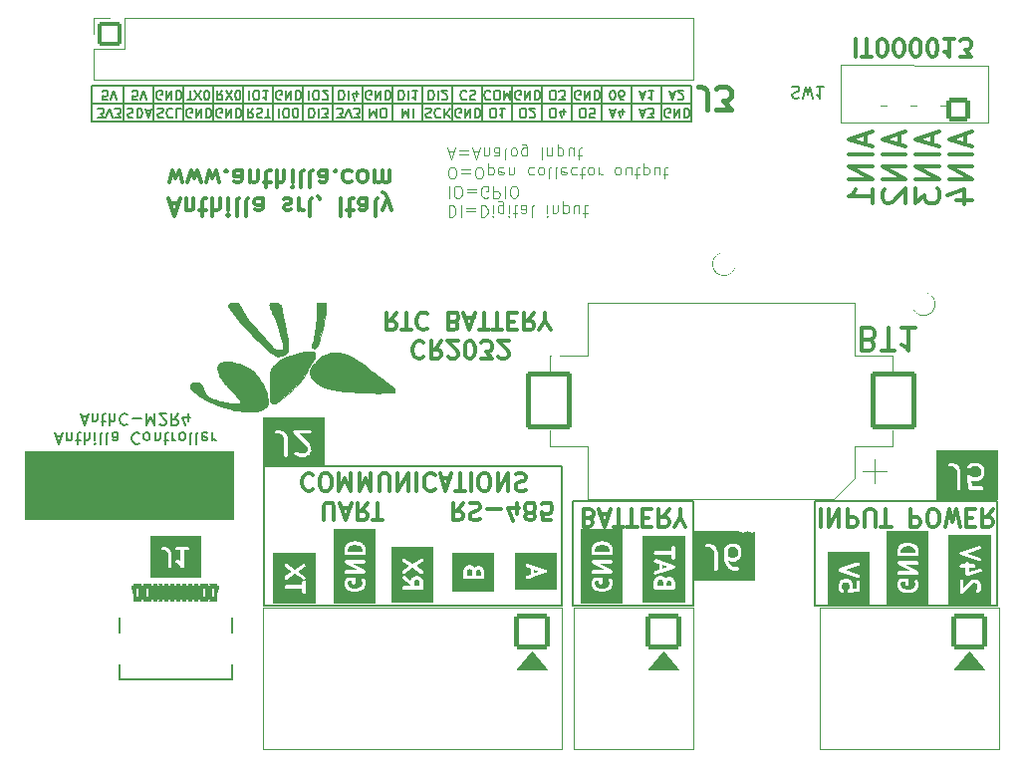
<source format=gbr>
%TF.GenerationSoftware,KiCad,Pcbnew,7.0.1*%
%TF.CreationDate,2024-03-07T06:40:02+01:00*%
%TF.ProjectId,AnthC,416e7468-432e-46b6-9963-61645f706362,M2-R4*%
%TF.SameCoordinates,Original*%
%TF.FileFunction,Legend,Bot*%
%TF.FilePolarity,Positive*%
%FSLAX46Y46*%
G04 Gerber Fmt 4.6, Leading zero omitted, Abs format (unit mm)*
G04 Created by KiCad (PCBNEW 7.0.1) date 2024-03-07 06:40:02*
%MOMM*%
%LPD*%
G01*
G04 APERTURE LIST*
G04 Aperture macros list*
%AMRoundRect*
0 Rectangle with rounded corners*
0 $1 Rounding radius*
0 $2 $3 $4 $5 $6 $7 $8 $9 X,Y pos of 4 corners*
0 Add a 4 corners polygon primitive as box body*
4,1,4,$2,$3,$4,$5,$6,$7,$8,$9,$2,$3,0*
0 Add four circle primitives for the rounded corners*
1,1,$1+$1,$2,$3*
1,1,$1+$1,$4,$5*
1,1,$1+$1,$6,$7*
1,1,$1+$1,$8,$9*
0 Add four rect primitives between the rounded corners*
20,1,$1+$1,$2,$3,$4,$5,0*
20,1,$1+$1,$4,$5,$6,$7,0*
20,1,$1+$1,$6,$7,$8,$9,0*
20,1,$1+$1,$8,$9,$2,$3,0*%
G04 Aperture macros list end*
%ADD10C,0.150000*%
%ADD11C,0.100000*%
%ADD12C,0.300000*%
%ADD13C,0.400000*%
%ADD14C,0.010000*%
%ADD15C,0.120000*%
%ADD16C,0.200000*%
%ADD17C,3.600000*%
%ADD18C,1.000000*%
%ADD19RoundRect,0.200000X-0.850000X0.850000X-0.850000X-0.850000X0.850000X-0.850000X0.850000X0.850000X0*%
%ADD20O,2.100000X2.100000*%
%ADD21C,1.050000*%
%ADD22RoundRect,0.200000X0.300000X0.575000X-0.300000X0.575000X-0.300000X-0.575000X0.300000X-0.575000X0*%
%ADD23RoundRect,0.200000X0.150000X0.575000X-0.150000X0.575000X-0.150000X-0.575000X0.150000X-0.575000X0*%
%ADD24O,1.400000X2.400000*%
%ADD25O,1.450000X2.500000*%
%ADD26RoundRect,0.200000X-1.750000X-2.250000X1.750000X-2.250000X1.750000X2.250000X-1.750000X2.250000X0*%
%ADD27RoundRect,0.200000X0.800000X-0.800000X0.800000X0.800000X-0.800000X0.800000X-0.800000X-0.800000X0*%
%ADD28O,2.000000X2.000000*%
%ADD29C,1.900000*%
%ADD30RoundRect,0.200000X1.300000X1.300000X-1.300000X1.300000X-1.300000X-1.300000X1.300000X-1.300000X0*%
%ADD31C,3.000000*%
G04 APERTURE END LIST*
D10*
X189600000Y-104650000D02*
X189600000Y-101650000D01*
X192140000Y-104650000D02*
X192140000Y-101650000D01*
X194680000Y-104650000D02*
X194680000Y-101650000D01*
X197220000Y-104650000D02*
X197220000Y-101650000D01*
X199760000Y-104650000D02*
X199760000Y-101650000D01*
X202300000Y-104650000D02*
X202300000Y-101650000D01*
X204840000Y-104650000D02*
X204840000Y-101650000D01*
X207380000Y-104650000D02*
X207380000Y-101650000D01*
X209920000Y-104650000D02*
X209920000Y-101650000D01*
X212460000Y-104650000D02*
X212460000Y-101650000D01*
X215000000Y-104650000D02*
X215000000Y-101650000D01*
X217540000Y-104650000D02*
X217540000Y-101650000D01*
X220080000Y-104650000D02*
X220080000Y-101650000D01*
X222620000Y-104650000D02*
X222620000Y-101650000D01*
X225160000Y-104650000D02*
X225160000Y-101650000D01*
X227700000Y-104650000D02*
X227700000Y-101650000D01*
X230240000Y-104650000D02*
X230240000Y-101650000D01*
X232780000Y-104650000D02*
X232780000Y-101650000D01*
X235320000Y-104650000D02*
X235320000Y-101650000D01*
X237860000Y-104650000D02*
X237860000Y-101650000D01*
X186850000Y-101650000D02*
X237850000Y-101650000D01*
X248300000Y-136900000D02*
X248300000Y-145800000D01*
D11*
X198900000Y-138450000D02*
X181200000Y-138450000D01*
X181200000Y-132650000D01*
X198900000Y-132650000D01*
X198900000Y-138450000D01*
G36*
X198900000Y-138450000D02*
G01*
X181200000Y-138450000D01*
X181200000Y-132650000D01*
X198900000Y-132650000D01*
X198900000Y-138450000D01*
G37*
D10*
X186850000Y-103150000D02*
X237850000Y-103150000D01*
X238000000Y-136900000D02*
X238000000Y-145800000D01*
X263800000Y-145800000D02*
X248300000Y-145800000D01*
X186850000Y-104650000D02*
X186850000Y-101650000D01*
X226800000Y-145800000D02*
X201500000Y-145800000D01*
X201500000Y-134000000D02*
X201500000Y-145750000D01*
X263800000Y-136900000D02*
X248300000Y-136900000D01*
X263800000Y-136900000D02*
X263800000Y-145800000D01*
X186850000Y-104650000D02*
X237850000Y-104650000D01*
X226800000Y-134000000D02*
X226800000Y-145800000D01*
X227800000Y-136900000D02*
X227800000Y-145800000D01*
X238000000Y-136900000D02*
X227800000Y-136900000D01*
X226800000Y-134000000D02*
X201500000Y-134000000D01*
X238000000Y-145800000D02*
X227800000Y-145800000D01*
X187359523Y-104329904D02*
X187854761Y-104329904D01*
X187854761Y-104329904D02*
X187588095Y-104025142D01*
X187588095Y-104025142D02*
X187702380Y-104025142D01*
X187702380Y-104025142D02*
X187778571Y-103987047D01*
X187778571Y-103987047D02*
X187816666Y-103948952D01*
X187816666Y-103948952D02*
X187854761Y-103872761D01*
X187854761Y-103872761D02*
X187854761Y-103682285D01*
X187854761Y-103682285D02*
X187816666Y-103606095D01*
X187816666Y-103606095D02*
X187778571Y-103568000D01*
X187778571Y-103568000D02*
X187702380Y-103529904D01*
X187702380Y-103529904D02*
X187473809Y-103529904D01*
X187473809Y-103529904D02*
X187397618Y-103568000D01*
X187397618Y-103568000D02*
X187359523Y-103606095D01*
X188083333Y-104329904D02*
X188350000Y-103529904D01*
X188350000Y-103529904D02*
X188616666Y-104329904D01*
X188807142Y-104329904D02*
X189302380Y-104329904D01*
X189302380Y-104329904D02*
X189035714Y-104025142D01*
X189035714Y-104025142D02*
X189149999Y-104025142D01*
X189149999Y-104025142D02*
X189226190Y-103987047D01*
X189226190Y-103987047D02*
X189264285Y-103948952D01*
X189264285Y-103948952D02*
X189302380Y-103872761D01*
X189302380Y-103872761D02*
X189302380Y-103682285D01*
X189302380Y-103682285D02*
X189264285Y-103606095D01*
X189264285Y-103606095D02*
X189226190Y-103568000D01*
X189226190Y-103568000D02*
X189149999Y-103529904D01*
X189149999Y-103529904D02*
X188921428Y-103529904D01*
X188921428Y-103529904D02*
X188845237Y-103568000D01*
X188845237Y-103568000D02*
X188807142Y-103606095D01*
X188197619Y-102829904D02*
X187816667Y-102829904D01*
X187816667Y-102829904D02*
X187778571Y-102448952D01*
X187778571Y-102448952D02*
X187816667Y-102487047D01*
X187816667Y-102487047D02*
X187892857Y-102525142D01*
X187892857Y-102525142D02*
X188083333Y-102525142D01*
X188083333Y-102525142D02*
X188159524Y-102487047D01*
X188159524Y-102487047D02*
X188197619Y-102448952D01*
X188197619Y-102448952D02*
X188235714Y-102372761D01*
X188235714Y-102372761D02*
X188235714Y-102182285D01*
X188235714Y-102182285D02*
X188197619Y-102106095D01*
X188197619Y-102106095D02*
X188159524Y-102068000D01*
X188159524Y-102068000D02*
X188083333Y-102029904D01*
X188083333Y-102029904D02*
X187892857Y-102029904D01*
X187892857Y-102029904D02*
X187816667Y-102068000D01*
X187816667Y-102068000D02*
X187778571Y-102106095D01*
X188464286Y-102829904D02*
X188730953Y-102029904D01*
X188730953Y-102029904D02*
X188997619Y-102829904D01*
X189918571Y-103568000D02*
X190032857Y-103529904D01*
X190032857Y-103529904D02*
X190223333Y-103529904D01*
X190223333Y-103529904D02*
X190299524Y-103568000D01*
X190299524Y-103568000D02*
X190337619Y-103606095D01*
X190337619Y-103606095D02*
X190375714Y-103682285D01*
X190375714Y-103682285D02*
X190375714Y-103758476D01*
X190375714Y-103758476D02*
X190337619Y-103834666D01*
X190337619Y-103834666D02*
X190299524Y-103872761D01*
X190299524Y-103872761D02*
X190223333Y-103910857D01*
X190223333Y-103910857D02*
X190070952Y-103948952D01*
X190070952Y-103948952D02*
X189994762Y-103987047D01*
X189994762Y-103987047D02*
X189956667Y-104025142D01*
X189956667Y-104025142D02*
X189918571Y-104101333D01*
X189918571Y-104101333D02*
X189918571Y-104177523D01*
X189918571Y-104177523D02*
X189956667Y-104253714D01*
X189956667Y-104253714D02*
X189994762Y-104291809D01*
X189994762Y-104291809D02*
X190070952Y-104329904D01*
X190070952Y-104329904D02*
X190261429Y-104329904D01*
X190261429Y-104329904D02*
X190375714Y-104291809D01*
X190718572Y-103529904D02*
X190718572Y-104329904D01*
X190718572Y-104329904D02*
X190909048Y-104329904D01*
X190909048Y-104329904D02*
X191023334Y-104291809D01*
X191023334Y-104291809D02*
X191099524Y-104215619D01*
X191099524Y-104215619D02*
X191137619Y-104139428D01*
X191137619Y-104139428D02*
X191175715Y-103987047D01*
X191175715Y-103987047D02*
X191175715Y-103872761D01*
X191175715Y-103872761D02*
X191137619Y-103720380D01*
X191137619Y-103720380D02*
X191099524Y-103644190D01*
X191099524Y-103644190D02*
X191023334Y-103568000D01*
X191023334Y-103568000D02*
X190909048Y-103529904D01*
X190909048Y-103529904D02*
X190718572Y-103529904D01*
X191480476Y-103758476D02*
X191861429Y-103758476D01*
X191404286Y-103529904D02*
X191670953Y-104329904D01*
X191670953Y-104329904D02*
X191937619Y-103529904D01*
X192477618Y-103568000D02*
X192591904Y-103529904D01*
X192591904Y-103529904D02*
X192782380Y-103529904D01*
X192782380Y-103529904D02*
X192858571Y-103568000D01*
X192858571Y-103568000D02*
X192896666Y-103606095D01*
X192896666Y-103606095D02*
X192934761Y-103682285D01*
X192934761Y-103682285D02*
X192934761Y-103758476D01*
X192934761Y-103758476D02*
X192896666Y-103834666D01*
X192896666Y-103834666D02*
X192858571Y-103872761D01*
X192858571Y-103872761D02*
X192782380Y-103910857D01*
X192782380Y-103910857D02*
X192629999Y-103948952D01*
X192629999Y-103948952D02*
X192553809Y-103987047D01*
X192553809Y-103987047D02*
X192515714Y-104025142D01*
X192515714Y-104025142D02*
X192477618Y-104101333D01*
X192477618Y-104101333D02*
X192477618Y-104177523D01*
X192477618Y-104177523D02*
X192515714Y-104253714D01*
X192515714Y-104253714D02*
X192553809Y-104291809D01*
X192553809Y-104291809D02*
X192629999Y-104329904D01*
X192629999Y-104329904D02*
X192820476Y-104329904D01*
X192820476Y-104329904D02*
X192934761Y-104291809D01*
X193734762Y-103606095D02*
X193696666Y-103568000D01*
X193696666Y-103568000D02*
X193582381Y-103529904D01*
X193582381Y-103529904D02*
X193506190Y-103529904D01*
X193506190Y-103529904D02*
X193391904Y-103568000D01*
X193391904Y-103568000D02*
X193315714Y-103644190D01*
X193315714Y-103644190D02*
X193277619Y-103720380D01*
X193277619Y-103720380D02*
X193239523Y-103872761D01*
X193239523Y-103872761D02*
X193239523Y-103987047D01*
X193239523Y-103987047D02*
X193277619Y-104139428D01*
X193277619Y-104139428D02*
X193315714Y-104215619D01*
X193315714Y-104215619D02*
X193391904Y-104291809D01*
X193391904Y-104291809D02*
X193506190Y-104329904D01*
X193506190Y-104329904D02*
X193582381Y-104329904D01*
X193582381Y-104329904D02*
X193696666Y-104291809D01*
X193696666Y-104291809D02*
X193734762Y-104253714D01*
X194458571Y-103529904D02*
X194077619Y-103529904D01*
X194077619Y-103529904D02*
X194077619Y-104329904D01*
X195360476Y-104291809D02*
X195284286Y-104329904D01*
X195284286Y-104329904D02*
X195170000Y-104329904D01*
X195170000Y-104329904D02*
X195055714Y-104291809D01*
X195055714Y-104291809D02*
X194979524Y-104215619D01*
X194979524Y-104215619D02*
X194941429Y-104139428D01*
X194941429Y-104139428D02*
X194903333Y-103987047D01*
X194903333Y-103987047D02*
X194903333Y-103872761D01*
X194903333Y-103872761D02*
X194941429Y-103720380D01*
X194941429Y-103720380D02*
X194979524Y-103644190D01*
X194979524Y-103644190D02*
X195055714Y-103568000D01*
X195055714Y-103568000D02*
X195170000Y-103529904D01*
X195170000Y-103529904D02*
X195246191Y-103529904D01*
X195246191Y-103529904D02*
X195360476Y-103568000D01*
X195360476Y-103568000D02*
X195398572Y-103606095D01*
X195398572Y-103606095D02*
X195398572Y-103872761D01*
X195398572Y-103872761D02*
X195246191Y-103872761D01*
X195741429Y-103529904D02*
X195741429Y-104329904D01*
X195741429Y-104329904D02*
X196198572Y-103529904D01*
X196198572Y-103529904D02*
X196198572Y-104329904D01*
X196579524Y-103529904D02*
X196579524Y-104329904D01*
X196579524Y-104329904D02*
X196770000Y-104329904D01*
X196770000Y-104329904D02*
X196884286Y-104291809D01*
X196884286Y-104291809D02*
X196960476Y-104215619D01*
X196960476Y-104215619D02*
X196998571Y-104139428D01*
X196998571Y-104139428D02*
X197036667Y-103987047D01*
X197036667Y-103987047D02*
X197036667Y-103872761D01*
X197036667Y-103872761D02*
X196998571Y-103720380D01*
X196998571Y-103720380D02*
X196960476Y-103644190D01*
X196960476Y-103644190D02*
X196884286Y-103568000D01*
X196884286Y-103568000D02*
X196770000Y-103529904D01*
X196770000Y-103529904D02*
X196579524Y-103529904D01*
X197900476Y-104291809D02*
X197824286Y-104329904D01*
X197824286Y-104329904D02*
X197710000Y-104329904D01*
X197710000Y-104329904D02*
X197595714Y-104291809D01*
X197595714Y-104291809D02*
X197519524Y-104215619D01*
X197519524Y-104215619D02*
X197481429Y-104139428D01*
X197481429Y-104139428D02*
X197443333Y-103987047D01*
X197443333Y-103987047D02*
X197443333Y-103872761D01*
X197443333Y-103872761D02*
X197481429Y-103720380D01*
X197481429Y-103720380D02*
X197519524Y-103644190D01*
X197519524Y-103644190D02*
X197595714Y-103568000D01*
X197595714Y-103568000D02*
X197710000Y-103529904D01*
X197710000Y-103529904D02*
X197786191Y-103529904D01*
X197786191Y-103529904D02*
X197900476Y-103568000D01*
X197900476Y-103568000D02*
X197938572Y-103606095D01*
X197938572Y-103606095D02*
X197938572Y-103872761D01*
X197938572Y-103872761D02*
X197786191Y-103872761D01*
X198281429Y-103529904D02*
X198281429Y-104329904D01*
X198281429Y-104329904D02*
X198738572Y-103529904D01*
X198738572Y-103529904D02*
X198738572Y-104329904D01*
X199119524Y-103529904D02*
X199119524Y-104329904D01*
X199119524Y-104329904D02*
X199310000Y-104329904D01*
X199310000Y-104329904D02*
X199424286Y-104291809D01*
X199424286Y-104291809D02*
X199500476Y-104215619D01*
X199500476Y-104215619D02*
X199538571Y-104139428D01*
X199538571Y-104139428D02*
X199576667Y-103987047D01*
X199576667Y-103987047D02*
X199576667Y-103872761D01*
X199576667Y-103872761D02*
X199538571Y-103720380D01*
X199538571Y-103720380D02*
X199500476Y-103644190D01*
X199500476Y-103644190D02*
X199424286Y-103568000D01*
X199424286Y-103568000D02*
X199310000Y-103529904D01*
X199310000Y-103529904D02*
X199119524Y-103529904D01*
X200611905Y-103529904D02*
X200345238Y-103910857D01*
X200154762Y-103529904D02*
X200154762Y-104329904D01*
X200154762Y-104329904D02*
X200459524Y-104329904D01*
X200459524Y-104329904D02*
X200535714Y-104291809D01*
X200535714Y-104291809D02*
X200573809Y-104253714D01*
X200573809Y-104253714D02*
X200611905Y-104177523D01*
X200611905Y-104177523D02*
X200611905Y-104063238D01*
X200611905Y-104063238D02*
X200573809Y-103987047D01*
X200573809Y-103987047D02*
X200535714Y-103948952D01*
X200535714Y-103948952D02*
X200459524Y-103910857D01*
X200459524Y-103910857D02*
X200154762Y-103910857D01*
X200916666Y-103568000D02*
X201030952Y-103529904D01*
X201030952Y-103529904D02*
X201221428Y-103529904D01*
X201221428Y-103529904D02*
X201297619Y-103568000D01*
X201297619Y-103568000D02*
X201335714Y-103606095D01*
X201335714Y-103606095D02*
X201373809Y-103682285D01*
X201373809Y-103682285D02*
X201373809Y-103758476D01*
X201373809Y-103758476D02*
X201335714Y-103834666D01*
X201335714Y-103834666D02*
X201297619Y-103872761D01*
X201297619Y-103872761D02*
X201221428Y-103910857D01*
X201221428Y-103910857D02*
X201069047Y-103948952D01*
X201069047Y-103948952D02*
X200992857Y-103987047D01*
X200992857Y-103987047D02*
X200954762Y-104025142D01*
X200954762Y-104025142D02*
X200916666Y-104101333D01*
X200916666Y-104101333D02*
X200916666Y-104177523D01*
X200916666Y-104177523D02*
X200954762Y-104253714D01*
X200954762Y-104253714D02*
X200992857Y-104291809D01*
X200992857Y-104291809D02*
X201069047Y-104329904D01*
X201069047Y-104329904D02*
X201259524Y-104329904D01*
X201259524Y-104329904D02*
X201373809Y-104291809D01*
X201602381Y-104329904D02*
X202059524Y-104329904D01*
X201830952Y-103529904D02*
X201830952Y-104329904D01*
X202790000Y-103529904D02*
X202790000Y-104329904D01*
X203323333Y-104329904D02*
X203475714Y-104329904D01*
X203475714Y-104329904D02*
X203551904Y-104291809D01*
X203551904Y-104291809D02*
X203628095Y-104215619D01*
X203628095Y-104215619D02*
X203666190Y-104063238D01*
X203666190Y-104063238D02*
X203666190Y-103796571D01*
X203666190Y-103796571D02*
X203628095Y-103644190D01*
X203628095Y-103644190D02*
X203551904Y-103568000D01*
X203551904Y-103568000D02*
X203475714Y-103529904D01*
X203475714Y-103529904D02*
X203323333Y-103529904D01*
X203323333Y-103529904D02*
X203247142Y-103568000D01*
X203247142Y-103568000D02*
X203170952Y-103644190D01*
X203170952Y-103644190D02*
X203132856Y-103796571D01*
X203132856Y-103796571D02*
X203132856Y-104063238D01*
X203132856Y-104063238D02*
X203170952Y-104215619D01*
X203170952Y-104215619D02*
X203247142Y-104291809D01*
X203247142Y-104291809D02*
X203323333Y-104329904D01*
X204161428Y-104329904D02*
X204237618Y-104329904D01*
X204237618Y-104329904D02*
X204313809Y-104291809D01*
X204313809Y-104291809D02*
X204351904Y-104253714D01*
X204351904Y-104253714D02*
X204389999Y-104177523D01*
X204389999Y-104177523D02*
X204428094Y-104025142D01*
X204428094Y-104025142D02*
X204428094Y-103834666D01*
X204428094Y-103834666D02*
X204389999Y-103682285D01*
X204389999Y-103682285D02*
X204351904Y-103606095D01*
X204351904Y-103606095D02*
X204313809Y-103568000D01*
X204313809Y-103568000D02*
X204237618Y-103529904D01*
X204237618Y-103529904D02*
X204161428Y-103529904D01*
X204161428Y-103529904D02*
X204085237Y-103568000D01*
X204085237Y-103568000D02*
X204047142Y-103606095D01*
X204047142Y-103606095D02*
X204009047Y-103682285D01*
X204009047Y-103682285D02*
X203970951Y-103834666D01*
X203970951Y-103834666D02*
X203970951Y-104025142D01*
X203970951Y-104025142D02*
X204009047Y-104177523D01*
X204009047Y-104177523D02*
X204047142Y-104253714D01*
X204047142Y-104253714D02*
X204085237Y-104291809D01*
X204085237Y-104291809D02*
X204161428Y-104329904D01*
X205349048Y-103529904D02*
X205349048Y-104329904D01*
X205349048Y-104329904D02*
X205539524Y-104329904D01*
X205539524Y-104329904D02*
X205653810Y-104291809D01*
X205653810Y-104291809D02*
X205730000Y-104215619D01*
X205730000Y-104215619D02*
X205768095Y-104139428D01*
X205768095Y-104139428D02*
X205806191Y-103987047D01*
X205806191Y-103987047D02*
X205806191Y-103872761D01*
X205806191Y-103872761D02*
X205768095Y-103720380D01*
X205768095Y-103720380D02*
X205730000Y-103644190D01*
X205730000Y-103644190D02*
X205653810Y-103568000D01*
X205653810Y-103568000D02*
X205539524Y-103529904D01*
X205539524Y-103529904D02*
X205349048Y-103529904D01*
X206149048Y-103529904D02*
X206149048Y-104329904D01*
X206453809Y-104329904D02*
X206949047Y-104329904D01*
X206949047Y-104329904D02*
X206682381Y-104025142D01*
X206682381Y-104025142D02*
X206796666Y-104025142D01*
X206796666Y-104025142D02*
X206872857Y-103987047D01*
X206872857Y-103987047D02*
X206910952Y-103948952D01*
X206910952Y-103948952D02*
X206949047Y-103872761D01*
X206949047Y-103872761D02*
X206949047Y-103682285D01*
X206949047Y-103682285D02*
X206910952Y-103606095D01*
X206910952Y-103606095D02*
X206872857Y-103568000D01*
X206872857Y-103568000D02*
X206796666Y-103529904D01*
X206796666Y-103529904D02*
X206568095Y-103529904D01*
X206568095Y-103529904D02*
X206491904Y-103568000D01*
X206491904Y-103568000D02*
X206453809Y-103606095D01*
X207679523Y-104329904D02*
X208174761Y-104329904D01*
X208174761Y-104329904D02*
X207908095Y-104025142D01*
X207908095Y-104025142D02*
X208022380Y-104025142D01*
X208022380Y-104025142D02*
X208098571Y-103987047D01*
X208098571Y-103987047D02*
X208136666Y-103948952D01*
X208136666Y-103948952D02*
X208174761Y-103872761D01*
X208174761Y-103872761D02*
X208174761Y-103682285D01*
X208174761Y-103682285D02*
X208136666Y-103606095D01*
X208136666Y-103606095D02*
X208098571Y-103568000D01*
X208098571Y-103568000D02*
X208022380Y-103529904D01*
X208022380Y-103529904D02*
X207793809Y-103529904D01*
X207793809Y-103529904D02*
X207717618Y-103568000D01*
X207717618Y-103568000D02*
X207679523Y-103606095D01*
X208403333Y-104329904D02*
X208670000Y-103529904D01*
X208670000Y-103529904D02*
X208936666Y-104329904D01*
X209127142Y-104329904D02*
X209622380Y-104329904D01*
X209622380Y-104329904D02*
X209355714Y-104025142D01*
X209355714Y-104025142D02*
X209469999Y-104025142D01*
X209469999Y-104025142D02*
X209546190Y-103987047D01*
X209546190Y-103987047D02*
X209584285Y-103948952D01*
X209584285Y-103948952D02*
X209622380Y-103872761D01*
X209622380Y-103872761D02*
X209622380Y-103682285D01*
X209622380Y-103682285D02*
X209584285Y-103606095D01*
X209584285Y-103606095D02*
X209546190Y-103568000D01*
X209546190Y-103568000D02*
X209469999Y-103529904D01*
X209469999Y-103529904D02*
X209241428Y-103529904D01*
X209241428Y-103529904D02*
X209165237Y-103568000D01*
X209165237Y-103568000D02*
X209127142Y-103606095D01*
X210524286Y-103529904D02*
X210524286Y-104329904D01*
X210524286Y-104329904D02*
X210790952Y-103758476D01*
X210790952Y-103758476D02*
X211057619Y-104329904D01*
X211057619Y-104329904D02*
X211057619Y-103529904D01*
X211590953Y-104329904D02*
X211743334Y-104329904D01*
X211743334Y-104329904D02*
X211819524Y-104291809D01*
X211819524Y-104291809D02*
X211895715Y-104215619D01*
X211895715Y-104215619D02*
X211933810Y-104063238D01*
X211933810Y-104063238D02*
X211933810Y-103796571D01*
X211933810Y-103796571D02*
X211895715Y-103644190D01*
X211895715Y-103644190D02*
X211819524Y-103568000D01*
X211819524Y-103568000D02*
X211743334Y-103529904D01*
X211743334Y-103529904D02*
X211590953Y-103529904D01*
X211590953Y-103529904D02*
X211514762Y-103568000D01*
X211514762Y-103568000D02*
X211438572Y-103644190D01*
X211438572Y-103644190D02*
X211400476Y-103796571D01*
X211400476Y-103796571D02*
X211400476Y-104063238D01*
X211400476Y-104063238D02*
X211438572Y-104215619D01*
X211438572Y-104215619D02*
X211514762Y-104291809D01*
X211514762Y-104291809D02*
X211590953Y-104329904D01*
X213292857Y-103529904D02*
X213292857Y-104329904D01*
X213292857Y-104329904D02*
X213559523Y-103758476D01*
X213559523Y-103758476D02*
X213826190Y-104329904D01*
X213826190Y-104329904D02*
X213826190Y-103529904D01*
X214207143Y-103529904D02*
X214207143Y-104329904D01*
X215261428Y-103568000D02*
X215375714Y-103529904D01*
X215375714Y-103529904D02*
X215566190Y-103529904D01*
X215566190Y-103529904D02*
X215642381Y-103568000D01*
X215642381Y-103568000D02*
X215680476Y-103606095D01*
X215680476Y-103606095D02*
X215718571Y-103682285D01*
X215718571Y-103682285D02*
X215718571Y-103758476D01*
X215718571Y-103758476D02*
X215680476Y-103834666D01*
X215680476Y-103834666D02*
X215642381Y-103872761D01*
X215642381Y-103872761D02*
X215566190Y-103910857D01*
X215566190Y-103910857D02*
X215413809Y-103948952D01*
X215413809Y-103948952D02*
X215337619Y-103987047D01*
X215337619Y-103987047D02*
X215299524Y-104025142D01*
X215299524Y-104025142D02*
X215261428Y-104101333D01*
X215261428Y-104101333D02*
X215261428Y-104177523D01*
X215261428Y-104177523D02*
X215299524Y-104253714D01*
X215299524Y-104253714D02*
X215337619Y-104291809D01*
X215337619Y-104291809D02*
X215413809Y-104329904D01*
X215413809Y-104329904D02*
X215604286Y-104329904D01*
X215604286Y-104329904D02*
X215718571Y-104291809D01*
X216518572Y-103606095D02*
X216480476Y-103568000D01*
X216480476Y-103568000D02*
X216366191Y-103529904D01*
X216366191Y-103529904D02*
X216290000Y-103529904D01*
X216290000Y-103529904D02*
X216175714Y-103568000D01*
X216175714Y-103568000D02*
X216099524Y-103644190D01*
X216099524Y-103644190D02*
X216061429Y-103720380D01*
X216061429Y-103720380D02*
X216023333Y-103872761D01*
X216023333Y-103872761D02*
X216023333Y-103987047D01*
X216023333Y-103987047D02*
X216061429Y-104139428D01*
X216061429Y-104139428D02*
X216099524Y-104215619D01*
X216099524Y-104215619D02*
X216175714Y-104291809D01*
X216175714Y-104291809D02*
X216290000Y-104329904D01*
X216290000Y-104329904D02*
X216366191Y-104329904D01*
X216366191Y-104329904D02*
X216480476Y-104291809D01*
X216480476Y-104291809D02*
X216518572Y-104253714D01*
X216861429Y-103529904D02*
X216861429Y-104329904D01*
X217318572Y-103529904D02*
X216975714Y-103987047D01*
X217318572Y-104329904D02*
X216861429Y-103872761D01*
X218220476Y-104291809D02*
X218144286Y-104329904D01*
X218144286Y-104329904D02*
X218030000Y-104329904D01*
X218030000Y-104329904D02*
X217915714Y-104291809D01*
X217915714Y-104291809D02*
X217839524Y-104215619D01*
X217839524Y-104215619D02*
X217801429Y-104139428D01*
X217801429Y-104139428D02*
X217763333Y-103987047D01*
X217763333Y-103987047D02*
X217763333Y-103872761D01*
X217763333Y-103872761D02*
X217801429Y-103720380D01*
X217801429Y-103720380D02*
X217839524Y-103644190D01*
X217839524Y-103644190D02*
X217915714Y-103568000D01*
X217915714Y-103568000D02*
X218030000Y-103529904D01*
X218030000Y-103529904D02*
X218106191Y-103529904D01*
X218106191Y-103529904D02*
X218220476Y-103568000D01*
X218220476Y-103568000D02*
X218258572Y-103606095D01*
X218258572Y-103606095D02*
X218258572Y-103872761D01*
X218258572Y-103872761D02*
X218106191Y-103872761D01*
X218601429Y-103529904D02*
X218601429Y-104329904D01*
X218601429Y-104329904D02*
X219058572Y-103529904D01*
X219058572Y-103529904D02*
X219058572Y-104329904D01*
X219439524Y-103529904D02*
X219439524Y-104329904D01*
X219439524Y-104329904D02*
X219630000Y-104329904D01*
X219630000Y-104329904D02*
X219744286Y-104291809D01*
X219744286Y-104291809D02*
X219820476Y-104215619D01*
X219820476Y-104215619D02*
X219858571Y-104139428D01*
X219858571Y-104139428D02*
X219896667Y-103987047D01*
X219896667Y-103987047D02*
X219896667Y-103872761D01*
X219896667Y-103872761D02*
X219858571Y-103720380D01*
X219858571Y-103720380D02*
X219820476Y-103644190D01*
X219820476Y-103644190D02*
X219744286Y-103568000D01*
X219744286Y-103568000D02*
X219630000Y-103529904D01*
X219630000Y-103529904D02*
X219439524Y-103529904D01*
X220912857Y-104329904D02*
X221065238Y-104329904D01*
X221065238Y-104329904D02*
X221141428Y-104291809D01*
X221141428Y-104291809D02*
X221217619Y-104215619D01*
X221217619Y-104215619D02*
X221255714Y-104063238D01*
X221255714Y-104063238D02*
X221255714Y-103796571D01*
X221255714Y-103796571D02*
X221217619Y-103644190D01*
X221217619Y-103644190D02*
X221141428Y-103568000D01*
X221141428Y-103568000D02*
X221065238Y-103529904D01*
X221065238Y-103529904D02*
X220912857Y-103529904D01*
X220912857Y-103529904D02*
X220836666Y-103568000D01*
X220836666Y-103568000D02*
X220760476Y-103644190D01*
X220760476Y-103644190D02*
X220722380Y-103796571D01*
X220722380Y-103796571D02*
X220722380Y-104063238D01*
X220722380Y-104063238D02*
X220760476Y-104215619D01*
X220760476Y-104215619D02*
X220836666Y-104291809D01*
X220836666Y-104291809D02*
X220912857Y-104329904D01*
X222017618Y-103529904D02*
X221560475Y-103529904D01*
X221789047Y-103529904D02*
X221789047Y-104329904D01*
X221789047Y-104329904D02*
X221712856Y-104215619D01*
X221712856Y-104215619D02*
X221636666Y-104139428D01*
X221636666Y-104139428D02*
X221560475Y-104101333D01*
X223452857Y-104329904D02*
X223605238Y-104329904D01*
X223605238Y-104329904D02*
X223681428Y-104291809D01*
X223681428Y-104291809D02*
X223757619Y-104215619D01*
X223757619Y-104215619D02*
X223795714Y-104063238D01*
X223795714Y-104063238D02*
X223795714Y-103796571D01*
X223795714Y-103796571D02*
X223757619Y-103644190D01*
X223757619Y-103644190D02*
X223681428Y-103568000D01*
X223681428Y-103568000D02*
X223605238Y-103529904D01*
X223605238Y-103529904D02*
X223452857Y-103529904D01*
X223452857Y-103529904D02*
X223376666Y-103568000D01*
X223376666Y-103568000D02*
X223300476Y-103644190D01*
X223300476Y-103644190D02*
X223262380Y-103796571D01*
X223262380Y-103796571D02*
X223262380Y-104063238D01*
X223262380Y-104063238D02*
X223300476Y-104215619D01*
X223300476Y-104215619D02*
X223376666Y-104291809D01*
X223376666Y-104291809D02*
X223452857Y-104329904D01*
X224100475Y-104253714D02*
X224138571Y-104291809D01*
X224138571Y-104291809D02*
X224214761Y-104329904D01*
X224214761Y-104329904D02*
X224405237Y-104329904D01*
X224405237Y-104329904D02*
X224481428Y-104291809D01*
X224481428Y-104291809D02*
X224519523Y-104253714D01*
X224519523Y-104253714D02*
X224557618Y-104177523D01*
X224557618Y-104177523D02*
X224557618Y-104101333D01*
X224557618Y-104101333D02*
X224519523Y-103987047D01*
X224519523Y-103987047D02*
X224062380Y-103529904D01*
X224062380Y-103529904D02*
X224557618Y-103529904D01*
X225992857Y-104329904D02*
X226145238Y-104329904D01*
X226145238Y-104329904D02*
X226221428Y-104291809D01*
X226221428Y-104291809D02*
X226297619Y-104215619D01*
X226297619Y-104215619D02*
X226335714Y-104063238D01*
X226335714Y-104063238D02*
X226335714Y-103796571D01*
X226335714Y-103796571D02*
X226297619Y-103644190D01*
X226297619Y-103644190D02*
X226221428Y-103568000D01*
X226221428Y-103568000D02*
X226145238Y-103529904D01*
X226145238Y-103529904D02*
X225992857Y-103529904D01*
X225992857Y-103529904D02*
X225916666Y-103568000D01*
X225916666Y-103568000D02*
X225840476Y-103644190D01*
X225840476Y-103644190D02*
X225802380Y-103796571D01*
X225802380Y-103796571D02*
X225802380Y-104063238D01*
X225802380Y-104063238D02*
X225840476Y-104215619D01*
X225840476Y-104215619D02*
X225916666Y-104291809D01*
X225916666Y-104291809D02*
X225992857Y-104329904D01*
X227021428Y-104063238D02*
X227021428Y-103529904D01*
X226830952Y-104368000D02*
X226640475Y-103796571D01*
X226640475Y-103796571D02*
X227135714Y-103796571D01*
X228532857Y-104329904D02*
X228685238Y-104329904D01*
X228685238Y-104329904D02*
X228761428Y-104291809D01*
X228761428Y-104291809D02*
X228837619Y-104215619D01*
X228837619Y-104215619D02*
X228875714Y-104063238D01*
X228875714Y-104063238D02*
X228875714Y-103796571D01*
X228875714Y-103796571D02*
X228837619Y-103644190D01*
X228837619Y-103644190D02*
X228761428Y-103568000D01*
X228761428Y-103568000D02*
X228685238Y-103529904D01*
X228685238Y-103529904D02*
X228532857Y-103529904D01*
X228532857Y-103529904D02*
X228456666Y-103568000D01*
X228456666Y-103568000D02*
X228380476Y-103644190D01*
X228380476Y-103644190D02*
X228342380Y-103796571D01*
X228342380Y-103796571D02*
X228342380Y-104063238D01*
X228342380Y-104063238D02*
X228380476Y-104215619D01*
X228380476Y-104215619D02*
X228456666Y-104291809D01*
X228456666Y-104291809D02*
X228532857Y-104329904D01*
X229599523Y-104329904D02*
X229218571Y-104329904D01*
X229218571Y-104329904D02*
X229180475Y-103948952D01*
X229180475Y-103948952D02*
X229218571Y-103987047D01*
X229218571Y-103987047D02*
X229294761Y-104025142D01*
X229294761Y-104025142D02*
X229485237Y-104025142D01*
X229485237Y-104025142D02*
X229561428Y-103987047D01*
X229561428Y-103987047D02*
X229599523Y-103948952D01*
X229599523Y-103948952D02*
X229637618Y-103872761D01*
X229637618Y-103872761D02*
X229637618Y-103682285D01*
X229637618Y-103682285D02*
X229599523Y-103606095D01*
X229599523Y-103606095D02*
X229561428Y-103568000D01*
X229561428Y-103568000D02*
X229485237Y-103529904D01*
X229485237Y-103529904D02*
X229294761Y-103529904D01*
X229294761Y-103529904D02*
X229218571Y-103568000D01*
X229218571Y-103568000D02*
X229180475Y-103606095D01*
X230958571Y-103758476D02*
X231339524Y-103758476D01*
X230882381Y-103529904D02*
X231149048Y-104329904D01*
X231149048Y-104329904D02*
X231415714Y-103529904D01*
X232025238Y-104063238D02*
X232025238Y-103529904D01*
X231834762Y-104368000D02*
X231644285Y-103796571D01*
X231644285Y-103796571D02*
X232139524Y-103796571D01*
X233498571Y-103758476D02*
X233879524Y-103758476D01*
X233422381Y-103529904D02*
X233689048Y-104329904D01*
X233689048Y-104329904D02*
X233955714Y-103529904D01*
X234146190Y-104329904D02*
X234641428Y-104329904D01*
X234641428Y-104329904D02*
X234374762Y-104025142D01*
X234374762Y-104025142D02*
X234489047Y-104025142D01*
X234489047Y-104025142D02*
X234565238Y-103987047D01*
X234565238Y-103987047D02*
X234603333Y-103948952D01*
X234603333Y-103948952D02*
X234641428Y-103872761D01*
X234641428Y-103872761D02*
X234641428Y-103682285D01*
X234641428Y-103682285D02*
X234603333Y-103606095D01*
X234603333Y-103606095D02*
X234565238Y-103568000D01*
X234565238Y-103568000D02*
X234489047Y-103529904D01*
X234489047Y-103529904D02*
X234260476Y-103529904D01*
X234260476Y-103529904D02*
X234184285Y-103568000D01*
X234184285Y-103568000D02*
X234146190Y-103606095D01*
X236000476Y-104291809D02*
X235924286Y-104329904D01*
X235924286Y-104329904D02*
X235810000Y-104329904D01*
X235810000Y-104329904D02*
X235695714Y-104291809D01*
X235695714Y-104291809D02*
X235619524Y-104215619D01*
X235619524Y-104215619D02*
X235581429Y-104139428D01*
X235581429Y-104139428D02*
X235543333Y-103987047D01*
X235543333Y-103987047D02*
X235543333Y-103872761D01*
X235543333Y-103872761D02*
X235581429Y-103720380D01*
X235581429Y-103720380D02*
X235619524Y-103644190D01*
X235619524Y-103644190D02*
X235695714Y-103568000D01*
X235695714Y-103568000D02*
X235810000Y-103529904D01*
X235810000Y-103529904D02*
X235886191Y-103529904D01*
X235886191Y-103529904D02*
X236000476Y-103568000D01*
X236000476Y-103568000D02*
X236038572Y-103606095D01*
X236038572Y-103606095D02*
X236038572Y-103872761D01*
X236038572Y-103872761D02*
X235886191Y-103872761D01*
X236381429Y-103529904D02*
X236381429Y-104329904D01*
X236381429Y-104329904D02*
X236838572Y-103529904D01*
X236838572Y-103529904D02*
X236838572Y-104329904D01*
X237219524Y-103529904D02*
X237219524Y-104329904D01*
X237219524Y-104329904D02*
X237410000Y-104329904D01*
X237410000Y-104329904D02*
X237524286Y-104291809D01*
X237524286Y-104291809D02*
X237600476Y-104215619D01*
X237600476Y-104215619D02*
X237638571Y-104139428D01*
X237638571Y-104139428D02*
X237676667Y-103987047D01*
X237676667Y-103987047D02*
X237676667Y-103872761D01*
X237676667Y-103872761D02*
X237638571Y-103720380D01*
X237638571Y-103720380D02*
X237600476Y-103644190D01*
X237600476Y-103644190D02*
X237524286Y-103568000D01*
X237524286Y-103568000D02*
X237410000Y-103529904D01*
X237410000Y-103529904D02*
X237219524Y-103529904D01*
X190737619Y-102829904D02*
X190356667Y-102829904D01*
X190356667Y-102829904D02*
X190318571Y-102448952D01*
X190318571Y-102448952D02*
X190356667Y-102487047D01*
X190356667Y-102487047D02*
X190432857Y-102525142D01*
X190432857Y-102525142D02*
X190623333Y-102525142D01*
X190623333Y-102525142D02*
X190699524Y-102487047D01*
X190699524Y-102487047D02*
X190737619Y-102448952D01*
X190737619Y-102448952D02*
X190775714Y-102372761D01*
X190775714Y-102372761D02*
X190775714Y-102182285D01*
X190775714Y-102182285D02*
X190737619Y-102106095D01*
X190737619Y-102106095D02*
X190699524Y-102068000D01*
X190699524Y-102068000D02*
X190623333Y-102029904D01*
X190623333Y-102029904D02*
X190432857Y-102029904D01*
X190432857Y-102029904D02*
X190356667Y-102068000D01*
X190356667Y-102068000D02*
X190318571Y-102106095D01*
X191004286Y-102829904D02*
X191270953Y-102029904D01*
X191270953Y-102029904D02*
X191537619Y-102829904D01*
X192820476Y-102791809D02*
X192744286Y-102829904D01*
X192744286Y-102829904D02*
X192630000Y-102829904D01*
X192630000Y-102829904D02*
X192515714Y-102791809D01*
X192515714Y-102791809D02*
X192439524Y-102715619D01*
X192439524Y-102715619D02*
X192401429Y-102639428D01*
X192401429Y-102639428D02*
X192363333Y-102487047D01*
X192363333Y-102487047D02*
X192363333Y-102372761D01*
X192363333Y-102372761D02*
X192401429Y-102220380D01*
X192401429Y-102220380D02*
X192439524Y-102144190D01*
X192439524Y-102144190D02*
X192515714Y-102068000D01*
X192515714Y-102068000D02*
X192630000Y-102029904D01*
X192630000Y-102029904D02*
X192706191Y-102029904D01*
X192706191Y-102029904D02*
X192820476Y-102068000D01*
X192820476Y-102068000D02*
X192858572Y-102106095D01*
X192858572Y-102106095D02*
X192858572Y-102372761D01*
X192858572Y-102372761D02*
X192706191Y-102372761D01*
X193201429Y-102029904D02*
X193201429Y-102829904D01*
X193201429Y-102829904D02*
X193658572Y-102029904D01*
X193658572Y-102029904D02*
X193658572Y-102829904D01*
X194039524Y-102029904D02*
X194039524Y-102829904D01*
X194039524Y-102829904D02*
X194230000Y-102829904D01*
X194230000Y-102829904D02*
X194344286Y-102791809D01*
X194344286Y-102791809D02*
X194420476Y-102715619D01*
X194420476Y-102715619D02*
X194458571Y-102639428D01*
X194458571Y-102639428D02*
X194496667Y-102487047D01*
X194496667Y-102487047D02*
X194496667Y-102372761D01*
X194496667Y-102372761D02*
X194458571Y-102220380D01*
X194458571Y-102220380D02*
X194420476Y-102144190D01*
X194420476Y-102144190D02*
X194344286Y-102068000D01*
X194344286Y-102068000D02*
X194230000Y-102029904D01*
X194230000Y-102029904D02*
X194039524Y-102029904D01*
X194979523Y-102829904D02*
X195436666Y-102829904D01*
X195208094Y-102029904D02*
X195208094Y-102829904D01*
X195627142Y-102829904D02*
X196160476Y-102029904D01*
X196160476Y-102829904D02*
X195627142Y-102029904D01*
X196617619Y-102829904D02*
X196693809Y-102829904D01*
X196693809Y-102829904D02*
X196770000Y-102791809D01*
X196770000Y-102791809D02*
X196808095Y-102753714D01*
X196808095Y-102753714D02*
X196846190Y-102677523D01*
X196846190Y-102677523D02*
X196884285Y-102525142D01*
X196884285Y-102525142D02*
X196884285Y-102334666D01*
X196884285Y-102334666D02*
X196846190Y-102182285D01*
X196846190Y-102182285D02*
X196808095Y-102106095D01*
X196808095Y-102106095D02*
X196770000Y-102068000D01*
X196770000Y-102068000D02*
X196693809Y-102029904D01*
X196693809Y-102029904D02*
X196617619Y-102029904D01*
X196617619Y-102029904D02*
X196541428Y-102068000D01*
X196541428Y-102068000D02*
X196503333Y-102106095D01*
X196503333Y-102106095D02*
X196465238Y-102182285D01*
X196465238Y-102182285D02*
X196427142Y-102334666D01*
X196427142Y-102334666D02*
X196427142Y-102525142D01*
X196427142Y-102525142D02*
X196465238Y-102677523D01*
X196465238Y-102677523D02*
X196503333Y-102753714D01*
X196503333Y-102753714D02*
X196541428Y-102791809D01*
X196541428Y-102791809D02*
X196617619Y-102829904D01*
X197995714Y-102029904D02*
X197729047Y-102410857D01*
X197538571Y-102029904D02*
X197538571Y-102829904D01*
X197538571Y-102829904D02*
X197843333Y-102829904D01*
X197843333Y-102829904D02*
X197919523Y-102791809D01*
X197919523Y-102791809D02*
X197957618Y-102753714D01*
X197957618Y-102753714D02*
X197995714Y-102677523D01*
X197995714Y-102677523D02*
X197995714Y-102563238D01*
X197995714Y-102563238D02*
X197957618Y-102487047D01*
X197957618Y-102487047D02*
X197919523Y-102448952D01*
X197919523Y-102448952D02*
X197843333Y-102410857D01*
X197843333Y-102410857D02*
X197538571Y-102410857D01*
X198262380Y-102829904D02*
X198795714Y-102029904D01*
X198795714Y-102829904D02*
X198262380Y-102029904D01*
X199252857Y-102829904D02*
X199329047Y-102829904D01*
X199329047Y-102829904D02*
X199405238Y-102791809D01*
X199405238Y-102791809D02*
X199443333Y-102753714D01*
X199443333Y-102753714D02*
X199481428Y-102677523D01*
X199481428Y-102677523D02*
X199519523Y-102525142D01*
X199519523Y-102525142D02*
X199519523Y-102334666D01*
X199519523Y-102334666D02*
X199481428Y-102182285D01*
X199481428Y-102182285D02*
X199443333Y-102106095D01*
X199443333Y-102106095D02*
X199405238Y-102068000D01*
X199405238Y-102068000D02*
X199329047Y-102029904D01*
X199329047Y-102029904D02*
X199252857Y-102029904D01*
X199252857Y-102029904D02*
X199176666Y-102068000D01*
X199176666Y-102068000D02*
X199138571Y-102106095D01*
X199138571Y-102106095D02*
X199100476Y-102182285D01*
X199100476Y-102182285D02*
X199062380Y-102334666D01*
X199062380Y-102334666D02*
X199062380Y-102525142D01*
X199062380Y-102525142D02*
X199100476Y-102677523D01*
X199100476Y-102677523D02*
X199138571Y-102753714D01*
X199138571Y-102753714D02*
X199176666Y-102791809D01*
X199176666Y-102791809D02*
X199252857Y-102829904D01*
X200250000Y-102029904D02*
X200250000Y-102829904D01*
X200783333Y-102829904D02*
X200935714Y-102829904D01*
X200935714Y-102829904D02*
X201011904Y-102791809D01*
X201011904Y-102791809D02*
X201088095Y-102715619D01*
X201088095Y-102715619D02*
X201126190Y-102563238D01*
X201126190Y-102563238D02*
X201126190Y-102296571D01*
X201126190Y-102296571D02*
X201088095Y-102144190D01*
X201088095Y-102144190D02*
X201011904Y-102068000D01*
X201011904Y-102068000D02*
X200935714Y-102029904D01*
X200935714Y-102029904D02*
X200783333Y-102029904D01*
X200783333Y-102029904D02*
X200707142Y-102068000D01*
X200707142Y-102068000D02*
X200630952Y-102144190D01*
X200630952Y-102144190D02*
X200592856Y-102296571D01*
X200592856Y-102296571D02*
X200592856Y-102563238D01*
X200592856Y-102563238D02*
X200630952Y-102715619D01*
X200630952Y-102715619D02*
X200707142Y-102791809D01*
X200707142Y-102791809D02*
X200783333Y-102829904D01*
X201888094Y-102029904D02*
X201430951Y-102029904D01*
X201659523Y-102029904D02*
X201659523Y-102829904D01*
X201659523Y-102829904D02*
X201583332Y-102715619D01*
X201583332Y-102715619D02*
X201507142Y-102639428D01*
X201507142Y-102639428D02*
X201430951Y-102601333D01*
X202980476Y-102791809D02*
X202904286Y-102829904D01*
X202904286Y-102829904D02*
X202790000Y-102829904D01*
X202790000Y-102829904D02*
X202675714Y-102791809D01*
X202675714Y-102791809D02*
X202599524Y-102715619D01*
X202599524Y-102715619D02*
X202561429Y-102639428D01*
X202561429Y-102639428D02*
X202523333Y-102487047D01*
X202523333Y-102487047D02*
X202523333Y-102372761D01*
X202523333Y-102372761D02*
X202561429Y-102220380D01*
X202561429Y-102220380D02*
X202599524Y-102144190D01*
X202599524Y-102144190D02*
X202675714Y-102068000D01*
X202675714Y-102068000D02*
X202790000Y-102029904D01*
X202790000Y-102029904D02*
X202866191Y-102029904D01*
X202866191Y-102029904D02*
X202980476Y-102068000D01*
X202980476Y-102068000D02*
X203018572Y-102106095D01*
X203018572Y-102106095D02*
X203018572Y-102372761D01*
X203018572Y-102372761D02*
X202866191Y-102372761D01*
X203361429Y-102029904D02*
X203361429Y-102829904D01*
X203361429Y-102829904D02*
X203818572Y-102029904D01*
X203818572Y-102029904D02*
X203818572Y-102829904D01*
X204199524Y-102029904D02*
X204199524Y-102829904D01*
X204199524Y-102829904D02*
X204390000Y-102829904D01*
X204390000Y-102829904D02*
X204504286Y-102791809D01*
X204504286Y-102791809D02*
X204580476Y-102715619D01*
X204580476Y-102715619D02*
X204618571Y-102639428D01*
X204618571Y-102639428D02*
X204656667Y-102487047D01*
X204656667Y-102487047D02*
X204656667Y-102372761D01*
X204656667Y-102372761D02*
X204618571Y-102220380D01*
X204618571Y-102220380D02*
X204580476Y-102144190D01*
X204580476Y-102144190D02*
X204504286Y-102068000D01*
X204504286Y-102068000D02*
X204390000Y-102029904D01*
X204390000Y-102029904D02*
X204199524Y-102029904D01*
X205330000Y-102029904D02*
X205330000Y-102829904D01*
X205863333Y-102829904D02*
X206015714Y-102829904D01*
X206015714Y-102829904D02*
X206091904Y-102791809D01*
X206091904Y-102791809D02*
X206168095Y-102715619D01*
X206168095Y-102715619D02*
X206206190Y-102563238D01*
X206206190Y-102563238D02*
X206206190Y-102296571D01*
X206206190Y-102296571D02*
X206168095Y-102144190D01*
X206168095Y-102144190D02*
X206091904Y-102068000D01*
X206091904Y-102068000D02*
X206015714Y-102029904D01*
X206015714Y-102029904D02*
X205863333Y-102029904D01*
X205863333Y-102029904D02*
X205787142Y-102068000D01*
X205787142Y-102068000D02*
X205710952Y-102144190D01*
X205710952Y-102144190D02*
X205672856Y-102296571D01*
X205672856Y-102296571D02*
X205672856Y-102563238D01*
X205672856Y-102563238D02*
X205710952Y-102715619D01*
X205710952Y-102715619D02*
X205787142Y-102791809D01*
X205787142Y-102791809D02*
X205863333Y-102829904D01*
X206510951Y-102753714D02*
X206549047Y-102791809D01*
X206549047Y-102791809D02*
X206625237Y-102829904D01*
X206625237Y-102829904D02*
X206815713Y-102829904D01*
X206815713Y-102829904D02*
X206891904Y-102791809D01*
X206891904Y-102791809D02*
X206929999Y-102753714D01*
X206929999Y-102753714D02*
X206968094Y-102677523D01*
X206968094Y-102677523D02*
X206968094Y-102601333D01*
X206968094Y-102601333D02*
X206929999Y-102487047D01*
X206929999Y-102487047D02*
X206472856Y-102029904D01*
X206472856Y-102029904D02*
X206968094Y-102029904D01*
X207889048Y-102029904D02*
X207889048Y-102829904D01*
X207889048Y-102829904D02*
X208079524Y-102829904D01*
X208079524Y-102829904D02*
X208193810Y-102791809D01*
X208193810Y-102791809D02*
X208270000Y-102715619D01*
X208270000Y-102715619D02*
X208308095Y-102639428D01*
X208308095Y-102639428D02*
X208346191Y-102487047D01*
X208346191Y-102487047D02*
X208346191Y-102372761D01*
X208346191Y-102372761D02*
X208308095Y-102220380D01*
X208308095Y-102220380D02*
X208270000Y-102144190D01*
X208270000Y-102144190D02*
X208193810Y-102068000D01*
X208193810Y-102068000D02*
X208079524Y-102029904D01*
X208079524Y-102029904D02*
X207889048Y-102029904D01*
X208689048Y-102029904D02*
X208689048Y-102829904D01*
X209412857Y-102563238D02*
X209412857Y-102029904D01*
X209222381Y-102868000D02*
X209031904Y-102296571D01*
X209031904Y-102296571D02*
X209527143Y-102296571D01*
X210600476Y-102791809D02*
X210524286Y-102829904D01*
X210524286Y-102829904D02*
X210410000Y-102829904D01*
X210410000Y-102829904D02*
X210295714Y-102791809D01*
X210295714Y-102791809D02*
X210219524Y-102715619D01*
X210219524Y-102715619D02*
X210181429Y-102639428D01*
X210181429Y-102639428D02*
X210143333Y-102487047D01*
X210143333Y-102487047D02*
X210143333Y-102372761D01*
X210143333Y-102372761D02*
X210181429Y-102220380D01*
X210181429Y-102220380D02*
X210219524Y-102144190D01*
X210219524Y-102144190D02*
X210295714Y-102068000D01*
X210295714Y-102068000D02*
X210410000Y-102029904D01*
X210410000Y-102029904D02*
X210486191Y-102029904D01*
X210486191Y-102029904D02*
X210600476Y-102068000D01*
X210600476Y-102068000D02*
X210638572Y-102106095D01*
X210638572Y-102106095D02*
X210638572Y-102372761D01*
X210638572Y-102372761D02*
X210486191Y-102372761D01*
X210981429Y-102029904D02*
X210981429Y-102829904D01*
X210981429Y-102829904D02*
X211438572Y-102029904D01*
X211438572Y-102029904D02*
X211438572Y-102829904D01*
X211819524Y-102029904D02*
X211819524Y-102829904D01*
X211819524Y-102829904D02*
X212010000Y-102829904D01*
X212010000Y-102829904D02*
X212124286Y-102791809D01*
X212124286Y-102791809D02*
X212200476Y-102715619D01*
X212200476Y-102715619D02*
X212238571Y-102639428D01*
X212238571Y-102639428D02*
X212276667Y-102487047D01*
X212276667Y-102487047D02*
X212276667Y-102372761D01*
X212276667Y-102372761D02*
X212238571Y-102220380D01*
X212238571Y-102220380D02*
X212200476Y-102144190D01*
X212200476Y-102144190D02*
X212124286Y-102068000D01*
X212124286Y-102068000D02*
X212010000Y-102029904D01*
X212010000Y-102029904D02*
X211819524Y-102029904D01*
X212969048Y-102029904D02*
X212969048Y-102829904D01*
X212969048Y-102829904D02*
X213159524Y-102829904D01*
X213159524Y-102829904D02*
X213273810Y-102791809D01*
X213273810Y-102791809D02*
X213350000Y-102715619D01*
X213350000Y-102715619D02*
X213388095Y-102639428D01*
X213388095Y-102639428D02*
X213426191Y-102487047D01*
X213426191Y-102487047D02*
X213426191Y-102372761D01*
X213426191Y-102372761D02*
X213388095Y-102220380D01*
X213388095Y-102220380D02*
X213350000Y-102144190D01*
X213350000Y-102144190D02*
X213273810Y-102068000D01*
X213273810Y-102068000D02*
X213159524Y-102029904D01*
X213159524Y-102029904D02*
X212969048Y-102029904D01*
X213769048Y-102029904D02*
X213769048Y-102829904D01*
X214569047Y-102029904D02*
X214111904Y-102029904D01*
X214340476Y-102029904D02*
X214340476Y-102829904D01*
X214340476Y-102829904D02*
X214264285Y-102715619D01*
X214264285Y-102715619D02*
X214188095Y-102639428D01*
X214188095Y-102639428D02*
X214111904Y-102601333D01*
X215509048Y-102029904D02*
X215509048Y-102829904D01*
X215509048Y-102829904D02*
X215699524Y-102829904D01*
X215699524Y-102829904D02*
X215813810Y-102791809D01*
X215813810Y-102791809D02*
X215890000Y-102715619D01*
X215890000Y-102715619D02*
X215928095Y-102639428D01*
X215928095Y-102639428D02*
X215966191Y-102487047D01*
X215966191Y-102487047D02*
X215966191Y-102372761D01*
X215966191Y-102372761D02*
X215928095Y-102220380D01*
X215928095Y-102220380D02*
X215890000Y-102144190D01*
X215890000Y-102144190D02*
X215813810Y-102068000D01*
X215813810Y-102068000D02*
X215699524Y-102029904D01*
X215699524Y-102029904D02*
X215509048Y-102029904D01*
X216309048Y-102029904D02*
X216309048Y-102829904D01*
X216651904Y-102753714D02*
X216690000Y-102791809D01*
X216690000Y-102791809D02*
X216766190Y-102829904D01*
X216766190Y-102829904D02*
X216956666Y-102829904D01*
X216956666Y-102829904D02*
X217032857Y-102791809D01*
X217032857Y-102791809D02*
X217070952Y-102753714D01*
X217070952Y-102753714D02*
X217109047Y-102677523D01*
X217109047Y-102677523D02*
X217109047Y-102601333D01*
X217109047Y-102601333D02*
X217070952Y-102487047D01*
X217070952Y-102487047D02*
X216613809Y-102029904D01*
X216613809Y-102029904D02*
X217109047Y-102029904D01*
X218696667Y-102106095D02*
X218658571Y-102068000D01*
X218658571Y-102068000D02*
X218544286Y-102029904D01*
X218544286Y-102029904D02*
X218468095Y-102029904D01*
X218468095Y-102029904D02*
X218353809Y-102068000D01*
X218353809Y-102068000D02*
X218277619Y-102144190D01*
X218277619Y-102144190D02*
X218239524Y-102220380D01*
X218239524Y-102220380D02*
X218201428Y-102372761D01*
X218201428Y-102372761D02*
X218201428Y-102487047D01*
X218201428Y-102487047D02*
X218239524Y-102639428D01*
X218239524Y-102639428D02*
X218277619Y-102715619D01*
X218277619Y-102715619D02*
X218353809Y-102791809D01*
X218353809Y-102791809D02*
X218468095Y-102829904D01*
X218468095Y-102829904D02*
X218544286Y-102829904D01*
X218544286Y-102829904D02*
X218658571Y-102791809D01*
X218658571Y-102791809D02*
X218696667Y-102753714D01*
X219001428Y-102068000D02*
X219115714Y-102029904D01*
X219115714Y-102029904D02*
X219306190Y-102029904D01*
X219306190Y-102029904D02*
X219382381Y-102068000D01*
X219382381Y-102068000D02*
X219420476Y-102106095D01*
X219420476Y-102106095D02*
X219458571Y-102182285D01*
X219458571Y-102182285D02*
X219458571Y-102258476D01*
X219458571Y-102258476D02*
X219420476Y-102334666D01*
X219420476Y-102334666D02*
X219382381Y-102372761D01*
X219382381Y-102372761D02*
X219306190Y-102410857D01*
X219306190Y-102410857D02*
X219153809Y-102448952D01*
X219153809Y-102448952D02*
X219077619Y-102487047D01*
X219077619Y-102487047D02*
X219039524Y-102525142D01*
X219039524Y-102525142D02*
X219001428Y-102601333D01*
X219001428Y-102601333D02*
X219001428Y-102677523D01*
X219001428Y-102677523D02*
X219039524Y-102753714D01*
X219039524Y-102753714D02*
X219077619Y-102791809D01*
X219077619Y-102791809D02*
X219153809Y-102829904D01*
X219153809Y-102829904D02*
X219344286Y-102829904D01*
X219344286Y-102829904D02*
X219458571Y-102791809D01*
X223300476Y-102791809D02*
X223224286Y-102829904D01*
X223224286Y-102829904D02*
X223110000Y-102829904D01*
X223110000Y-102829904D02*
X222995714Y-102791809D01*
X222995714Y-102791809D02*
X222919524Y-102715619D01*
X222919524Y-102715619D02*
X222881429Y-102639428D01*
X222881429Y-102639428D02*
X222843333Y-102487047D01*
X222843333Y-102487047D02*
X222843333Y-102372761D01*
X222843333Y-102372761D02*
X222881429Y-102220380D01*
X222881429Y-102220380D02*
X222919524Y-102144190D01*
X222919524Y-102144190D02*
X222995714Y-102068000D01*
X222995714Y-102068000D02*
X223110000Y-102029904D01*
X223110000Y-102029904D02*
X223186191Y-102029904D01*
X223186191Y-102029904D02*
X223300476Y-102068000D01*
X223300476Y-102068000D02*
X223338572Y-102106095D01*
X223338572Y-102106095D02*
X223338572Y-102372761D01*
X223338572Y-102372761D02*
X223186191Y-102372761D01*
X223681429Y-102029904D02*
X223681429Y-102829904D01*
X223681429Y-102829904D02*
X224138572Y-102029904D01*
X224138572Y-102029904D02*
X224138572Y-102829904D01*
X224519524Y-102029904D02*
X224519524Y-102829904D01*
X224519524Y-102829904D02*
X224710000Y-102829904D01*
X224710000Y-102829904D02*
X224824286Y-102791809D01*
X224824286Y-102791809D02*
X224900476Y-102715619D01*
X224900476Y-102715619D02*
X224938571Y-102639428D01*
X224938571Y-102639428D02*
X224976667Y-102487047D01*
X224976667Y-102487047D02*
X224976667Y-102372761D01*
X224976667Y-102372761D02*
X224938571Y-102220380D01*
X224938571Y-102220380D02*
X224900476Y-102144190D01*
X224900476Y-102144190D02*
X224824286Y-102068000D01*
X224824286Y-102068000D02*
X224710000Y-102029904D01*
X224710000Y-102029904D02*
X224519524Y-102029904D01*
X225992857Y-102829904D02*
X226145238Y-102829904D01*
X226145238Y-102829904D02*
X226221428Y-102791809D01*
X226221428Y-102791809D02*
X226297619Y-102715619D01*
X226297619Y-102715619D02*
X226335714Y-102563238D01*
X226335714Y-102563238D02*
X226335714Y-102296571D01*
X226335714Y-102296571D02*
X226297619Y-102144190D01*
X226297619Y-102144190D02*
X226221428Y-102068000D01*
X226221428Y-102068000D02*
X226145238Y-102029904D01*
X226145238Y-102029904D02*
X225992857Y-102029904D01*
X225992857Y-102029904D02*
X225916666Y-102068000D01*
X225916666Y-102068000D02*
X225840476Y-102144190D01*
X225840476Y-102144190D02*
X225802380Y-102296571D01*
X225802380Y-102296571D02*
X225802380Y-102563238D01*
X225802380Y-102563238D02*
X225840476Y-102715619D01*
X225840476Y-102715619D02*
X225916666Y-102791809D01*
X225916666Y-102791809D02*
X225992857Y-102829904D01*
X226602380Y-102829904D02*
X227097618Y-102829904D01*
X227097618Y-102829904D02*
X226830952Y-102525142D01*
X226830952Y-102525142D02*
X226945237Y-102525142D01*
X226945237Y-102525142D02*
X227021428Y-102487047D01*
X227021428Y-102487047D02*
X227059523Y-102448952D01*
X227059523Y-102448952D02*
X227097618Y-102372761D01*
X227097618Y-102372761D02*
X227097618Y-102182285D01*
X227097618Y-102182285D02*
X227059523Y-102106095D01*
X227059523Y-102106095D02*
X227021428Y-102068000D01*
X227021428Y-102068000D02*
X226945237Y-102029904D01*
X226945237Y-102029904D02*
X226716666Y-102029904D01*
X226716666Y-102029904D02*
X226640475Y-102068000D01*
X226640475Y-102068000D02*
X226602380Y-102106095D01*
X228380476Y-102791809D02*
X228304286Y-102829904D01*
X228304286Y-102829904D02*
X228190000Y-102829904D01*
X228190000Y-102829904D02*
X228075714Y-102791809D01*
X228075714Y-102791809D02*
X227999524Y-102715619D01*
X227999524Y-102715619D02*
X227961429Y-102639428D01*
X227961429Y-102639428D02*
X227923333Y-102487047D01*
X227923333Y-102487047D02*
X227923333Y-102372761D01*
X227923333Y-102372761D02*
X227961429Y-102220380D01*
X227961429Y-102220380D02*
X227999524Y-102144190D01*
X227999524Y-102144190D02*
X228075714Y-102068000D01*
X228075714Y-102068000D02*
X228190000Y-102029904D01*
X228190000Y-102029904D02*
X228266191Y-102029904D01*
X228266191Y-102029904D02*
X228380476Y-102068000D01*
X228380476Y-102068000D02*
X228418572Y-102106095D01*
X228418572Y-102106095D02*
X228418572Y-102372761D01*
X228418572Y-102372761D02*
X228266191Y-102372761D01*
X228761429Y-102029904D02*
X228761429Y-102829904D01*
X228761429Y-102829904D02*
X229218572Y-102029904D01*
X229218572Y-102029904D02*
X229218572Y-102829904D01*
X229599524Y-102029904D02*
X229599524Y-102829904D01*
X229599524Y-102829904D02*
X229790000Y-102829904D01*
X229790000Y-102829904D02*
X229904286Y-102791809D01*
X229904286Y-102791809D02*
X229980476Y-102715619D01*
X229980476Y-102715619D02*
X230018571Y-102639428D01*
X230018571Y-102639428D02*
X230056667Y-102487047D01*
X230056667Y-102487047D02*
X230056667Y-102372761D01*
X230056667Y-102372761D02*
X230018571Y-102220380D01*
X230018571Y-102220380D02*
X229980476Y-102144190D01*
X229980476Y-102144190D02*
X229904286Y-102068000D01*
X229904286Y-102068000D02*
X229790000Y-102029904D01*
X229790000Y-102029904D02*
X229599524Y-102029904D01*
X231110952Y-102829904D02*
X231187142Y-102829904D01*
X231187142Y-102829904D02*
X231263333Y-102791809D01*
X231263333Y-102791809D02*
X231301428Y-102753714D01*
X231301428Y-102753714D02*
X231339523Y-102677523D01*
X231339523Y-102677523D02*
X231377618Y-102525142D01*
X231377618Y-102525142D02*
X231377618Y-102334666D01*
X231377618Y-102334666D02*
X231339523Y-102182285D01*
X231339523Y-102182285D02*
X231301428Y-102106095D01*
X231301428Y-102106095D02*
X231263333Y-102068000D01*
X231263333Y-102068000D02*
X231187142Y-102029904D01*
X231187142Y-102029904D02*
X231110952Y-102029904D01*
X231110952Y-102029904D02*
X231034761Y-102068000D01*
X231034761Y-102068000D02*
X230996666Y-102106095D01*
X230996666Y-102106095D02*
X230958571Y-102182285D01*
X230958571Y-102182285D02*
X230920475Y-102334666D01*
X230920475Y-102334666D02*
X230920475Y-102525142D01*
X230920475Y-102525142D02*
X230958571Y-102677523D01*
X230958571Y-102677523D02*
X230996666Y-102753714D01*
X230996666Y-102753714D02*
X231034761Y-102791809D01*
X231034761Y-102791809D02*
X231110952Y-102829904D01*
X232063333Y-102829904D02*
X231910952Y-102829904D01*
X231910952Y-102829904D02*
X231834761Y-102791809D01*
X231834761Y-102791809D02*
X231796666Y-102753714D01*
X231796666Y-102753714D02*
X231720476Y-102639428D01*
X231720476Y-102639428D02*
X231682380Y-102487047D01*
X231682380Y-102487047D02*
X231682380Y-102182285D01*
X231682380Y-102182285D02*
X231720476Y-102106095D01*
X231720476Y-102106095D02*
X231758571Y-102068000D01*
X231758571Y-102068000D02*
X231834761Y-102029904D01*
X231834761Y-102029904D02*
X231987142Y-102029904D01*
X231987142Y-102029904D02*
X232063333Y-102068000D01*
X232063333Y-102068000D02*
X232101428Y-102106095D01*
X232101428Y-102106095D02*
X232139523Y-102182285D01*
X232139523Y-102182285D02*
X232139523Y-102372761D01*
X232139523Y-102372761D02*
X232101428Y-102448952D01*
X232101428Y-102448952D02*
X232063333Y-102487047D01*
X232063333Y-102487047D02*
X231987142Y-102525142D01*
X231987142Y-102525142D02*
X231834761Y-102525142D01*
X231834761Y-102525142D02*
X231758571Y-102487047D01*
X231758571Y-102487047D02*
X231720476Y-102448952D01*
X231720476Y-102448952D02*
X231682380Y-102372761D01*
X233498571Y-102258476D02*
X233879524Y-102258476D01*
X233422381Y-102029904D02*
X233689048Y-102829904D01*
X233689048Y-102829904D02*
X233955714Y-102029904D01*
X234641428Y-102029904D02*
X234184285Y-102029904D01*
X234412857Y-102029904D02*
X234412857Y-102829904D01*
X234412857Y-102829904D02*
X234336666Y-102715619D01*
X234336666Y-102715619D02*
X234260476Y-102639428D01*
X234260476Y-102639428D02*
X234184285Y-102601333D01*
X236038571Y-102258476D02*
X236419524Y-102258476D01*
X235962381Y-102029904D02*
X236229048Y-102829904D01*
X236229048Y-102829904D02*
X236495714Y-102029904D01*
X236724285Y-102753714D02*
X236762381Y-102791809D01*
X236762381Y-102791809D02*
X236838571Y-102829904D01*
X236838571Y-102829904D02*
X237029047Y-102829904D01*
X237029047Y-102829904D02*
X237105238Y-102791809D01*
X237105238Y-102791809D02*
X237143333Y-102753714D01*
X237143333Y-102753714D02*
X237181428Y-102677523D01*
X237181428Y-102677523D02*
X237181428Y-102601333D01*
X237181428Y-102601333D02*
X237143333Y-102487047D01*
X237143333Y-102487047D02*
X236686190Y-102029904D01*
X236686190Y-102029904D02*
X237181428Y-102029904D01*
X220741429Y-102096095D02*
X220703333Y-102058000D01*
X220703333Y-102058000D02*
X220589048Y-102019904D01*
X220589048Y-102019904D02*
X220512857Y-102019904D01*
X220512857Y-102019904D02*
X220398571Y-102058000D01*
X220398571Y-102058000D02*
X220322381Y-102134190D01*
X220322381Y-102134190D02*
X220284286Y-102210380D01*
X220284286Y-102210380D02*
X220246190Y-102362761D01*
X220246190Y-102362761D02*
X220246190Y-102477047D01*
X220246190Y-102477047D02*
X220284286Y-102629428D01*
X220284286Y-102629428D02*
X220322381Y-102705619D01*
X220322381Y-102705619D02*
X220398571Y-102781809D01*
X220398571Y-102781809D02*
X220512857Y-102819904D01*
X220512857Y-102819904D02*
X220589048Y-102819904D01*
X220589048Y-102819904D02*
X220703333Y-102781809D01*
X220703333Y-102781809D02*
X220741429Y-102743714D01*
X221236667Y-102819904D02*
X221389048Y-102819904D01*
X221389048Y-102819904D02*
X221465238Y-102781809D01*
X221465238Y-102781809D02*
X221541429Y-102705619D01*
X221541429Y-102705619D02*
X221579524Y-102553238D01*
X221579524Y-102553238D02*
X221579524Y-102286571D01*
X221579524Y-102286571D02*
X221541429Y-102134190D01*
X221541429Y-102134190D02*
X221465238Y-102058000D01*
X221465238Y-102058000D02*
X221389048Y-102019904D01*
X221389048Y-102019904D02*
X221236667Y-102019904D01*
X221236667Y-102019904D02*
X221160476Y-102058000D01*
X221160476Y-102058000D02*
X221084286Y-102134190D01*
X221084286Y-102134190D02*
X221046190Y-102286571D01*
X221046190Y-102286571D02*
X221046190Y-102553238D01*
X221046190Y-102553238D02*
X221084286Y-102705619D01*
X221084286Y-102705619D02*
X221160476Y-102781809D01*
X221160476Y-102781809D02*
X221236667Y-102819904D01*
X221922381Y-102019904D02*
X221922381Y-102819904D01*
X221922381Y-102819904D02*
X222189047Y-102248476D01*
X222189047Y-102248476D02*
X222455714Y-102819904D01*
X222455714Y-102819904D02*
X222455714Y-102019904D01*
D12*
G36*
X236074360Y-143716134D02*
G01*
X236111364Y-143753138D01*
X236156071Y-143842552D01*
X236156071Y-144157142D01*
X235741785Y-144157142D01*
X235741785Y-143842553D01*
X235786492Y-143753137D01*
X235823494Y-143716134D01*
X235912911Y-143671427D01*
X235984946Y-143671427D01*
X236074360Y-143716134D01*
G37*
G36*
X235360074Y-143644705D02*
G01*
X235389252Y-143673883D01*
X235437375Y-143818253D01*
X235436355Y-143823923D01*
X235441785Y-143837015D01*
X235441785Y-144157142D01*
X234956071Y-144157142D01*
X234956071Y-143771124D01*
X235000778Y-143681708D01*
X235037781Y-143644705D01*
X235127195Y-143599999D01*
X235270661Y-143599999D01*
X235360074Y-143644705D01*
G37*
G36*
X235831729Y-142521427D02*
G01*
X235384642Y-142670456D01*
X235384642Y-142372398D01*
X235831729Y-142521427D01*
G37*
G36*
X237289286Y-145553572D02*
G01*
X233710714Y-145553572D01*
X233710714Y-143752494D01*
X234650641Y-143752494D01*
X234656071Y-143765586D01*
X234656071Y-144296411D01*
X234651329Y-144329391D01*
X234665169Y-144359697D01*
X234674555Y-144391662D01*
X234683180Y-144399136D01*
X234687922Y-144409518D01*
X234715949Y-144427530D01*
X234741128Y-144449347D01*
X234752425Y-144450971D01*
X234762027Y-144457142D01*
X234795340Y-144457142D01*
X234828320Y-144461884D01*
X234838703Y-144457142D01*
X235581054Y-144457142D01*
X235614034Y-144461884D01*
X235624417Y-144457142D01*
X236295340Y-144457142D01*
X236328320Y-144461884D01*
X236358626Y-144448043D01*
X236390591Y-144438658D01*
X236398065Y-144430032D01*
X236408447Y-144425291D01*
X236426459Y-144397263D01*
X236448276Y-144372085D01*
X236449900Y-144360787D01*
X236456071Y-144351186D01*
X236456071Y-144317873D01*
X236460813Y-144284893D01*
X236456071Y-144274510D01*
X236456071Y-143815217D01*
X236459932Y-143779453D01*
X236446223Y-143752037D01*
X236437587Y-143722622D01*
X236426875Y-143713340D01*
X236377216Y-143614025D01*
X236371852Y-143589364D01*
X236342637Y-143560149D01*
X236314475Y-143529872D01*
X236311634Y-143529145D01*
X236282579Y-143500089D01*
X236269690Y-143478389D01*
X236232729Y-143459908D01*
X236196446Y-143440096D01*
X236193522Y-143440305D01*
X236094666Y-143390877D01*
X236064401Y-143371427D01*
X236033748Y-143371427D01*
X236003576Y-143365997D01*
X235990484Y-143371427D01*
X235885576Y-143371427D01*
X235849812Y-143367566D01*
X235822396Y-143381273D01*
X235792980Y-143389911D01*
X235783698Y-143400622D01*
X235684378Y-143450282D01*
X235659719Y-143455647D01*
X235630511Y-143484854D01*
X235628965Y-143486292D01*
X235618397Y-143471085D01*
X235605299Y-143465666D01*
X235568292Y-143428659D01*
X235555404Y-143406960D01*
X235518452Y-143388484D01*
X235482159Y-143368666D01*
X235479234Y-143368875D01*
X235380373Y-143319444D01*
X235350115Y-143299999D01*
X235319464Y-143299999D01*
X235289289Y-143294569D01*
X235276197Y-143299999D01*
X235099861Y-143299999D01*
X235064098Y-143296138D01*
X235036683Y-143309845D01*
X235007265Y-143318483D01*
X234997983Y-143329194D01*
X234898665Y-143378852D01*
X234874005Y-143384218D01*
X234844797Y-143413425D01*
X234814515Y-143441594D01*
X234813788Y-143444434D01*
X234784731Y-143473492D01*
X234763033Y-143486380D01*
X234744558Y-143523329D01*
X234724739Y-143559626D01*
X234724948Y-143562549D01*
X234675521Y-143661403D01*
X234656071Y-143691669D01*
X234656071Y-143722322D01*
X234650641Y-143752494D01*
X233710714Y-143752494D01*
X233710714Y-143004786D01*
X234650627Y-143004786D01*
X234666306Y-143091468D01*
X234726359Y-143155911D01*
X234811721Y-143177657D01*
X235248413Y-143032093D01*
X235256891Y-143033312D01*
X235289681Y-143018337D01*
X236327762Y-142672310D01*
X236344665Y-142672922D01*
X236368743Y-142658650D01*
X236373967Y-142656909D01*
X236387218Y-142647699D01*
X236420442Y-142628007D01*
X236423054Y-142622793D01*
X236427843Y-142619466D01*
X236442602Y-142583785D01*
X236459908Y-142549254D01*
X236459287Y-142543453D01*
X236461515Y-142538068D01*
X236454642Y-142500070D01*
X236450531Y-142461667D01*
X236446875Y-142457126D01*
X236445837Y-142451386D01*
X236419501Y-142423125D01*
X236395289Y-142393052D01*
X236389757Y-142391208D01*
X236385783Y-142386943D01*
X236348365Y-142377410D01*
X235310346Y-142031404D01*
X235299585Y-142022080D01*
X235269315Y-142017727D01*
X234833044Y-141872304D01*
X234767477Y-141869932D01*
X234691700Y-141914847D01*
X234652234Y-141993601D01*
X234661611Y-142081187D01*
X234716853Y-142149802D01*
X235084642Y-142272398D01*
X235084642Y-142770456D01*
X234738176Y-142885945D01*
X234684299Y-142923388D01*
X234650627Y-143004786D01*
X233710714Y-143004786D01*
X233710714Y-141329391D01*
X234651329Y-141329391D01*
X234687922Y-141409518D01*
X234762027Y-141457142D01*
X236156071Y-141457142D01*
X236156071Y-141757281D01*
X236174555Y-141820233D01*
X236241128Y-141877918D01*
X236328320Y-141890455D01*
X236408447Y-141853862D01*
X236456071Y-141779757D01*
X236456071Y-141317873D01*
X236460813Y-141284893D01*
X236456071Y-141274510D01*
X236456071Y-140857003D01*
X236437587Y-140794051D01*
X236371014Y-140736366D01*
X236283822Y-140723829D01*
X236203695Y-140760422D01*
X236156071Y-140834527D01*
X236156071Y-141157142D01*
X234784503Y-141157142D01*
X234721551Y-141175626D01*
X234663866Y-141242199D01*
X234651329Y-141329391D01*
X233710714Y-141329391D01*
X233710714Y-139846429D01*
X237289286Y-139846429D01*
X237289286Y-145553572D01*
G37*
G36*
X256596570Y-140812953D02*
G01*
X256702931Y-140866134D01*
X256803537Y-140966740D01*
X256856071Y-141124340D01*
X256856071Y-141307142D01*
X255656071Y-141307142D01*
X255656071Y-141124340D01*
X255708605Y-140966739D01*
X255809211Y-140866133D01*
X255915565Y-140812955D01*
X256167392Y-140749999D01*
X256344750Y-140749999D01*
X256596570Y-140812953D01*
G37*
G36*
X257989286Y-145775001D02*
G01*
X254410714Y-145775001D01*
X254410714Y-144105650D01*
X255349841Y-144105650D01*
X255362904Y-144144841D01*
X255374555Y-144184519D01*
X255376770Y-144186438D01*
X255432642Y-144354054D01*
X255440290Y-144389207D01*
X255461966Y-144410883D01*
X255479461Y-144436056D01*
X255492556Y-144441473D01*
X255600990Y-144549907D01*
X255613880Y-144571609D01*
X255650850Y-144590094D01*
X255687126Y-144609902D01*
X255690048Y-144609693D01*
X255772235Y-144650786D01*
X255784105Y-144663410D01*
X255810858Y-144670098D01*
X255815422Y-144672380D01*
X255831712Y-144675311D01*
X256088597Y-144739532D01*
X256104884Y-144749999D01*
X256130464Y-144749999D01*
X256133472Y-144750751D01*
X256151977Y-144749999D01*
X256338526Y-144749999D01*
X256356865Y-144756203D01*
X256381681Y-144749999D01*
X256384782Y-144749999D01*
X256402555Y-144744780D01*
X256659387Y-144680572D01*
X256676616Y-144682432D01*
X256701283Y-144670098D01*
X256706232Y-144668861D01*
X256720504Y-144660487D01*
X256842043Y-144599717D01*
X256866707Y-144594352D01*
X256895927Y-144565131D01*
X256926198Y-144536975D01*
X256926924Y-144534134D01*
X257034999Y-144426059D01*
X257063016Y-144403503D01*
X257072708Y-144374424D01*
X257087402Y-144347516D01*
X257086390Y-144333379D01*
X257142426Y-144165273D01*
X257156071Y-144144043D01*
X257156071Y-144102731D01*
X257157566Y-144061406D01*
X257156071Y-144058884D01*
X257156071Y-143893790D01*
X257159932Y-143858026D01*
X257146224Y-143830610D01*
X257137587Y-143801194D01*
X257126875Y-143791912D01*
X257059161Y-143656483D01*
X257014475Y-143608443D01*
X256929133Y-143586621D01*
X256845539Y-143614401D01*
X256790236Y-143682964D01*
X256780781Y-143770544D01*
X256856071Y-143921125D01*
X256856071Y-144075656D01*
X256803537Y-144233257D01*
X256702931Y-144333863D01*
X256596575Y-144387042D01*
X256344750Y-144449999D01*
X256167392Y-144449999D01*
X255915569Y-144387043D01*
X255809212Y-144333865D01*
X255708604Y-144233257D01*
X255656071Y-144075657D01*
X255656071Y-143981483D01*
X255708605Y-143823882D01*
X255711060Y-143821428D01*
X255998928Y-143821428D01*
X255998928Y-143978710D01*
X256017412Y-144041662D01*
X256083985Y-144099347D01*
X256171177Y-144111884D01*
X256251304Y-144075291D01*
X256298928Y-144001186D01*
X256298928Y-143682159D01*
X256303670Y-143649179D01*
X256289829Y-143618872D01*
X256280444Y-143586908D01*
X256271818Y-143579433D01*
X256267077Y-143569052D01*
X256239049Y-143551039D01*
X256213871Y-143529223D01*
X256202573Y-143527598D01*
X256192972Y-143521428D01*
X256159659Y-143521428D01*
X256126679Y-143516686D01*
X256116296Y-143521428D01*
X255675991Y-143521428D01*
X255660081Y-143515494D01*
X255632802Y-143521428D01*
X255627360Y-143521428D01*
X255611803Y-143525995D01*
X255574005Y-143534218D01*
X255569933Y-143538289D01*
X255564408Y-143539912D01*
X255539074Y-143569148D01*
X255477143Y-143631080D01*
X255449125Y-143653638D01*
X255439431Y-143682718D01*
X255424739Y-143709625D01*
X255425750Y-143723762D01*
X255369715Y-143891866D01*
X255356071Y-143913098D01*
X255356071Y-143954411D01*
X255354576Y-143995735D01*
X255356071Y-143998257D01*
X255356071Y-144081193D01*
X255349841Y-144105650D01*
X254410714Y-144105650D01*
X254410714Y-143050820D01*
X255351329Y-143050820D01*
X255387922Y-143130947D01*
X255462027Y-143178571D01*
X256988472Y-143178571D01*
X257014205Y-143184693D01*
X257052082Y-143171393D01*
X257090591Y-143160087D01*
X257093347Y-143156905D01*
X257097319Y-143155511D01*
X257121995Y-143123843D01*
X257148276Y-143093514D01*
X257148874Y-143089349D01*
X257151464Y-143086027D01*
X257155102Y-143046034D01*
X257160813Y-143006322D01*
X257159064Y-143002493D01*
X257159446Y-142998302D01*
X257140897Y-142962713D01*
X257124220Y-142926195D01*
X257120677Y-142923918D01*
X257118733Y-142920187D01*
X257083890Y-142900276D01*
X257050115Y-142878571D01*
X257045905Y-142878571D01*
X256070905Y-142321428D01*
X257027639Y-142321428D01*
X257090591Y-142302944D01*
X257148276Y-142236371D01*
X257160813Y-142149179D01*
X257124220Y-142069052D01*
X257050115Y-142021428D01*
X255523670Y-142021428D01*
X255497937Y-142015306D01*
X255460059Y-142028605D01*
X255421551Y-142039912D01*
X255418794Y-142043093D01*
X255414823Y-142044488D01*
X255390150Y-142076150D01*
X255363866Y-142106485D01*
X255363267Y-142110650D01*
X255360679Y-142113972D01*
X255357040Y-142153953D01*
X255351329Y-142193677D01*
X255353077Y-142197505D01*
X255352696Y-142201697D01*
X255371245Y-142237288D01*
X255387922Y-142273804D01*
X255391463Y-142276079D01*
X255393409Y-142279813D01*
X255428265Y-142299730D01*
X255462027Y-142321428D01*
X255466235Y-142321428D01*
X256441237Y-142878571D01*
X255484503Y-142878571D01*
X255421551Y-142897055D01*
X255363866Y-142963628D01*
X255351329Y-143050820D01*
X254410714Y-143050820D01*
X254410714Y-141479391D01*
X255351329Y-141479391D01*
X255365169Y-141509697D01*
X255374555Y-141541662D01*
X255383180Y-141549136D01*
X255387922Y-141559518D01*
X255415949Y-141577530D01*
X255441128Y-141599347D01*
X255452425Y-141600971D01*
X255462027Y-141607142D01*
X255495340Y-141607142D01*
X255528320Y-141611884D01*
X255538703Y-141607142D01*
X256995340Y-141607142D01*
X257028320Y-141611884D01*
X257058626Y-141598043D01*
X257090591Y-141588658D01*
X257098065Y-141580032D01*
X257108447Y-141575291D01*
X257126459Y-141547263D01*
X257148276Y-141522085D01*
X257149900Y-141510787D01*
X257156071Y-141501186D01*
X257156071Y-141467873D01*
X257160813Y-141434893D01*
X257156071Y-141424510D01*
X257156071Y-141118803D01*
X257162301Y-141094348D01*
X257149236Y-141055155D01*
X257137587Y-141015479D01*
X257135371Y-141013559D01*
X257079498Y-140845940D01*
X257071852Y-140810791D01*
X257050177Y-140789116D01*
X257032681Y-140763941D01*
X257019584Y-140758523D01*
X256911149Y-140650088D01*
X256898261Y-140628389D01*
X256861309Y-140609913D01*
X256825016Y-140590095D01*
X256822091Y-140590304D01*
X256739907Y-140549212D01*
X256728037Y-140536588D01*
X256701281Y-140529899D01*
X256696719Y-140527618D01*
X256680431Y-140524686D01*
X256423544Y-140460465D01*
X256407258Y-140449999D01*
X256381678Y-140449999D01*
X256378670Y-140449247D01*
X256360165Y-140449999D01*
X256173615Y-140449999D01*
X256155277Y-140443795D01*
X256130461Y-140449999D01*
X256127360Y-140449999D01*
X256109586Y-140455217D01*
X255852753Y-140519426D01*
X255835525Y-140517566D01*
X255810856Y-140529900D01*
X255805910Y-140531137D01*
X255791640Y-140539508D01*
X255670097Y-140600280D01*
X255645435Y-140605646D01*
X255616214Y-140634866D01*
X255585944Y-140663023D01*
X255585217Y-140665863D01*
X255477144Y-140773936D01*
X255449125Y-140796495D01*
X255439431Y-140825575D01*
X255424739Y-140852482D01*
X255425750Y-140866619D01*
X255369715Y-141034723D01*
X255356071Y-141055955D01*
X255356071Y-141097268D01*
X255354576Y-141138592D01*
X255356071Y-141141114D01*
X255356071Y-141446411D01*
X255351329Y-141479391D01*
X254410714Y-141479391D01*
X254410714Y-139425000D01*
X257989286Y-139425000D01*
X257989286Y-145775001D01*
G37*
G36*
X252989286Y-145746429D02*
G01*
X249410714Y-145746429D01*
X249410714Y-144016780D01*
X250350641Y-144016780D01*
X250356071Y-144029872D01*
X250356071Y-144349067D01*
X250352210Y-144384830D01*
X250365917Y-144412244D01*
X250374555Y-144441662D01*
X250385267Y-144450944D01*
X250434924Y-144550257D01*
X250440290Y-144574921D01*
X250469510Y-144604141D01*
X250497667Y-144634412D01*
X250500507Y-144635138D01*
X250558113Y-144692744D01*
X250615696Y-144724187D01*
X250703560Y-144717902D01*
X250774079Y-144665113D01*
X250804862Y-144582580D01*
X250786138Y-144496504D01*
X250700777Y-144411144D01*
X250656071Y-144321732D01*
X250656071Y-144035410D01*
X250700778Y-143945994D01*
X250737781Y-143908990D01*
X250827195Y-143864284D01*
X251113517Y-143864284D01*
X251202931Y-143908991D01*
X251239936Y-143945996D01*
X251284642Y-144035409D01*
X251284642Y-144321732D01*
X251239934Y-144411146D01*
X251207228Y-144443851D01*
X251194598Y-144448974D01*
X251176622Y-144474457D01*
X251170469Y-144480611D01*
X251164254Y-144491992D01*
X251143824Y-144520956D01*
X251143427Y-144530131D01*
X251139025Y-144538195D01*
X251141553Y-144573550D01*
X251140025Y-144608963D01*
X251144653Y-144616898D01*
X251145309Y-144626058D01*
X251166547Y-144654430D01*
X251184409Y-144685051D01*
X251192591Y-144689223D01*
X251198097Y-144696578D01*
X251231315Y-144708967D01*
X251262885Y-144725065D01*
X251272022Y-144724151D01*
X251280631Y-144727362D01*
X251315269Y-144719826D01*
X252002812Y-144651073D01*
X252028320Y-144654741D01*
X252065446Y-144637785D01*
X252103257Y-144622452D01*
X252105269Y-144619599D01*
X252108447Y-144618148D01*
X252130514Y-144583809D01*
X252154032Y-144550470D01*
X252154182Y-144546981D01*
X252156071Y-144544043D01*
X252156071Y-144503235D01*
X252157831Y-144462463D01*
X252156071Y-144459446D01*
X252156071Y-143764145D01*
X252137587Y-143701193D01*
X252071014Y-143643508D01*
X251983822Y-143630971D01*
X251903695Y-143667564D01*
X251856071Y-143741669D01*
X251856071Y-144364251D01*
X251584642Y-144391393D01*
X251584642Y-144370534D01*
X251590072Y-144340360D01*
X251584642Y-144327268D01*
X251584642Y-144008075D01*
X251588503Y-143972312D01*
X251574795Y-143944897D01*
X251566158Y-143915479D01*
X251555446Y-143906197D01*
X251505788Y-143806881D01*
X251500424Y-143782220D01*
X251471212Y-143753008D01*
X251443047Y-143722729D01*
X251440206Y-143722002D01*
X251411149Y-143692945D01*
X251398261Y-143671246D01*
X251361309Y-143652770D01*
X251325016Y-143632952D01*
X251322091Y-143633161D01*
X251223237Y-143583734D01*
X251192972Y-143564284D01*
X251162319Y-143564284D01*
X251132147Y-143558854D01*
X251119055Y-143564284D01*
X250799860Y-143564284D01*
X250764096Y-143560423D01*
X250736680Y-143574131D01*
X250707265Y-143582768D01*
X250697983Y-143593479D01*
X250598667Y-143643138D01*
X250574005Y-143648504D01*
X250544788Y-143677720D01*
X250514515Y-143705880D01*
X250513788Y-143708720D01*
X250484731Y-143737778D01*
X250463033Y-143750666D01*
X250444558Y-143787615D01*
X250424739Y-143823912D01*
X250424948Y-143826835D01*
X250375521Y-143925689D01*
X250356071Y-143955955D01*
X250356071Y-143986608D01*
X250350641Y-144016780D01*
X249410714Y-144016780D01*
X249410714Y-142769072D01*
X250350627Y-142769072D01*
X250357498Y-142807063D01*
X250361611Y-142845473D01*
X250365267Y-142850015D01*
X250366306Y-142855754D01*
X250392637Y-142884010D01*
X250416853Y-142914088D01*
X250422384Y-142915931D01*
X250426359Y-142920197D01*
X250463776Y-142929729D01*
X251979098Y-143434836D01*
X252044665Y-143437208D01*
X252120442Y-143392293D01*
X252159908Y-143313540D01*
X252150531Y-143225953D01*
X252095289Y-143157338D01*
X250980412Y-142785712D01*
X252073967Y-142421195D01*
X252127843Y-142383752D01*
X252161515Y-142302354D01*
X252145837Y-142215672D01*
X252085783Y-142151229D01*
X252000421Y-142129483D01*
X250484380Y-142634829D01*
X250467477Y-142634218D01*
X250443397Y-142648490D01*
X250438176Y-142650231D01*
X250424928Y-142659437D01*
X250391700Y-142679133D01*
X250389087Y-142684346D01*
X250384299Y-142687674D01*
X250369537Y-142723357D01*
X250352234Y-142757887D01*
X250352854Y-142763686D01*
X250350627Y-142769072D01*
X249410714Y-142769072D01*
X249410714Y-141253572D01*
X252989286Y-141253572D01*
X252989286Y-145746429D01*
G37*
G36*
X263289286Y-145760714D02*
G01*
X259710714Y-145760714D01*
X259710714Y-144623911D01*
X260653310Y-144623911D01*
X260656071Y-144662509D01*
X260656071Y-144678710D01*
X260657603Y-144683928D01*
X260659595Y-144711774D01*
X260669770Y-144725367D01*
X260674555Y-144741662D01*
X260695652Y-144759943D01*
X260712384Y-144782294D01*
X260728297Y-144788229D01*
X260741128Y-144799347D01*
X260768757Y-144803319D01*
X260794918Y-144813077D01*
X260811511Y-144809467D01*
X260828320Y-144811884D01*
X260853716Y-144800285D01*
X260880993Y-144794352D01*
X260892999Y-144782345D01*
X260908447Y-144775291D01*
X260923541Y-144751803D01*
X261744241Y-143931103D01*
X261901841Y-143878570D01*
X261984946Y-143878570D01*
X262074360Y-143923277D01*
X262111364Y-143960281D01*
X262156071Y-144049695D01*
X262156071Y-144336018D01*
X262111365Y-144425428D01*
X262041897Y-144494898D01*
X262010453Y-144552482D01*
X262016738Y-144640345D01*
X262069527Y-144710865D01*
X262152061Y-144741648D01*
X262238136Y-144722923D01*
X262327407Y-144633651D01*
X262349109Y-144620762D01*
X262367592Y-144583795D01*
X262387402Y-144547517D01*
X262387192Y-144544594D01*
X262436623Y-144445733D01*
X262456071Y-144415472D01*
X262456071Y-144384819D01*
X262461501Y-144354647D01*
X262456071Y-144341555D01*
X262456071Y-144022360D01*
X262459932Y-143986596D01*
X262446223Y-143959180D01*
X262437587Y-143929765D01*
X262426875Y-143920483D01*
X262377216Y-143821168D01*
X262371852Y-143796507D01*
X262342637Y-143767292D01*
X262314475Y-143737015D01*
X262311634Y-143736288D01*
X262282579Y-143707232D01*
X262269690Y-143685532D01*
X262232729Y-143667051D01*
X262196446Y-143647239D01*
X262193522Y-143647448D01*
X262094666Y-143598020D01*
X262064401Y-143578570D01*
X262033748Y-143578570D01*
X262003576Y-143573140D01*
X261990484Y-143578570D01*
X261896304Y-143578570D01*
X261871849Y-143572340D01*
X261832656Y-143585404D01*
X261792980Y-143597054D01*
X261791060Y-143599269D01*
X261623441Y-143655142D01*
X261588292Y-143662789D01*
X261566617Y-143684463D01*
X261541442Y-143701960D01*
X261536024Y-143715056D01*
X260956071Y-144295010D01*
X260956071Y-143707002D01*
X260937587Y-143644050D01*
X260871014Y-143586365D01*
X260783822Y-143573828D01*
X260703695Y-143610421D01*
X260656071Y-143684526D01*
X260656071Y-144618855D01*
X260653310Y-144623911D01*
X259710714Y-144623911D01*
X259710714Y-142465106D01*
X260651329Y-142465106D01*
X260687922Y-142545233D01*
X260762027Y-142592857D01*
X261156071Y-142592857D01*
X261156071Y-143127341D01*
X261150627Y-143140501D01*
X261156071Y-143170598D01*
X261156071Y-143178710D01*
X261159892Y-143191724D01*
X261166306Y-143227183D01*
X261172142Y-143233446D01*
X261174555Y-143241662D01*
X261201789Y-143265260D01*
X261226359Y-143291626D01*
X261234656Y-143293739D01*
X261241128Y-143299347D01*
X261276802Y-143304476D01*
X261311721Y-143313372D01*
X261319842Y-143310664D01*
X261328320Y-143311884D01*
X261361111Y-143296908D01*
X262445395Y-142935481D01*
X262499271Y-142898039D01*
X262532944Y-142816640D01*
X262517265Y-142729958D01*
X262457212Y-142665515D01*
X262371849Y-142643769D01*
X261456071Y-142949028D01*
X261456071Y-142592857D01*
X261827639Y-142592857D01*
X261890591Y-142574373D01*
X261948276Y-142507800D01*
X261960813Y-142420608D01*
X261924220Y-142340481D01*
X261850115Y-142292857D01*
X261456071Y-142292857D01*
X261456071Y-142207003D01*
X261437587Y-142144051D01*
X261371014Y-142086366D01*
X261283822Y-142073829D01*
X261203695Y-142110422D01*
X261156071Y-142184527D01*
X261156071Y-142292857D01*
X260784503Y-142292857D01*
X260721551Y-142311341D01*
X260663866Y-142377914D01*
X260651329Y-142465106D01*
X259710714Y-142465106D01*
X259710714Y-141354787D01*
X260650627Y-141354787D01*
X260657498Y-141392778D01*
X260661611Y-141431188D01*
X260665267Y-141435730D01*
X260666306Y-141441469D01*
X260692637Y-141469725D01*
X260716853Y-141499803D01*
X260722384Y-141501646D01*
X260726359Y-141505912D01*
X260763776Y-141515444D01*
X262279098Y-142020551D01*
X262344665Y-142022923D01*
X262420442Y-141978008D01*
X262459908Y-141899255D01*
X262450531Y-141811668D01*
X262395289Y-141743053D01*
X261280412Y-141371427D01*
X262373967Y-141006910D01*
X262427843Y-140969467D01*
X262461515Y-140888069D01*
X262445837Y-140801387D01*
X262385783Y-140736944D01*
X262300421Y-140715198D01*
X260784380Y-141220544D01*
X260767477Y-141219933D01*
X260743397Y-141234205D01*
X260738176Y-141235946D01*
X260724928Y-141245152D01*
X260691700Y-141264848D01*
X260689087Y-141270061D01*
X260684299Y-141273389D01*
X260669537Y-141309072D01*
X260652234Y-141343602D01*
X260652854Y-141349401D01*
X260650627Y-141354787D01*
X259710714Y-141354787D01*
X259710714Y-139839286D01*
X263289286Y-139839286D01*
X263289286Y-145760714D01*
G37*
G36*
X214674360Y-143644705D02*
G01*
X214711364Y-143681709D01*
X214756071Y-143771123D01*
X214756071Y-144157142D01*
X214270357Y-144157142D01*
X214270357Y-143963715D01*
X214275857Y-143933883D01*
X214270357Y-143920460D01*
X214270357Y-143771123D01*
X214315063Y-143681709D01*
X214352068Y-143644704D01*
X214441481Y-143599999D01*
X214584947Y-143599999D01*
X214674360Y-143644705D01*
G37*
G36*
X215889286Y-145553572D02*
G01*
X212310714Y-145553572D01*
X212310714Y-143466115D01*
X213250571Y-143466115D01*
X213283969Y-143547626D01*
X213970357Y-144028097D01*
X213970357Y-144157142D01*
X213384503Y-144157142D01*
X213321551Y-144175626D01*
X213263866Y-144242199D01*
X213251329Y-144329391D01*
X213287922Y-144409518D01*
X213362027Y-144457142D01*
X214109626Y-144457142D01*
X214142606Y-144461884D01*
X214152989Y-144457142D01*
X214895340Y-144457142D01*
X214928320Y-144461884D01*
X214958626Y-144448043D01*
X214990591Y-144438658D01*
X214998065Y-144430032D01*
X215008447Y-144425291D01*
X215026459Y-144397263D01*
X215048276Y-144372085D01*
X215049900Y-144360787D01*
X215056071Y-144351186D01*
X215056071Y-144317873D01*
X215060813Y-144284893D01*
X215056071Y-144274510D01*
X215056071Y-143743788D01*
X215059932Y-143708024D01*
X215046223Y-143680608D01*
X215037587Y-143651193D01*
X215026875Y-143641911D01*
X214977216Y-143542596D01*
X214971852Y-143517935D01*
X214942637Y-143488720D01*
X214914475Y-143458443D01*
X214911634Y-143457716D01*
X214882579Y-143428660D01*
X214869690Y-143406960D01*
X214832729Y-143388479D01*
X214796446Y-143368667D01*
X214793522Y-143368876D01*
X214694659Y-143319444D01*
X214664401Y-143299999D01*
X214633750Y-143299999D01*
X214603575Y-143294569D01*
X214590483Y-143299999D01*
X214414147Y-143299999D01*
X214378384Y-143296138D01*
X214350969Y-143309845D01*
X214321551Y-143318483D01*
X214312269Y-143329194D01*
X214212953Y-143378852D01*
X214188292Y-143384217D01*
X214159080Y-143413428D01*
X214128801Y-143441594D01*
X214128074Y-143444434D01*
X214099017Y-143473491D01*
X214077318Y-143486380D01*
X214058842Y-143523331D01*
X214039024Y-143559625D01*
X214039233Y-143562549D01*
X213989802Y-143661410D01*
X213983551Y-143671137D01*
X213474421Y-143314746D01*
X213412249Y-143293788D01*
X213326814Y-143315246D01*
X213266542Y-143379487D01*
X213250571Y-143466115D01*
X212310714Y-143466115D01*
X212310714Y-141969644D01*
X213250977Y-141969644D01*
X213286219Y-142050375D01*
X213885654Y-142449998D01*
X213304920Y-142837155D01*
X213262794Y-142887454D01*
X213251725Y-142974844D01*
X213289659Y-143054347D01*
X213364553Y-143100718D01*
X213452629Y-143099238D01*
X214156071Y-142630276D01*
X214840812Y-143086771D01*
X214903444Y-143106310D01*
X214988369Y-143082916D01*
X215047166Y-143017322D01*
X215061165Y-142930354D01*
X215025923Y-142849623D01*
X214426487Y-142449999D01*
X215007222Y-142062843D01*
X215049348Y-142012543D01*
X215060417Y-141925153D01*
X215022483Y-141845651D01*
X214947589Y-141799280D01*
X214859513Y-141800760D01*
X214156070Y-142269721D01*
X213471330Y-141813228D01*
X213408698Y-141793688D01*
X213323773Y-141817082D01*
X213264976Y-141882676D01*
X213250977Y-141969644D01*
X212310714Y-141969644D01*
X212310714Y-140846429D01*
X215889286Y-140846429D01*
X215889286Y-145553572D01*
G37*
G36*
X209596570Y-140712953D02*
G01*
X209702931Y-140766134D01*
X209803537Y-140866740D01*
X209856071Y-141024340D01*
X209856071Y-141207142D01*
X208656071Y-141207142D01*
X208656071Y-141024340D01*
X208708605Y-140866739D01*
X208809211Y-140766133D01*
X208915565Y-140712955D01*
X209167392Y-140649999D01*
X209344750Y-140649999D01*
X209596570Y-140712953D01*
G37*
G36*
X210989286Y-145675001D02*
G01*
X207410714Y-145675001D01*
X207410714Y-144005650D01*
X208349841Y-144005650D01*
X208362904Y-144044841D01*
X208374555Y-144084519D01*
X208376770Y-144086438D01*
X208432642Y-144254054D01*
X208440290Y-144289207D01*
X208461966Y-144310883D01*
X208479461Y-144336056D01*
X208492556Y-144341473D01*
X208600990Y-144449907D01*
X208613880Y-144471609D01*
X208650850Y-144490094D01*
X208687126Y-144509902D01*
X208690048Y-144509693D01*
X208772235Y-144550786D01*
X208784105Y-144563410D01*
X208810858Y-144570098D01*
X208815422Y-144572380D01*
X208831712Y-144575311D01*
X209088597Y-144639532D01*
X209104884Y-144649999D01*
X209130464Y-144649999D01*
X209133472Y-144650751D01*
X209151977Y-144649999D01*
X209338526Y-144649999D01*
X209356865Y-144656203D01*
X209381681Y-144649999D01*
X209384782Y-144649999D01*
X209402555Y-144644780D01*
X209659387Y-144580572D01*
X209676616Y-144582432D01*
X209701283Y-144570098D01*
X209706232Y-144568861D01*
X209720504Y-144560487D01*
X209842043Y-144499717D01*
X209866707Y-144494352D01*
X209895927Y-144465131D01*
X209926198Y-144436975D01*
X209926924Y-144434134D01*
X210034999Y-144326059D01*
X210063016Y-144303503D01*
X210072708Y-144274424D01*
X210087402Y-144247516D01*
X210086390Y-144233379D01*
X210142426Y-144065273D01*
X210156071Y-144044043D01*
X210156071Y-144002731D01*
X210157566Y-143961406D01*
X210156071Y-143958884D01*
X210156071Y-143793790D01*
X210159932Y-143758026D01*
X210146224Y-143730610D01*
X210137587Y-143701194D01*
X210126875Y-143691912D01*
X210059161Y-143556483D01*
X210014475Y-143508443D01*
X209929133Y-143486621D01*
X209845539Y-143514401D01*
X209790236Y-143582964D01*
X209780781Y-143670544D01*
X209856071Y-143821125D01*
X209856071Y-143975656D01*
X209803537Y-144133258D01*
X209702931Y-144233863D01*
X209596575Y-144287042D01*
X209344750Y-144349999D01*
X209167392Y-144349999D01*
X208915569Y-144287043D01*
X208809212Y-144233865D01*
X208708604Y-144133257D01*
X208656071Y-143975657D01*
X208656071Y-143881483D01*
X208708605Y-143723882D01*
X208711060Y-143721428D01*
X208998928Y-143721428D01*
X208998928Y-143878710D01*
X209017412Y-143941662D01*
X209083985Y-143999347D01*
X209171177Y-144011884D01*
X209251304Y-143975291D01*
X209298928Y-143901186D01*
X209298928Y-143582159D01*
X209303670Y-143549179D01*
X209289829Y-143518872D01*
X209280444Y-143486908D01*
X209271818Y-143479433D01*
X209267077Y-143469052D01*
X209239049Y-143451039D01*
X209213871Y-143429223D01*
X209202573Y-143427598D01*
X209192972Y-143421428D01*
X209159659Y-143421428D01*
X209126679Y-143416686D01*
X209116296Y-143421428D01*
X208675991Y-143421428D01*
X208660081Y-143415494D01*
X208632802Y-143421428D01*
X208627360Y-143421428D01*
X208611803Y-143425995D01*
X208574005Y-143434218D01*
X208569933Y-143438289D01*
X208564408Y-143439912D01*
X208539074Y-143469148D01*
X208477143Y-143531080D01*
X208449125Y-143553638D01*
X208439431Y-143582718D01*
X208424739Y-143609625D01*
X208425750Y-143623762D01*
X208369715Y-143791866D01*
X208356071Y-143813098D01*
X208356071Y-143854411D01*
X208354576Y-143895735D01*
X208356071Y-143898257D01*
X208356071Y-143981193D01*
X208349841Y-144005650D01*
X207410714Y-144005650D01*
X207410714Y-142950820D01*
X208351329Y-142950820D01*
X208387922Y-143030947D01*
X208462027Y-143078571D01*
X209988472Y-143078571D01*
X210014205Y-143084693D01*
X210052082Y-143071393D01*
X210090591Y-143060087D01*
X210093347Y-143056905D01*
X210097319Y-143055511D01*
X210121995Y-143023843D01*
X210148276Y-142993514D01*
X210148874Y-142989349D01*
X210151464Y-142986027D01*
X210155102Y-142946034D01*
X210160813Y-142906322D01*
X210159064Y-142902493D01*
X210159446Y-142898302D01*
X210140897Y-142862713D01*
X210124220Y-142826195D01*
X210120677Y-142823918D01*
X210118733Y-142820187D01*
X210083890Y-142800276D01*
X210050115Y-142778571D01*
X210045905Y-142778571D01*
X209070905Y-142221428D01*
X210027639Y-142221428D01*
X210090591Y-142202944D01*
X210148276Y-142136371D01*
X210160813Y-142049179D01*
X210124220Y-141969052D01*
X210050115Y-141921428D01*
X208523670Y-141921428D01*
X208497937Y-141915306D01*
X208460059Y-141928605D01*
X208421551Y-141939912D01*
X208418794Y-141943093D01*
X208414823Y-141944488D01*
X208390150Y-141976150D01*
X208363866Y-142006485D01*
X208363267Y-142010650D01*
X208360679Y-142013972D01*
X208357040Y-142053953D01*
X208351329Y-142093677D01*
X208353077Y-142097505D01*
X208352696Y-142101697D01*
X208371245Y-142137288D01*
X208387922Y-142173804D01*
X208391463Y-142176079D01*
X208393409Y-142179813D01*
X208428265Y-142199730D01*
X208462027Y-142221428D01*
X208466235Y-142221428D01*
X209441237Y-142778571D01*
X208484503Y-142778571D01*
X208421551Y-142797055D01*
X208363866Y-142863628D01*
X208351329Y-142950820D01*
X207410714Y-142950820D01*
X207410714Y-141379391D01*
X208351329Y-141379391D01*
X208365169Y-141409697D01*
X208374555Y-141441662D01*
X208383180Y-141449136D01*
X208387922Y-141459518D01*
X208415949Y-141477530D01*
X208441128Y-141499347D01*
X208452425Y-141500971D01*
X208462027Y-141507142D01*
X208495340Y-141507142D01*
X208528320Y-141511884D01*
X208538703Y-141507142D01*
X209995340Y-141507142D01*
X210028320Y-141511884D01*
X210058626Y-141498043D01*
X210090591Y-141488658D01*
X210098065Y-141480032D01*
X210108447Y-141475291D01*
X210126459Y-141447263D01*
X210148276Y-141422085D01*
X210149900Y-141410787D01*
X210156071Y-141401186D01*
X210156071Y-141367873D01*
X210160813Y-141334893D01*
X210156071Y-141324510D01*
X210156071Y-141018803D01*
X210162301Y-140994348D01*
X210149236Y-140955155D01*
X210137587Y-140915479D01*
X210135371Y-140913559D01*
X210079498Y-140745940D01*
X210071852Y-140710791D01*
X210050177Y-140689116D01*
X210032681Y-140663941D01*
X210019584Y-140658523D01*
X209911149Y-140550088D01*
X209898261Y-140528389D01*
X209861309Y-140509913D01*
X209825016Y-140490095D01*
X209822091Y-140490304D01*
X209739907Y-140449212D01*
X209728037Y-140436588D01*
X209701281Y-140429899D01*
X209696719Y-140427618D01*
X209680431Y-140424686D01*
X209423544Y-140360465D01*
X209407258Y-140349999D01*
X209381678Y-140349999D01*
X209378670Y-140349247D01*
X209360165Y-140349999D01*
X209173615Y-140349999D01*
X209155277Y-140343795D01*
X209130461Y-140349999D01*
X209127360Y-140349999D01*
X209109586Y-140355217D01*
X208852753Y-140419426D01*
X208835525Y-140417566D01*
X208810856Y-140429900D01*
X208805910Y-140431137D01*
X208791640Y-140439508D01*
X208670097Y-140500280D01*
X208645435Y-140505646D01*
X208616214Y-140534866D01*
X208585944Y-140563023D01*
X208585217Y-140565863D01*
X208477144Y-140673936D01*
X208449125Y-140696495D01*
X208439431Y-140725575D01*
X208424739Y-140752482D01*
X208425750Y-140766619D01*
X208369715Y-140934723D01*
X208356071Y-140955955D01*
X208356071Y-140997268D01*
X208354576Y-141038592D01*
X208356071Y-141041114D01*
X208356071Y-141346411D01*
X208351329Y-141379391D01*
X207410714Y-141379391D01*
X207410714Y-139325000D01*
X210989286Y-139325000D01*
X210989286Y-145675001D01*
G37*
D10*
X183861903Y-131383095D02*
X184338093Y-131383095D01*
X183766665Y-131097380D02*
X184099998Y-132097380D01*
X184099998Y-132097380D02*
X184433331Y-131097380D01*
X184766665Y-131764047D02*
X184766665Y-131097380D01*
X184766665Y-131668809D02*
X184814284Y-131716428D01*
X184814284Y-131716428D02*
X184909522Y-131764047D01*
X184909522Y-131764047D02*
X185052379Y-131764047D01*
X185052379Y-131764047D02*
X185147617Y-131716428D01*
X185147617Y-131716428D02*
X185195236Y-131621190D01*
X185195236Y-131621190D02*
X185195236Y-131097380D01*
X185528570Y-131764047D02*
X185909522Y-131764047D01*
X185671427Y-132097380D02*
X185671427Y-131240238D01*
X185671427Y-131240238D02*
X185719046Y-131145000D01*
X185719046Y-131145000D02*
X185814284Y-131097380D01*
X185814284Y-131097380D02*
X185909522Y-131097380D01*
X186242856Y-131097380D02*
X186242856Y-132097380D01*
X186671427Y-131097380D02*
X186671427Y-131621190D01*
X186671427Y-131621190D02*
X186623808Y-131716428D01*
X186623808Y-131716428D02*
X186528570Y-131764047D01*
X186528570Y-131764047D02*
X186385713Y-131764047D01*
X186385713Y-131764047D02*
X186290475Y-131716428D01*
X186290475Y-131716428D02*
X186242856Y-131668809D01*
X187147618Y-131097380D02*
X187147618Y-131764047D01*
X187147618Y-132097380D02*
X187099999Y-132049761D01*
X187099999Y-132049761D02*
X187147618Y-132002142D01*
X187147618Y-132002142D02*
X187195237Y-132049761D01*
X187195237Y-132049761D02*
X187147618Y-132097380D01*
X187147618Y-132097380D02*
X187147618Y-132002142D01*
X187766665Y-131097380D02*
X187671427Y-131145000D01*
X187671427Y-131145000D02*
X187623808Y-131240238D01*
X187623808Y-131240238D02*
X187623808Y-132097380D01*
X188290475Y-131097380D02*
X188195237Y-131145000D01*
X188195237Y-131145000D02*
X188147618Y-131240238D01*
X188147618Y-131240238D02*
X188147618Y-132097380D01*
X189099999Y-131097380D02*
X189099999Y-131621190D01*
X189099999Y-131621190D02*
X189052380Y-131716428D01*
X189052380Y-131716428D02*
X188957142Y-131764047D01*
X188957142Y-131764047D02*
X188766666Y-131764047D01*
X188766666Y-131764047D02*
X188671428Y-131716428D01*
X189099999Y-131145000D02*
X189004761Y-131097380D01*
X189004761Y-131097380D02*
X188766666Y-131097380D01*
X188766666Y-131097380D02*
X188671428Y-131145000D01*
X188671428Y-131145000D02*
X188623809Y-131240238D01*
X188623809Y-131240238D02*
X188623809Y-131335476D01*
X188623809Y-131335476D02*
X188671428Y-131430714D01*
X188671428Y-131430714D02*
X188766666Y-131478333D01*
X188766666Y-131478333D02*
X189004761Y-131478333D01*
X189004761Y-131478333D02*
X189099999Y-131525952D01*
X190909523Y-131192619D02*
X190861904Y-131145000D01*
X190861904Y-131145000D02*
X190719047Y-131097380D01*
X190719047Y-131097380D02*
X190623809Y-131097380D01*
X190623809Y-131097380D02*
X190480952Y-131145000D01*
X190480952Y-131145000D02*
X190385714Y-131240238D01*
X190385714Y-131240238D02*
X190338095Y-131335476D01*
X190338095Y-131335476D02*
X190290476Y-131525952D01*
X190290476Y-131525952D02*
X190290476Y-131668809D01*
X190290476Y-131668809D02*
X190338095Y-131859285D01*
X190338095Y-131859285D02*
X190385714Y-131954523D01*
X190385714Y-131954523D02*
X190480952Y-132049761D01*
X190480952Y-132049761D02*
X190623809Y-132097380D01*
X190623809Y-132097380D02*
X190719047Y-132097380D01*
X190719047Y-132097380D02*
X190861904Y-132049761D01*
X190861904Y-132049761D02*
X190909523Y-132002142D01*
X191480952Y-131097380D02*
X191385714Y-131145000D01*
X191385714Y-131145000D02*
X191338095Y-131192619D01*
X191338095Y-131192619D02*
X191290476Y-131287857D01*
X191290476Y-131287857D02*
X191290476Y-131573571D01*
X191290476Y-131573571D02*
X191338095Y-131668809D01*
X191338095Y-131668809D02*
X191385714Y-131716428D01*
X191385714Y-131716428D02*
X191480952Y-131764047D01*
X191480952Y-131764047D02*
X191623809Y-131764047D01*
X191623809Y-131764047D02*
X191719047Y-131716428D01*
X191719047Y-131716428D02*
X191766666Y-131668809D01*
X191766666Y-131668809D02*
X191814285Y-131573571D01*
X191814285Y-131573571D02*
X191814285Y-131287857D01*
X191814285Y-131287857D02*
X191766666Y-131192619D01*
X191766666Y-131192619D02*
X191719047Y-131145000D01*
X191719047Y-131145000D02*
X191623809Y-131097380D01*
X191623809Y-131097380D02*
X191480952Y-131097380D01*
X192242857Y-131764047D02*
X192242857Y-131097380D01*
X192242857Y-131668809D02*
X192290476Y-131716428D01*
X192290476Y-131716428D02*
X192385714Y-131764047D01*
X192385714Y-131764047D02*
X192528571Y-131764047D01*
X192528571Y-131764047D02*
X192623809Y-131716428D01*
X192623809Y-131716428D02*
X192671428Y-131621190D01*
X192671428Y-131621190D02*
X192671428Y-131097380D01*
X193004762Y-131764047D02*
X193385714Y-131764047D01*
X193147619Y-132097380D02*
X193147619Y-131240238D01*
X193147619Y-131240238D02*
X193195238Y-131145000D01*
X193195238Y-131145000D02*
X193290476Y-131097380D01*
X193290476Y-131097380D02*
X193385714Y-131097380D01*
X193719048Y-131097380D02*
X193719048Y-131764047D01*
X193719048Y-131573571D02*
X193766667Y-131668809D01*
X193766667Y-131668809D02*
X193814286Y-131716428D01*
X193814286Y-131716428D02*
X193909524Y-131764047D01*
X193909524Y-131764047D02*
X194004762Y-131764047D01*
X194480953Y-131097380D02*
X194385715Y-131145000D01*
X194385715Y-131145000D02*
X194338096Y-131192619D01*
X194338096Y-131192619D02*
X194290477Y-131287857D01*
X194290477Y-131287857D02*
X194290477Y-131573571D01*
X194290477Y-131573571D02*
X194338096Y-131668809D01*
X194338096Y-131668809D02*
X194385715Y-131716428D01*
X194385715Y-131716428D02*
X194480953Y-131764047D01*
X194480953Y-131764047D02*
X194623810Y-131764047D01*
X194623810Y-131764047D02*
X194719048Y-131716428D01*
X194719048Y-131716428D02*
X194766667Y-131668809D01*
X194766667Y-131668809D02*
X194814286Y-131573571D01*
X194814286Y-131573571D02*
X194814286Y-131287857D01*
X194814286Y-131287857D02*
X194766667Y-131192619D01*
X194766667Y-131192619D02*
X194719048Y-131145000D01*
X194719048Y-131145000D02*
X194623810Y-131097380D01*
X194623810Y-131097380D02*
X194480953Y-131097380D01*
X195385715Y-131097380D02*
X195290477Y-131145000D01*
X195290477Y-131145000D02*
X195242858Y-131240238D01*
X195242858Y-131240238D02*
X195242858Y-132097380D01*
X195909525Y-131097380D02*
X195814287Y-131145000D01*
X195814287Y-131145000D02*
X195766668Y-131240238D01*
X195766668Y-131240238D02*
X195766668Y-132097380D01*
X196671430Y-131145000D02*
X196576192Y-131097380D01*
X196576192Y-131097380D02*
X196385716Y-131097380D01*
X196385716Y-131097380D02*
X196290478Y-131145000D01*
X196290478Y-131145000D02*
X196242859Y-131240238D01*
X196242859Y-131240238D02*
X196242859Y-131621190D01*
X196242859Y-131621190D02*
X196290478Y-131716428D01*
X196290478Y-131716428D02*
X196385716Y-131764047D01*
X196385716Y-131764047D02*
X196576192Y-131764047D01*
X196576192Y-131764047D02*
X196671430Y-131716428D01*
X196671430Y-131716428D02*
X196719049Y-131621190D01*
X196719049Y-131621190D02*
X196719049Y-131525952D01*
X196719049Y-131525952D02*
X196242859Y-131430714D01*
X197147621Y-131097380D02*
X197147621Y-131764047D01*
X197147621Y-131573571D02*
X197195240Y-131668809D01*
X197195240Y-131668809D02*
X197242859Y-131716428D01*
X197242859Y-131716428D02*
X197338097Y-131764047D01*
X197338097Y-131764047D02*
X197433335Y-131764047D01*
X186028571Y-129763095D02*
X186504761Y-129763095D01*
X185933333Y-129477380D02*
X186266666Y-130477380D01*
X186266666Y-130477380D02*
X186599999Y-129477380D01*
X186933333Y-130144047D02*
X186933333Y-129477380D01*
X186933333Y-130048809D02*
X186980952Y-130096428D01*
X186980952Y-130096428D02*
X187076190Y-130144047D01*
X187076190Y-130144047D02*
X187219047Y-130144047D01*
X187219047Y-130144047D02*
X187314285Y-130096428D01*
X187314285Y-130096428D02*
X187361904Y-130001190D01*
X187361904Y-130001190D02*
X187361904Y-129477380D01*
X187695238Y-130144047D02*
X188076190Y-130144047D01*
X187838095Y-130477380D02*
X187838095Y-129620238D01*
X187838095Y-129620238D02*
X187885714Y-129525000D01*
X187885714Y-129525000D02*
X187980952Y-129477380D01*
X187980952Y-129477380D02*
X188076190Y-129477380D01*
X188409524Y-129477380D02*
X188409524Y-130477380D01*
X188838095Y-129477380D02*
X188838095Y-130001190D01*
X188838095Y-130001190D02*
X188790476Y-130096428D01*
X188790476Y-130096428D02*
X188695238Y-130144047D01*
X188695238Y-130144047D02*
X188552381Y-130144047D01*
X188552381Y-130144047D02*
X188457143Y-130096428D01*
X188457143Y-130096428D02*
X188409524Y-130048809D01*
X189885714Y-129572619D02*
X189838095Y-129525000D01*
X189838095Y-129525000D02*
X189695238Y-129477380D01*
X189695238Y-129477380D02*
X189600000Y-129477380D01*
X189600000Y-129477380D02*
X189457143Y-129525000D01*
X189457143Y-129525000D02*
X189361905Y-129620238D01*
X189361905Y-129620238D02*
X189314286Y-129715476D01*
X189314286Y-129715476D02*
X189266667Y-129905952D01*
X189266667Y-129905952D02*
X189266667Y-130048809D01*
X189266667Y-130048809D02*
X189314286Y-130239285D01*
X189314286Y-130239285D02*
X189361905Y-130334523D01*
X189361905Y-130334523D02*
X189457143Y-130429761D01*
X189457143Y-130429761D02*
X189600000Y-130477380D01*
X189600000Y-130477380D02*
X189695238Y-130477380D01*
X189695238Y-130477380D02*
X189838095Y-130429761D01*
X189838095Y-130429761D02*
X189885714Y-130382142D01*
X190314286Y-129858333D02*
X191076191Y-129858333D01*
X191552381Y-129477380D02*
X191552381Y-130477380D01*
X191552381Y-130477380D02*
X191885714Y-129763095D01*
X191885714Y-129763095D02*
X192219047Y-130477380D01*
X192219047Y-130477380D02*
X192219047Y-129477380D01*
X192647619Y-130382142D02*
X192695238Y-130429761D01*
X192695238Y-130429761D02*
X192790476Y-130477380D01*
X192790476Y-130477380D02*
X193028571Y-130477380D01*
X193028571Y-130477380D02*
X193123809Y-130429761D01*
X193123809Y-130429761D02*
X193171428Y-130382142D01*
X193171428Y-130382142D02*
X193219047Y-130286904D01*
X193219047Y-130286904D02*
X193219047Y-130191666D01*
X193219047Y-130191666D02*
X193171428Y-130048809D01*
X193171428Y-130048809D02*
X192600000Y-129477380D01*
X192600000Y-129477380D02*
X193219047Y-129477380D01*
X194219047Y-129477380D02*
X193885714Y-129953571D01*
X193647619Y-129477380D02*
X193647619Y-130477380D01*
X193647619Y-130477380D02*
X194028571Y-130477380D01*
X194028571Y-130477380D02*
X194123809Y-130429761D01*
X194123809Y-130429761D02*
X194171428Y-130382142D01*
X194171428Y-130382142D02*
X194219047Y-130286904D01*
X194219047Y-130286904D02*
X194219047Y-130144047D01*
X194219047Y-130144047D02*
X194171428Y-130048809D01*
X194171428Y-130048809D02*
X194123809Y-130001190D01*
X194123809Y-130001190D02*
X194028571Y-129953571D01*
X194028571Y-129953571D02*
X193647619Y-129953571D01*
X195076190Y-130144047D02*
X195076190Y-129477380D01*
X194838095Y-130525000D02*
X194600000Y-129810714D01*
X194600000Y-129810714D02*
X195219047Y-129810714D01*
D12*
G36*
X230596570Y-140712953D02*
G01*
X230702931Y-140766134D01*
X230803537Y-140866740D01*
X230856071Y-141024340D01*
X230856071Y-141207142D01*
X229656071Y-141207142D01*
X229656071Y-141024340D01*
X229708605Y-140866739D01*
X229809211Y-140766133D01*
X229915565Y-140712955D01*
X230167392Y-140649999D01*
X230344750Y-140649999D01*
X230596570Y-140712953D01*
G37*
G36*
X231989286Y-145675001D02*
G01*
X228410714Y-145675001D01*
X228410714Y-144005650D01*
X229349841Y-144005650D01*
X229362904Y-144044841D01*
X229374555Y-144084519D01*
X229376770Y-144086438D01*
X229432642Y-144254054D01*
X229440290Y-144289207D01*
X229461966Y-144310883D01*
X229479461Y-144336056D01*
X229492556Y-144341473D01*
X229600990Y-144449907D01*
X229613880Y-144471609D01*
X229650850Y-144490094D01*
X229687126Y-144509902D01*
X229690048Y-144509693D01*
X229772235Y-144550786D01*
X229784105Y-144563410D01*
X229810858Y-144570098D01*
X229815422Y-144572380D01*
X229831712Y-144575311D01*
X230088597Y-144639532D01*
X230104884Y-144649999D01*
X230130464Y-144649999D01*
X230133472Y-144650751D01*
X230151977Y-144649999D01*
X230338526Y-144649999D01*
X230356865Y-144656203D01*
X230381681Y-144649999D01*
X230384782Y-144649999D01*
X230402555Y-144644780D01*
X230659387Y-144580572D01*
X230676616Y-144582432D01*
X230701283Y-144570098D01*
X230706232Y-144568861D01*
X230720504Y-144560487D01*
X230842043Y-144499717D01*
X230866707Y-144494352D01*
X230895927Y-144465131D01*
X230926198Y-144436975D01*
X230926924Y-144434134D01*
X231034999Y-144326059D01*
X231063016Y-144303503D01*
X231072708Y-144274424D01*
X231087402Y-144247516D01*
X231086390Y-144233379D01*
X231142426Y-144065273D01*
X231156071Y-144044043D01*
X231156071Y-144002731D01*
X231157566Y-143961406D01*
X231156071Y-143958884D01*
X231156071Y-143793790D01*
X231159932Y-143758026D01*
X231146224Y-143730610D01*
X231137587Y-143701194D01*
X231126875Y-143691912D01*
X231059161Y-143556483D01*
X231014475Y-143508443D01*
X230929133Y-143486621D01*
X230845539Y-143514401D01*
X230790236Y-143582964D01*
X230780781Y-143670544D01*
X230856071Y-143821125D01*
X230856071Y-143975656D01*
X230803537Y-144133258D01*
X230702931Y-144233863D01*
X230596575Y-144287042D01*
X230344750Y-144349999D01*
X230167392Y-144349999D01*
X229915569Y-144287043D01*
X229809212Y-144233865D01*
X229708604Y-144133257D01*
X229656071Y-143975657D01*
X229656071Y-143881483D01*
X229708605Y-143723882D01*
X229711060Y-143721428D01*
X229998928Y-143721428D01*
X229998928Y-143878710D01*
X230017412Y-143941662D01*
X230083985Y-143999347D01*
X230171177Y-144011884D01*
X230251304Y-143975291D01*
X230298928Y-143901186D01*
X230298928Y-143582159D01*
X230303670Y-143549179D01*
X230289829Y-143518872D01*
X230280444Y-143486908D01*
X230271818Y-143479433D01*
X230267077Y-143469052D01*
X230239049Y-143451039D01*
X230213871Y-143429223D01*
X230202573Y-143427598D01*
X230192972Y-143421428D01*
X230159659Y-143421428D01*
X230126679Y-143416686D01*
X230116296Y-143421428D01*
X229675991Y-143421428D01*
X229660081Y-143415494D01*
X229632802Y-143421428D01*
X229627360Y-143421428D01*
X229611803Y-143425995D01*
X229574005Y-143434218D01*
X229569933Y-143438289D01*
X229564408Y-143439912D01*
X229539074Y-143469148D01*
X229477143Y-143531080D01*
X229449125Y-143553638D01*
X229439431Y-143582718D01*
X229424739Y-143609625D01*
X229425750Y-143623762D01*
X229369715Y-143791866D01*
X229356071Y-143813098D01*
X229356071Y-143854411D01*
X229354576Y-143895735D01*
X229356071Y-143898257D01*
X229356071Y-143981193D01*
X229349841Y-144005650D01*
X228410714Y-144005650D01*
X228410714Y-142950820D01*
X229351329Y-142950820D01*
X229387922Y-143030947D01*
X229462027Y-143078571D01*
X230988472Y-143078571D01*
X231014205Y-143084693D01*
X231052082Y-143071393D01*
X231090591Y-143060087D01*
X231093347Y-143056905D01*
X231097319Y-143055511D01*
X231121995Y-143023843D01*
X231148276Y-142993514D01*
X231148874Y-142989349D01*
X231151464Y-142986027D01*
X231155102Y-142946034D01*
X231160813Y-142906322D01*
X231159064Y-142902493D01*
X231159446Y-142898302D01*
X231140897Y-142862713D01*
X231124220Y-142826195D01*
X231120677Y-142823918D01*
X231118733Y-142820187D01*
X231083890Y-142800276D01*
X231050115Y-142778571D01*
X231045905Y-142778571D01*
X230070905Y-142221428D01*
X231027639Y-142221428D01*
X231090591Y-142202944D01*
X231148276Y-142136371D01*
X231160813Y-142049179D01*
X231124220Y-141969052D01*
X231050115Y-141921428D01*
X229523670Y-141921428D01*
X229497937Y-141915306D01*
X229460059Y-141928605D01*
X229421551Y-141939912D01*
X229418794Y-141943093D01*
X229414823Y-141944488D01*
X229390150Y-141976150D01*
X229363866Y-142006485D01*
X229363267Y-142010650D01*
X229360679Y-142013972D01*
X229357040Y-142053953D01*
X229351329Y-142093677D01*
X229353077Y-142097505D01*
X229352696Y-142101697D01*
X229371245Y-142137288D01*
X229387922Y-142173804D01*
X229391463Y-142176079D01*
X229393409Y-142179813D01*
X229428265Y-142199730D01*
X229462027Y-142221428D01*
X229466235Y-142221428D01*
X230441237Y-142778571D01*
X229484503Y-142778571D01*
X229421551Y-142797055D01*
X229363866Y-142863628D01*
X229351329Y-142950820D01*
X228410714Y-142950820D01*
X228410714Y-141379391D01*
X229351329Y-141379391D01*
X229365169Y-141409697D01*
X229374555Y-141441662D01*
X229383180Y-141449136D01*
X229387922Y-141459518D01*
X229415949Y-141477530D01*
X229441128Y-141499347D01*
X229452425Y-141500971D01*
X229462027Y-141507142D01*
X229495340Y-141507142D01*
X229528320Y-141511884D01*
X229538703Y-141507142D01*
X230995340Y-141507142D01*
X231028320Y-141511884D01*
X231058626Y-141498043D01*
X231090591Y-141488658D01*
X231098065Y-141480032D01*
X231108447Y-141475291D01*
X231126459Y-141447263D01*
X231148276Y-141422085D01*
X231149900Y-141410787D01*
X231156071Y-141401186D01*
X231156071Y-141367873D01*
X231160813Y-141334893D01*
X231156071Y-141324510D01*
X231156071Y-141018803D01*
X231162301Y-140994348D01*
X231149236Y-140955155D01*
X231137587Y-140915479D01*
X231135371Y-140913559D01*
X231079498Y-140745940D01*
X231071852Y-140710791D01*
X231050177Y-140689116D01*
X231032681Y-140663941D01*
X231019584Y-140658523D01*
X230911149Y-140550088D01*
X230898261Y-140528389D01*
X230861309Y-140509913D01*
X230825016Y-140490095D01*
X230822091Y-140490304D01*
X230739907Y-140449212D01*
X230728037Y-140436588D01*
X230701281Y-140429899D01*
X230696719Y-140427618D01*
X230680431Y-140424686D01*
X230423544Y-140360465D01*
X230407258Y-140349999D01*
X230381678Y-140349999D01*
X230378670Y-140349247D01*
X230360165Y-140349999D01*
X230173615Y-140349999D01*
X230155277Y-140343795D01*
X230130461Y-140349999D01*
X230127360Y-140349999D01*
X230109586Y-140355217D01*
X229852753Y-140419426D01*
X229835525Y-140417566D01*
X229810856Y-140429900D01*
X229805910Y-140431137D01*
X229791640Y-140439508D01*
X229670097Y-140500280D01*
X229645435Y-140505646D01*
X229616214Y-140534866D01*
X229585944Y-140563023D01*
X229585217Y-140565863D01*
X229477144Y-140673936D01*
X229449125Y-140696495D01*
X229439431Y-140725575D01*
X229424739Y-140752482D01*
X229425750Y-140766619D01*
X229369715Y-140934723D01*
X229356071Y-140955955D01*
X229356071Y-140997268D01*
X229354576Y-141038592D01*
X229356071Y-141041114D01*
X229356071Y-141346411D01*
X229351329Y-141379391D01*
X228410714Y-141379391D01*
X228410714Y-139325000D01*
X231989286Y-139325000D01*
X231989286Y-145675001D01*
G37*
G36*
X219874360Y-142801849D02*
G01*
X219911364Y-142838853D01*
X219956071Y-142928267D01*
X219956071Y-143242857D01*
X219541785Y-143242857D01*
X219541785Y-142928268D01*
X219586492Y-142838852D01*
X219623494Y-142801849D01*
X219712911Y-142757142D01*
X219784946Y-142757142D01*
X219874360Y-142801849D01*
G37*
G36*
X219160074Y-142730420D02*
G01*
X219189252Y-142759598D01*
X219237375Y-142903968D01*
X219236355Y-142909638D01*
X219241785Y-142922730D01*
X219241785Y-143242857D01*
X218756071Y-143242857D01*
X218756071Y-142856839D01*
X218800778Y-142767423D01*
X218837781Y-142730420D01*
X218927195Y-142685714D01*
X219070661Y-142685714D01*
X219160074Y-142730420D01*
G37*
G36*
X221089286Y-144639286D02*
G01*
X217510714Y-144639286D01*
X217510714Y-142838209D01*
X218450641Y-142838209D01*
X218456071Y-142851301D01*
X218456071Y-143382126D01*
X218451329Y-143415106D01*
X218465169Y-143445412D01*
X218474555Y-143477377D01*
X218483180Y-143484851D01*
X218487922Y-143495233D01*
X218515949Y-143513245D01*
X218541128Y-143535062D01*
X218552425Y-143536686D01*
X218562027Y-143542857D01*
X218595340Y-143542857D01*
X218628320Y-143547599D01*
X218638703Y-143542857D01*
X219381054Y-143542857D01*
X219414034Y-143547599D01*
X219424417Y-143542857D01*
X220095340Y-143542857D01*
X220128320Y-143547599D01*
X220158626Y-143533758D01*
X220190591Y-143524373D01*
X220198065Y-143515747D01*
X220208447Y-143511006D01*
X220226459Y-143482978D01*
X220248276Y-143457800D01*
X220249900Y-143446502D01*
X220256071Y-143436901D01*
X220256071Y-143403588D01*
X220260813Y-143370608D01*
X220256071Y-143360225D01*
X220256071Y-142900932D01*
X220259932Y-142865168D01*
X220246223Y-142837752D01*
X220237587Y-142808337D01*
X220226875Y-142799055D01*
X220177216Y-142699740D01*
X220171852Y-142675079D01*
X220142637Y-142645864D01*
X220114475Y-142615587D01*
X220111634Y-142614860D01*
X220082579Y-142585804D01*
X220069690Y-142564104D01*
X220032729Y-142545623D01*
X219996446Y-142525811D01*
X219993522Y-142526020D01*
X219894666Y-142476592D01*
X219864401Y-142457142D01*
X219833748Y-142457142D01*
X219803576Y-142451712D01*
X219790484Y-142457142D01*
X219685576Y-142457142D01*
X219649812Y-142453281D01*
X219622396Y-142466988D01*
X219592980Y-142475626D01*
X219583698Y-142486337D01*
X219484378Y-142535997D01*
X219459719Y-142541362D01*
X219430511Y-142570569D01*
X219428965Y-142572007D01*
X219418397Y-142556800D01*
X219405299Y-142551381D01*
X219368292Y-142514374D01*
X219355404Y-142492675D01*
X219318452Y-142474199D01*
X219282159Y-142454381D01*
X219279234Y-142454590D01*
X219180373Y-142405159D01*
X219150115Y-142385714D01*
X219119464Y-142385714D01*
X219089289Y-142380284D01*
X219076197Y-142385714D01*
X218899861Y-142385714D01*
X218864098Y-142381853D01*
X218836683Y-142395560D01*
X218807265Y-142404198D01*
X218797983Y-142414909D01*
X218698665Y-142464567D01*
X218674005Y-142469933D01*
X218644797Y-142499140D01*
X218614515Y-142527309D01*
X218613788Y-142530149D01*
X218584731Y-142559207D01*
X218563033Y-142572095D01*
X218544558Y-142609044D01*
X218524739Y-142645341D01*
X218524948Y-142648264D01*
X218475521Y-142747118D01*
X218456071Y-142777384D01*
X218456071Y-142808037D01*
X218450641Y-142838209D01*
X217510714Y-142838209D01*
X217510714Y-141360714D01*
X221089286Y-141360714D01*
X221089286Y-144639286D01*
G37*
G36*
X224931729Y-142899999D02*
G01*
X224484642Y-143049028D01*
X224484642Y-142750970D01*
X224931729Y-142899999D01*
G37*
G36*
X226389286Y-144432143D02*
G01*
X222810714Y-144432143D01*
X222810714Y-143383358D01*
X223750627Y-143383358D01*
X223766306Y-143470040D01*
X223826359Y-143534483D01*
X223911721Y-143556229D01*
X224348413Y-143410665D01*
X224356891Y-143411884D01*
X224389681Y-143396909D01*
X225427762Y-143050882D01*
X225444665Y-143051494D01*
X225468743Y-143037222D01*
X225473967Y-143035481D01*
X225487218Y-143026271D01*
X225520442Y-143006579D01*
X225523054Y-143001365D01*
X225527843Y-142998038D01*
X225542602Y-142962357D01*
X225559908Y-142927826D01*
X225559287Y-142922025D01*
X225561515Y-142916640D01*
X225554642Y-142878642D01*
X225550531Y-142840239D01*
X225546875Y-142835698D01*
X225545837Y-142829958D01*
X225519501Y-142801697D01*
X225495289Y-142771624D01*
X225489757Y-142769780D01*
X225485783Y-142765515D01*
X225448365Y-142755982D01*
X224410346Y-142409976D01*
X224399585Y-142400652D01*
X224369315Y-142396299D01*
X223933044Y-142250876D01*
X223867477Y-142248504D01*
X223791700Y-142293419D01*
X223752234Y-142372173D01*
X223761611Y-142459759D01*
X223816853Y-142528374D01*
X224184642Y-142650970D01*
X224184642Y-143149028D01*
X223838176Y-143264517D01*
X223784299Y-143301960D01*
X223750627Y-143383358D01*
X222810714Y-143383358D01*
X222810714Y-141367857D01*
X226389286Y-141367857D01*
X226389286Y-144432143D01*
G37*
G36*
X205889286Y-145675000D02*
G01*
X202310714Y-145675000D01*
X202310714Y-144236534D01*
X203251329Y-144236534D01*
X203287922Y-144316661D01*
X203362027Y-144364285D01*
X204756071Y-144364285D01*
X204756071Y-144664424D01*
X204774555Y-144727376D01*
X204841128Y-144785061D01*
X204928320Y-144797598D01*
X205008447Y-144761005D01*
X205056071Y-144686900D01*
X205056071Y-144225016D01*
X205060813Y-144192036D01*
X205056071Y-144181653D01*
X205056071Y-143764146D01*
X205037587Y-143701194D01*
X204971014Y-143643509D01*
X204883822Y-143630972D01*
X204803695Y-143667565D01*
X204756071Y-143741670D01*
X204756071Y-144064285D01*
X203384503Y-144064285D01*
X203321551Y-144082769D01*
X203263866Y-144149342D01*
X203251329Y-144236534D01*
X202310714Y-144236534D01*
X202310714Y-142448216D01*
X203250977Y-142448216D01*
X203286219Y-142528947D01*
X203885654Y-142928570D01*
X203304920Y-143315727D01*
X203262794Y-143366026D01*
X203251725Y-143453416D01*
X203289659Y-143532919D01*
X203364553Y-143579290D01*
X203452629Y-143577810D01*
X204156071Y-143108848D01*
X204840812Y-143565343D01*
X204903444Y-143584882D01*
X204988369Y-143561488D01*
X205047166Y-143495894D01*
X205061165Y-143408926D01*
X205025923Y-143328195D01*
X204426487Y-142928571D01*
X205007222Y-142541415D01*
X205049348Y-142491115D01*
X205060417Y-142403725D01*
X205022483Y-142324223D01*
X204947589Y-142277852D01*
X204859513Y-142279332D01*
X204156070Y-142748293D01*
X203471330Y-142291800D01*
X203408698Y-142272260D01*
X203323773Y-142295654D01*
X203264976Y-142361248D01*
X203250977Y-142448216D01*
X202310714Y-142448216D01*
X202310714Y-141325000D01*
X205889286Y-141325000D01*
X205889286Y-145675000D01*
G37*
X193542857Y-111649642D02*
X194257143Y-111649642D01*
X193400000Y-111221071D02*
X193900000Y-112721071D01*
X193900000Y-112721071D02*
X194400000Y-111221071D01*
X194899999Y-112221071D02*
X194899999Y-111221071D01*
X194899999Y-112078214D02*
X194971428Y-112149642D01*
X194971428Y-112149642D02*
X195114285Y-112221071D01*
X195114285Y-112221071D02*
X195328571Y-112221071D01*
X195328571Y-112221071D02*
X195471428Y-112149642D01*
X195471428Y-112149642D02*
X195542857Y-112006785D01*
X195542857Y-112006785D02*
X195542857Y-111221071D01*
X196042857Y-112221071D02*
X196614285Y-112221071D01*
X196257142Y-112721071D02*
X196257142Y-111435357D01*
X196257142Y-111435357D02*
X196328571Y-111292500D01*
X196328571Y-111292500D02*
X196471428Y-111221071D01*
X196471428Y-111221071D02*
X196614285Y-111221071D01*
X197114285Y-111221071D02*
X197114285Y-112721071D01*
X197757143Y-111221071D02*
X197757143Y-112006785D01*
X197757143Y-112006785D02*
X197685714Y-112149642D01*
X197685714Y-112149642D02*
X197542857Y-112221071D01*
X197542857Y-112221071D02*
X197328571Y-112221071D01*
X197328571Y-112221071D02*
X197185714Y-112149642D01*
X197185714Y-112149642D02*
X197114285Y-112078214D01*
X198471428Y-111221071D02*
X198471428Y-112221071D01*
X198471428Y-112721071D02*
X198400000Y-112649642D01*
X198400000Y-112649642D02*
X198471428Y-112578214D01*
X198471428Y-112578214D02*
X198542857Y-112649642D01*
X198542857Y-112649642D02*
X198471428Y-112721071D01*
X198471428Y-112721071D02*
X198471428Y-112578214D01*
X199400000Y-111221071D02*
X199257143Y-111292500D01*
X199257143Y-111292500D02*
X199185714Y-111435357D01*
X199185714Y-111435357D02*
X199185714Y-112721071D01*
X200185714Y-111221071D02*
X200042857Y-111292500D01*
X200042857Y-111292500D02*
X199971428Y-111435357D01*
X199971428Y-111435357D02*
X199971428Y-112721071D01*
X201400000Y-111221071D02*
X201400000Y-112006785D01*
X201400000Y-112006785D02*
X201328571Y-112149642D01*
X201328571Y-112149642D02*
X201185714Y-112221071D01*
X201185714Y-112221071D02*
X200900000Y-112221071D01*
X200900000Y-112221071D02*
X200757142Y-112149642D01*
X201400000Y-111292500D02*
X201257142Y-111221071D01*
X201257142Y-111221071D02*
X200900000Y-111221071D01*
X200900000Y-111221071D02*
X200757142Y-111292500D01*
X200757142Y-111292500D02*
X200685714Y-111435357D01*
X200685714Y-111435357D02*
X200685714Y-111578214D01*
X200685714Y-111578214D02*
X200757142Y-111721071D01*
X200757142Y-111721071D02*
X200900000Y-111792500D01*
X200900000Y-111792500D02*
X201257142Y-111792500D01*
X201257142Y-111792500D02*
X201400000Y-111863928D01*
X203185714Y-111292500D02*
X203328571Y-111221071D01*
X203328571Y-111221071D02*
X203614285Y-111221071D01*
X203614285Y-111221071D02*
X203757142Y-111292500D01*
X203757142Y-111292500D02*
X203828571Y-111435357D01*
X203828571Y-111435357D02*
X203828571Y-111506785D01*
X203828571Y-111506785D02*
X203757142Y-111649642D01*
X203757142Y-111649642D02*
X203614285Y-111721071D01*
X203614285Y-111721071D02*
X203400000Y-111721071D01*
X203400000Y-111721071D02*
X203257142Y-111792500D01*
X203257142Y-111792500D02*
X203185714Y-111935357D01*
X203185714Y-111935357D02*
X203185714Y-112006785D01*
X203185714Y-112006785D02*
X203257142Y-112149642D01*
X203257142Y-112149642D02*
X203400000Y-112221071D01*
X203400000Y-112221071D02*
X203614285Y-112221071D01*
X203614285Y-112221071D02*
X203757142Y-112149642D01*
X204471428Y-111221071D02*
X204471428Y-112221071D01*
X204471428Y-111935357D02*
X204542857Y-112078214D01*
X204542857Y-112078214D02*
X204614286Y-112149642D01*
X204614286Y-112149642D02*
X204757143Y-112221071D01*
X204757143Y-112221071D02*
X204900000Y-112221071D01*
X205614285Y-111221071D02*
X205471428Y-111292500D01*
X205471428Y-111292500D02*
X205399999Y-111435357D01*
X205399999Y-111435357D02*
X205399999Y-112721071D01*
X206257142Y-111292500D02*
X206257142Y-111221071D01*
X206257142Y-111221071D02*
X206185713Y-111078214D01*
X206185713Y-111078214D02*
X206114285Y-111006785D01*
X208042856Y-111221071D02*
X208042856Y-112721071D01*
X208542857Y-112221071D02*
X209114285Y-112221071D01*
X208757142Y-112721071D02*
X208757142Y-111435357D01*
X208757142Y-111435357D02*
X208828571Y-111292500D01*
X208828571Y-111292500D02*
X208971428Y-111221071D01*
X208971428Y-111221071D02*
X209114285Y-111221071D01*
X210257143Y-111221071D02*
X210257143Y-112006785D01*
X210257143Y-112006785D02*
X210185714Y-112149642D01*
X210185714Y-112149642D02*
X210042857Y-112221071D01*
X210042857Y-112221071D02*
X209757143Y-112221071D01*
X209757143Y-112221071D02*
X209614285Y-112149642D01*
X210257143Y-111292500D02*
X210114285Y-111221071D01*
X210114285Y-111221071D02*
X209757143Y-111221071D01*
X209757143Y-111221071D02*
X209614285Y-111292500D01*
X209614285Y-111292500D02*
X209542857Y-111435357D01*
X209542857Y-111435357D02*
X209542857Y-111578214D01*
X209542857Y-111578214D02*
X209614285Y-111721071D01*
X209614285Y-111721071D02*
X209757143Y-111792500D01*
X209757143Y-111792500D02*
X210114285Y-111792500D01*
X210114285Y-111792500D02*
X210257143Y-111863928D01*
X211185714Y-111221071D02*
X211042857Y-111292500D01*
X211042857Y-111292500D02*
X210971428Y-111435357D01*
X210971428Y-111435357D02*
X210971428Y-112721071D01*
X211614285Y-112221071D02*
X211971428Y-111221071D01*
X212328571Y-112221071D02*
X211971428Y-111221071D01*
X211971428Y-111221071D02*
X211828571Y-110863928D01*
X211828571Y-110863928D02*
X211757142Y-110792500D01*
X211757142Y-110792500D02*
X211614285Y-110721071D01*
X193435713Y-109791071D02*
X193721428Y-108791071D01*
X193721428Y-108791071D02*
X194007142Y-109505357D01*
X194007142Y-109505357D02*
X194292856Y-108791071D01*
X194292856Y-108791071D02*
X194578570Y-109791071D01*
X195007142Y-109791071D02*
X195292857Y-108791071D01*
X195292857Y-108791071D02*
X195578571Y-109505357D01*
X195578571Y-109505357D02*
X195864285Y-108791071D01*
X195864285Y-108791071D02*
X196149999Y-109791071D01*
X196578571Y-109791071D02*
X196864286Y-108791071D01*
X196864286Y-108791071D02*
X197150000Y-109505357D01*
X197150000Y-109505357D02*
X197435714Y-108791071D01*
X197435714Y-108791071D02*
X197721428Y-109791071D01*
X198292857Y-108933928D02*
X198364286Y-108862500D01*
X198364286Y-108862500D02*
X198292857Y-108791071D01*
X198292857Y-108791071D02*
X198221429Y-108862500D01*
X198221429Y-108862500D02*
X198292857Y-108933928D01*
X198292857Y-108933928D02*
X198292857Y-108791071D01*
X199650001Y-108791071D02*
X199650001Y-109576785D01*
X199650001Y-109576785D02*
X199578572Y-109719642D01*
X199578572Y-109719642D02*
X199435715Y-109791071D01*
X199435715Y-109791071D02*
X199150001Y-109791071D01*
X199150001Y-109791071D02*
X199007143Y-109719642D01*
X199650001Y-108862500D02*
X199507143Y-108791071D01*
X199507143Y-108791071D02*
X199150001Y-108791071D01*
X199150001Y-108791071D02*
X199007143Y-108862500D01*
X199007143Y-108862500D02*
X198935715Y-109005357D01*
X198935715Y-109005357D02*
X198935715Y-109148214D01*
X198935715Y-109148214D02*
X199007143Y-109291071D01*
X199007143Y-109291071D02*
X199150001Y-109362500D01*
X199150001Y-109362500D02*
X199507143Y-109362500D01*
X199507143Y-109362500D02*
X199650001Y-109433928D01*
X200364286Y-109791071D02*
X200364286Y-108791071D01*
X200364286Y-109648214D02*
X200435715Y-109719642D01*
X200435715Y-109719642D02*
X200578572Y-109791071D01*
X200578572Y-109791071D02*
X200792858Y-109791071D01*
X200792858Y-109791071D02*
X200935715Y-109719642D01*
X200935715Y-109719642D02*
X201007144Y-109576785D01*
X201007144Y-109576785D02*
X201007144Y-108791071D01*
X201507144Y-109791071D02*
X202078572Y-109791071D01*
X201721429Y-110291071D02*
X201721429Y-109005357D01*
X201721429Y-109005357D02*
X201792858Y-108862500D01*
X201792858Y-108862500D02*
X201935715Y-108791071D01*
X201935715Y-108791071D02*
X202078572Y-108791071D01*
X202578572Y-108791071D02*
X202578572Y-110291071D01*
X203221430Y-108791071D02*
X203221430Y-109576785D01*
X203221430Y-109576785D02*
X203150001Y-109719642D01*
X203150001Y-109719642D02*
X203007144Y-109791071D01*
X203007144Y-109791071D02*
X202792858Y-109791071D01*
X202792858Y-109791071D02*
X202650001Y-109719642D01*
X202650001Y-109719642D02*
X202578572Y-109648214D01*
X203935715Y-108791071D02*
X203935715Y-109791071D01*
X203935715Y-110291071D02*
X203864287Y-110219642D01*
X203864287Y-110219642D02*
X203935715Y-110148214D01*
X203935715Y-110148214D02*
X204007144Y-110219642D01*
X204007144Y-110219642D02*
X203935715Y-110291071D01*
X203935715Y-110291071D02*
X203935715Y-110148214D01*
X204864287Y-108791071D02*
X204721430Y-108862500D01*
X204721430Y-108862500D02*
X204650001Y-109005357D01*
X204650001Y-109005357D02*
X204650001Y-110291071D01*
X205650001Y-108791071D02*
X205507144Y-108862500D01*
X205507144Y-108862500D02*
X205435715Y-109005357D01*
X205435715Y-109005357D02*
X205435715Y-110291071D01*
X206864287Y-108791071D02*
X206864287Y-109576785D01*
X206864287Y-109576785D02*
X206792858Y-109719642D01*
X206792858Y-109719642D02*
X206650001Y-109791071D01*
X206650001Y-109791071D02*
X206364287Y-109791071D01*
X206364287Y-109791071D02*
X206221429Y-109719642D01*
X206864287Y-108862500D02*
X206721429Y-108791071D01*
X206721429Y-108791071D02*
X206364287Y-108791071D01*
X206364287Y-108791071D02*
X206221429Y-108862500D01*
X206221429Y-108862500D02*
X206150001Y-109005357D01*
X206150001Y-109005357D02*
X206150001Y-109148214D01*
X206150001Y-109148214D02*
X206221429Y-109291071D01*
X206221429Y-109291071D02*
X206364287Y-109362500D01*
X206364287Y-109362500D02*
X206721429Y-109362500D01*
X206721429Y-109362500D02*
X206864287Y-109433928D01*
X207578572Y-108933928D02*
X207650001Y-108862500D01*
X207650001Y-108862500D02*
X207578572Y-108791071D01*
X207578572Y-108791071D02*
X207507144Y-108862500D01*
X207507144Y-108862500D02*
X207578572Y-108933928D01*
X207578572Y-108933928D02*
X207578572Y-108791071D01*
X208935716Y-108862500D02*
X208792858Y-108791071D01*
X208792858Y-108791071D02*
X208507144Y-108791071D01*
X208507144Y-108791071D02*
X208364287Y-108862500D01*
X208364287Y-108862500D02*
X208292858Y-108933928D01*
X208292858Y-108933928D02*
X208221430Y-109076785D01*
X208221430Y-109076785D02*
X208221430Y-109505357D01*
X208221430Y-109505357D02*
X208292858Y-109648214D01*
X208292858Y-109648214D02*
X208364287Y-109719642D01*
X208364287Y-109719642D02*
X208507144Y-109791071D01*
X208507144Y-109791071D02*
X208792858Y-109791071D01*
X208792858Y-109791071D02*
X208935716Y-109719642D01*
X209792858Y-108791071D02*
X209650001Y-108862500D01*
X209650001Y-108862500D02*
X209578572Y-108933928D01*
X209578572Y-108933928D02*
X209507144Y-109076785D01*
X209507144Y-109076785D02*
X209507144Y-109505357D01*
X209507144Y-109505357D02*
X209578572Y-109648214D01*
X209578572Y-109648214D02*
X209650001Y-109719642D01*
X209650001Y-109719642D02*
X209792858Y-109791071D01*
X209792858Y-109791071D02*
X210007144Y-109791071D01*
X210007144Y-109791071D02*
X210150001Y-109719642D01*
X210150001Y-109719642D02*
X210221430Y-109648214D01*
X210221430Y-109648214D02*
X210292858Y-109505357D01*
X210292858Y-109505357D02*
X210292858Y-109076785D01*
X210292858Y-109076785D02*
X210221430Y-108933928D01*
X210221430Y-108933928D02*
X210150001Y-108862500D01*
X210150001Y-108862500D02*
X210007144Y-108791071D01*
X210007144Y-108791071D02*
X209792858Y-108791071D01*
X210935715Y-108791071D02*
X210935715Y-109791071D01*
X210935715Y-109648214D02*
X211007144Y-109719642D01*
X211007144Y-109719642D02*
X211150001Y-109791071D01*
X211150001Y-109791071D02*
X211364287Y-109791071D01*
X211364287Y-109791071D02*
X211507144Y-109719642D01*
X211507144Y-109719642D02*
X211578573Y-109576785D01*
X211578573Y-109576785D02*
X211578573Y-108791071D01*
X211578573Y-109576785D02*
X211650001Y-109719642D01*
X211650001Y-109719642D02*
X211792858Y-109791071D01*
X211792858Y-109791071D02*
X212007144Y-109791071D01*
X212007144Y-109791071D02*
X212150001Y-109719642D01*
X212150001Y-109719642D02*
X212221430Y-109576785D01*
X212221430Y-109576785D02*
X212221430Y-108791071D01*
X251842858Y-97631071D02*
X251842858Y-99131071D01*
X252342859Y-99131071D02*
X253200002Y-99131071D01*
X252771430Y-97631071D02*
X252771430Y-99131071D01*
X253985716Y-99131071D02*
X254128573Y-99131071D01*
X254128573Y-99131071D02*
X254271430Y-99059642D01*
X254271430Y-99059642D02*
X254342859Y-98988214D01*
X254342859Y-98988214D02*
X254414287Y-98845357D01*
X254414287Y-98845357D02*
X254485716Y-98559642D01*
X254485716Y-98559642D02*
X254485716Y-98202500D01*
X254485716Y-98202500D02*
X254414287Y-97916785D01*
X254414287Y-97916785D02*
X254342859Y-97773928D01*
X254342859Y-97773928D02*
X254271430Y-97702500D01*
X254271430Y-97702500D02*
X254128573Y-97631071D01*
X254128573Y-97631071D02*
X253985716Y-97631071D01*
X253985716Y-97631071D02*
X253842859Y-97702500D01*
X253842859Y-97702500D02*
X253771430Y-97773928D01*
X253771430Y-97773928D02*
X253700001Y-97916785D01*
X253700001Y-97916785D02*
X253628573Y-98202500D01*
X253628573Y-98202500D02*
X253628573Y-98559642D01*
X253628573Y-98559642D02*
X253700001Y-98845357D01*
X253700001Y-98845357D02*
X253771430Y-98988214D01*
X253771430Y-98988214D02*
X253842859Y-99059642D01*
X253842859Y-99059642D02*
X253985716Y-99131071D01*
X255414287Y-99131071D02*
X255557144Y-99131071D01*
X255557144Y-99131071D02*
X255700001Y-99059642D01*
X255700001Y-99059642D02*
X255771430Y-98988214D01*
X255771430Y-98988214D02*
X255842858Y-98845357D01*
X255842858Y-98845357D02*
X255914287Y-98559642D01*
X255914287Y-98559642D02*
X255914287Y-98202500D01*
X255914287Y-98202500D02*
X255842858Y-97916785D01*
X255842858Y-97916785D02*
X255771430Y-97773928D01*
X255771430Y-97773928D02*
X255700001Y-97702500D01*
X255700001Y-97702500D02*
X255557144Y-97631071D01*
X255557144Y-97631071D02*
X255414287Y-97631071D01*
X255414287Y-97631071D02*
X255271430Y-97702500D01*
X255271430Y-97702500D02*
X255200001Y-97773928D01*
X255200001Y-97773928D02*
X255128572Y-97916785D01*
X255128572Y-97916785D02*
X255057144Y-98202500D01*
X255057144Y-98202500D02*
X255057144Y-98559642D01*
X255057144Y-98559642D02*
X255128572Y-98845357D01*
X255128572Y-98845357D02*
X255200001Y-98988214D01*
X255200001Y-98988214D02*
X255271430Y-99059642D01*
X255271430Y-99059642D02*
X255414287Y-99131071D01*
X256842858Y-99131071D02*
X256985715Y-99131071D01*
X256985715Y-99131071D02*
X257128572Y-99059642D01*
X257128572Y-99059642D02*
X257200001Y-98988214D01*
X257200001Y-98988214D02*
X257271429Y-98845357D01*
X257271429Y-98845357D02*
X257342858Y-98559642D01*
X257342858Y-98559642D02*
X257342858Y-98202500D01*
X257342858Y-98202500D02*
X257271429Y-97916785D01*
X257271429Y-97916785D02*
X257200001Y-97773928D01*
X257200001Y-97773928D02*
X257128572Y-97702500D01*
X257128572Y-97702500D02*
X256985715Y-97631071D01*
X256985715Y-97631071D02*
X256842858Y-97631071D01*
X256842858Y-97631071D02*
X256700001Y-97702500D01*
X256700001Y-97702500D02*
X256628572Y-97773928D01*
X256628572Y-97773928D02*
X256557143Y-97916785D01*
X256557143Y-97916785D02*
X256485715Y-98202500D01*
X256485715Y-98202500D02*
X256485715Y-98559642D01*
X256485715Y-98559642D02*
X256557143Y-98845357D01*
X256557143Y-98845357D02*
X256628572Y-98988214D01*
X256628572Y-98988214D02*
X256700001Y-99059642D01*
X256700001Y-99059642D02*
X256842858Y-99131071D01*
X258271429Y-99131071D02*
X258414286Y-99131071D01*
X258414286Y-99131071D02*
X258557143Y-99059642D01*
X258557143Y-99059642D02*
X258628572Y-98988214D01*
X258628572Y-98988214D02*
X258700000Y-98845357D01*
X258700000Y-98845357D02*
X258771429Y-98559642D01*
X258771429Y-98559642D02*
X258771429Y-98202500D01*
X258771429Y-98202500D02*
X258700000Y-97916785D01*
X258700000Y-97916785D02*
X258628572Y-97773928D01*
X258628572Y-97773928D02*
X258557143Y-97702500D01*
X258557143Y-97702500D02*
X258414286Y-97631071D01*
X258414286Y-97631071D02*
X258271429Y-97631071D01*
X258271429Y-97631071D02*
X258128572Y-97702500D01*
X258128572Y-97702500D02*
X258057143Y-97773928D01*
X258057143Y-97773928D02*
X257985714Y-97916785D01*
X257985714Y-97916785D02*
X257914286Y-98202500D01*
X257914286Y-98202500D02*
X257914286Y-98559642D01*
X257914286Y-98559642D02*
X257985714Y-98845357D01*
X257985714Y-98845357D02*
X258057143Y-98988214D01*
X258057143Y-98988214D02*
X258128572Y-99059642D01*
X258128572Y-99059642D02*
X258271429Y-99131071D01*
X260200000Y-97631071D02*
X259342857Y-97631071D01*
X259771428Y-97631071D02*
X259771428Y-99131071D01*
X259771428Y-99131071D02*
X259628571Y-98916785D01*
X259628571Y-98916785D02*
X259485714Y-98773928D01*
X259485714Y-98773928D02*
X259342857Y-98702500D01*
X260699999Y-99131071D02*
X261628571Y-99131071D01*
X261628571Y-99131071D02*
X261128571Y-98559642D01*
X261128571Y-98559642D02*
X261342856Y-98559642D01*
X261342856Y-98559642D02*
X261485714Y-98488214D01*
X261485714Y-98488214D02*
X261557142Y-98416785D01*
X261557142Y-98416785D02*
X261628571Y-98273928D01*
X261628571Y-98273928D02*
X261628571Y-97916785D01*
X261628571Y-97916785D02*
X261557142Y-97773928D01*
X261557142Y-97773928D02*
X261485714Y-97702500D01*
X261485714Y-97702500D02*
X261342856Y-97631071D01*
X261342856Y-97631071D02*
X260914285Y-97631071D01*
X260914285Y-97631071D02*
X260771428Y-97702500D01*
X260771428Y-97702500D02*
X260699999Y-97773928D01*
X215085715Y-123463928D02*
X215014287Y-123392500D01*
X215014287Y-123392500D02*
X214800001Y-123321071D01*
X214800001Y-123321071D02*
X214657144Y-123321071D01*
X214657144Y-123321071D02*
X214442858Y-123392500D01*
X214442858Y-123392500D02*
X214300001Y-123535357D01*
X214300001Y-123535357D02*
X214228572Y-123678214D01*
X214228572Y-123678214D02*
X214157144Y-123963928D01*
X214157144Y-123963928D02*
X214157144Y-124178214D01*
X214157144Y-124178214D02*
X214228572Y-124463928D01*
X214228572Y-124463928D02*
X214300001Y-124606785D01*
X214300001Y-124606785D02*
X214442858Y-124749642D01*
X214442858Y-124749642D02*
X214657144Y-124821071D01*
X214657144Y-124821071D02*
X214800001Y-124821071D01*
X214800001Y-124821071D02*
X215014287Y-124749642D01*
X215014287Y-124749642D02*
X215085715Y-124678214D01*
X216585715Y-123321071D02*
X216085715Y-124035357D01*
X215728572Y-123321071D02*
X215728572Y-124821071D01*
X215728572Y-124821071D02*
X216300001Y-124821071D01*
X216300001Y-124821071D02*
X216442858Y-124749642D01*
X216442858Y-124749642D02*
X216514287Y-124678214D01*
X216514287Y-124678214D02*
X216585715Y-124535357D01*
X216585715Y-124535357D02*
X216585715Y-124321071D01*
X216585715Y-124321071D02*
X216514287Y-124178214D01*
X216514287Y-124178214D02*
X216442858Y-124106785D01*
X216442858Y-124106785D02*
X216300001Y-124035357D01*
X216300001Y-124035357D02*
X215728572Y-124035357D01*
X217157144Y-124678214D02*
X217228572Y-124749642D01*
X217228572Y-124749642D02*
X217371430Y-124821071D01*
X217371430Y-124821071D02*
X217728572Y-124821071D01*
X217728572Y-124821071D02*
X217871430Y-124749642D01*
X217871430Y-124749642D02*
X217942858Y-124678214D01*
X217942858Y-124678214D02*
X218014287Y-124535357D01*
X218014287Y-124535357D02*
X218014287Y-124392500D01*
X218014287Y-124392500D02*
X217942858Y-124178214D01*
X217942858Y-124178214D02*
X217085715Y-123321071D01*
X217085715Y-123321071D02*
X218014287Y-123321071D01*
X218942858Y-124821071D02*
X219085715Y-124821071D01*
X219085715Y-124821071D02*
X219228572Y-124749642D01*
X219228572Y-124749642D02*
X219300001Y-124678214D01*
X219300001Y-124678214D02*
X219371429Y-124535357D01*
X219371429Y-124535357D02*
X219442858Y-124249642D01*
X219442858Y-124249642D02*
X219442858Y-123892500D01*
X219442858Y-123892500D02*
X219371429Y-123606785D01*
X219371429Y-123606785D02*
X219300001Y-123463928D01*
X219300001Y-123463928D02*
X219228572Y-123392500D01*
X219228572Y-123392500D02*
X219085715Y-123321071D01*
X219085715Y-123321071D02*
X218942858Y-123321071D01*
X218942858Y-123321071D02*
X218800001Y-123392500D01*
X218800001Y-123392500D02*
X218728572Y-123463928D01*
X218728572Y-123463928D02*
X218657143Y-123606785D01*
X218657143Y-123606785D02*
X218585715Y-123892500D01*
X218585715Y-123892500D02*
X218585715Y-124249642D01*
X218585715Y-124249642D02*
X218657143Y-124535357D01*
X218657143Y-124535357D02*
X218728572Y-124678214D01*
X218728572Y-124678214D02*
X218800001Y-124749642D01*
X218800001Y-124749642D02*
X218942858Y-124821071D01*
X219942857Y-124821071D02*
X220871429Y-124821071D01*
X220871429Y-124821071D02*
X220371429Y-124249642D01*
X220371429Y-124249642D02*
X220585714Y-124249642D01*
X220585714Y-124249642D02*
X220728572Y-124178214D01*
X220728572Y-124178214D02*
X220800000Y-124106785D01*
X220800000Y-124106785D02*
X220871429Y-123963928D01*
X220871429Y-123963928D02*
X220871429Y-123606785D01*
X220871429Y-123606785D02*
X220800000Y-123463928D01*
X220800000Y-123463928D02*
X220728572Y-123392500D01*
X220728572Y-123392500D02*
X220585714Y-123321071D01*
X220585714Y-123321071D02*
X220157143Y-123321071D01*
X220157143Y-123321071D02*
X220014286Y-123392500D01*
X220014286Y-123392500D02*
X219942857Y-123463928D01*
X221442857Y-124678214D02*
X221514285Y-124749642D01*
X221514285Y-124749642D02*
X221657143Y-124821071D01*
X221657143Y-124821071D02*
X222014285Y-124821071D01*
X222014285Y-124821071D02*
X222157143Y-124749642D01*
X222157143Y-124749642D02*
X222228571Y-124678214D01*
X222228571Y-124678214D02*
X222300000Y-124535357D01*
X222300000Y-124535357D02*
X222300000Y-124392500D01*
X222300000Y-124392500D02*
X222228571Y-124178214D01*
X222228571Y-124178214D02*
X221371428Y-123321071D01*
X221371428Y-123321071D02*
X222300000Y-123321071D01*
X212764286Y-120891071D02*
X212264286Y-121605357D01*
X211907143Y-120891071D02*
X211907143Y-122391071D01*
X211907143Y-122391071D02*
X212478572Y-122391071D01*
X212478572Y-122391071D02*
X212621429Y-122319642D01*
X212621429Y-122319642D02*
X212692858Y-122248214D01*
X212692858Y-122248214D02*
X212764286Y-122105357D01*
X212764286Y-122105357D02*
X212764286Y-121891071D01*
X212764286Y-121891071D02*
X212692858Y-121748214D01*
X212692858Y-121748214D02*
X212621429Y-121676785D01*
X212621429Y-121676785D02*
X212478572Y-121605357D01*
X212478572Y-121605357D02*
X211907143Y-121605357D01*
X213192858Y-122391071D02*
X214050001Y-122391071D01*
X213621429Y-120891071D02*
X213621429Y-122391071D01*
X215407143Y-121033928D02*
X215335715Y-120962500D01*
X215335715Y-120962500D02*
X215121429Y-120891071D01*
X215121429Y-120891071D02*
X214978572Y-120891071D01*
X214978572Y-120891071D02*
X214764286Y-120962500D01*
X214764286Y-120962500D02*
X214621429Y-121105357D01*
X214621429Y-121105357D02*
X214550000Y-121248214D01*
X214550000Y-121248214D02*
X214478572Y-121533928D01*
X214478572Y-121533928D02*
X214478572Y-121748214D01*
X214478572Y-121748214D02*
X214550000Y-122033928D01*
X214550000Y-122033928D02*
X214621429Y-122176785D01*
X214621429Y-122176785D02*
X214764286Y-122319642D01*
X214764286Y-122319642D02*
X214978572Y-122391071D01*
X214978572Y-122391071D02*
X215121429Y-122391071D01*
X215121429Y-122391071D02*
X215335715Y-122319642D01*
X215335715Y-122319642D02*
X215407143Y-122248214D01*
X217692857Y-121676785D02*
X217907143Y-121605357D01*
X217907143Y-121605357D02*
X217978572Y-121533928D01*
X217978572Y-121533928D02*
X218050000Y-121391071D01*
X218050000Y-121391071D02*
X218050000Y-121176785D01*
X218050000Y-121176785D02*
X217978572Y-121033928D01*
X217978572Y-121033928D02*
X217907143Y-120962500D01*
X217907143Y-120962500D02*
X217764286Y-120891071D01*
X217764286Y-120891071D02*
X217192857Y-120891071D01*
X217192857Y-120891071D02*
X217192857Y-122391071D01*
X217192857Y-122391071D02*
X217692857Y-122391071D01*
X217692857Y-122391071D02*
X217835715Y-122319642D01*
X217835715Y-122319642D02*
X217907143Y-122248214D01*
X217907143Y-122248214D02*
X217978572Y-122105357D01*
X217978572Y-122105357D02*
X217978572Y-121962500D01*
X217978572Y-121962500D02*
X217907143Y-121819642D01*
X217907143Y-121819642D02*
X217835715Y-121748214D01*
X217835715Y-121748214D02*
X217692857Y-121676785D01*
X217692857Y-121676785D02*
X217192857Y-121676785D01*
X218621429Y-121319642D02*
X219335715Y-121319642D01*
X218478572Y-120891071D02*
X218978572Y-122391071D01*
X218978572Y-122391071D02*
X219478572Y-120891071D01*
X219764286Y-122391071D02*
X220621429Y-122391071D01*
X220192857Y-120891071D02*
X220192857Y-122391071D01*
X220907143Y-122391071D02*
X221764286Y-122391071D01*
X221335714Y-120891071D02*
X221335714Y-122391071D01*
X222264285Y-121676785D02*
X222764285Y-121676785D01*
X222978571Y-120891071D02*
X222264285Y-120891071D01*
X222264285Y-120891071D02*
X222264285Y-122391071D01*
X222264285Y-122391071D02*
X222978571Y-122391071D01*
X224478571Y-120891071D02*
X223978571Y-121605357D01*
X223621428Y-120891071D02*
X223621428Y-122391071D01*
X223621428Y-122391071D02*
X224192857Y-122391071D01*
X224192857Y-122391071D02*
X224335714Y-122319642D01*
X224335714Y-122319642D02*
X224407143Y-122248214D01*
X224407143Y-122248214D02*
X224478571Y-122105357D01*
X224478571Y-122105357D02*
X224478571Y-121891071D01*
X224478571Y-121891071D02*
X224407143Y-121748214D01*
X224407143Y-121748214D02*
X224335714Y-121676785D01*
X224335714Y-121676785D02*
X224192857Y-121605357D01*
X224192857Y-121605357D02*
X223621428Y-121605357D01*
X225407143Y-121605357D02*
X225407143Y-120891071D01*
X224907143Y-122391071D02*
X225407143Y-121605357D01*
X225407143Y-121605357D02*
X225907143Y-122391071D01*
X229150000Y-138391785D02*
X229364286Y-138320357D01*
X229364286Y-138320357D02*
X229435715Y-138248928D01*
X229435715Y-138248928D02*
X229507143Y-138106071D01*
X229507143Y-138106071D02*
X229507143Y-137891785D01*
X229507143Y-137891785D02*
X229435715Y-137748928D01*
X229435715Y-137748928D02*
X229364286Y-137677500D01*
X229364286Y-137677500D02*
X229221429Y-137606071D01*
X229221429Y-137606071D02*
X228650000Y-137606071D01*
X228650000Y-137606071D02*
X228650000Y-139106071D01*
X228650000Y-139106071D02*
X229150000Y-139106071D01*
X229150000Y-139106071D02*
X229292858Y-139034642D01*
X229292858Y-139034642D02*
X229364286Y-138963214D01*
X229364286Y-138963214D02*
X229435715Y-138820357D01*
X229435715Y-138820357D02*
X229435715Y-138677500D01*
X229435715Y-138677500D02*
X229364286Y-138534642D01*
X229364286Y-138534642D02*
X229292858Y-138463214D01*
X229292858Y-138463214D02*
X229150000Y-138391785D01*
X229150000Y-138391785D02*
X228650000Y-138391785D01*
X230078572Y-138034642D02*
X230792858Y-138034642D01*
X229935715Y-137606071D02*
X230435715Y-139106071D01*
X230435715Y-139106071D02*
X230935715Y-137606071D01*
X231221429Y-139106071D02*
X232078572Y-139106071D01*
X231650000Y-137606071D02*
X231650000Y-139106071D01*
X232364286Y-139106071D02*
X233221429Y-139106071D01*
X232792857Y-137606071D02*
X232792857Y-139106071D01*
X233721428Y-138391785D02*
X234221428Y-138391785D01*
X234435714Y-137606071D02*
X233721428Y-137606071D01*
X233721428Y-137606071D02*
X233721428Y-139106071D01*
X233721428Y-139106071D02*
X234435714Y-139106071D01*
X235935714Y-137606071D02*
X235435714Y-138320357D01*
X235078571Y-137606071D02*
X235078571Y-139106071D01*
X235078571Y-139106071D02*
X235650000Y-139106071D01*
X235650000Y-139106071D02*
X235792857Y-139034642D01*
X235792857Y-139034642D02*
X235864286Y-138963214D01*
X235864286Y-138963214D02*
X235935714Y-138820357D01*
X235935714Y-138820357D02*
X235935714Y-138606071D01*
X235935714Y-138606071D02*
X235864286Y-138463214D01*
X235864286Y-138463214D02*
X235792857Y-138391785D01*
X235792857Y-138391785D02*
X235650000Y-138320357D01*
X235650000Y-138320357D02*
X235078571Y-138320357D01*
X236864286Y-138320357D02*
X236864286Y-137606071D01*
X236364286Y-139106071D02*
X236864286Y-138320357D01*
X236864286Y-138320357D02*
X237364286Y-139106071D01*
X206607142Y-138556071D02*
X206607142Y-137341785D01*
X206607142Y-137341785D02*
X206678571Y-137198928D01*
X206678571Y-137198928D02*
X206750000Y-137127500D01*
X206750000Y-137127500D02*
X206892857Y-137056071D01*
X206892857Y-137056071D02*
X207178571Y-137056071D01*
X207178571Y-137056071D02*
X207321428Y-137127500D01*
X207321428Y-137127500D02*
X207392857Y-137198928D01*
X207392857Y-137198928D02*
X207464285Y-137341785D01*
X207464285Y-137341785D02*
X207464285Y-138556071D01*
X208107143Y-137484642D02*
X208821429Y-137484642D01*
X207964286Y-137056071D02*
X208464286Y-138556071D01*
X208464286Y-138556071D02*
X208964286Y-137056071D01*
X210321428Y-137056071D02*
X209821428Y-137770357D01*
X209464285Y-137056071D02*
X209464285Y-138556071D01*
X209464285Y-138556071D02*
X210035714Y-138556071D01*
X210035714Y-138556071D02*
X210178571Y-138484642D01*
X210178571Y-138484642D02*
X210250000Y-138413214D01*
X210250000Y-138413214D02*
X210321428Y-138270357D01*
X210321428Y-138270357D02*
X210321428Y-138056071D01*
X210321428Y-138056071D02*
X210250000Y-137913214D01*
X210250000Y-137913214D02*
X210178571Y-137841785D01*
X210178571Y-137841785D02*
X210035714Y-137770357D01*
X210035714Y-137770357D02*
X209464285Y-137770357D01*
X210750000Y-138556071D02*
X211607143Y-138556071D01*
X211178571Y-137056071D02*
X211178571Y-138556071D01*
X218428572Y-137056071D02*
X217928572Y-137770357D01*
X217571429Y-137056071D02*
X217571429Y-138556071D01*
X217571429Y-138556071D02*
X218142858Y-138556071D01*
X218142858Y-138556071D02*
X218285715Y-138484642D01*
X218285715Y-138484642D02*
X218357144Y-138413214D01*
X218357144Y-138413214D02*
X218428572Y-138270357D01*
X218428572Y-138270357D02*
X218428572Y-138056071D01*
X218428572Y-138056071D02*
X218357144Y-137913214D01*
X218357144Y-137913214D02*
X218285715Y-137841785D01*
X218285715Y-137841785D02*
X218142858Y-137770357D01*
X218142858Y-137770357D02*
X217571429Y-137770357D01*
X219000001Y-137127500D02*
X219214287Y-137056071D01*
X219214287Y-137056071D02*
X219571429Y-137056071D01*
X219571429Y-137056071D02*
X219714287Y-137127500D01*
X219714287Y-137127500D02*
X219785715Y-137198928D01*
X219785715Y-137198928D02*
X219857144Y-137341785D01*
X219857144Y-137341785D02*
X219857144Y-137484642D01*
X219857144Y-137484642D02*
X219785715Y-137627500D01*
X219785715Y-137627500D02*
X219714287Y-137698928D01*
X219714287Y-137698928D02*
X219571429Y-137770357D01*
X219571429Y-137770357D02*
X219285715Y-137841785D01*
X219285715Y-137841785D02*
X219142858Y-137913214D01*
X219142858Y-137913214D02*
X219071429Y-137984642D01*
X219071429Y-137984642D02*
X219000001Y-138127500D01*
X219000001Y-138127500D02*
X219000001Y-138270357D01*
X219000001Y-138270357D02*
X219071429Y-138413214D01*
X219071429Y-138413214D02*
X219142858Y-138484642D01*
X219142858Y-138484642D02*
X219285715Y-138556071D01*
X219285715Y-138556071D02*
X219642858Y-138556071D01*
X219642858Y-138556071D02*
X219857144Y-138484642D01*
X220500000Y-137627500D02*
X221642858Y-137627500D01*
X223000001Y-138056071D02*
X223000001Y-137056071D01*
X222642858Y-138627500D02*
X222285715Y-137556071D01*
X222285715Y-137556071D02*
X223214286Y-137556071D01*
X224000000Y-137913214D02*
X223857143Y-137984642D01*
X223857143Y-137984642D02*
X223785714Y-138056071D01*
X223785714Y-138056071D02*
X223714286Y-138198928D01*
X223714286Y-138198928D02*
X223714286Y-138270357D01*
X223714286Y-138270357D02*
X223785714Y-138413214D01*
X223785714Y-138413214D02*
X223857143Y-138484642D01*
X223857143Y-138484642D02*
X224000000Y-138556071D01*
X224000000Y-138556071D02*
X224285714Y-138556071D01*
X224285714Y-138556071D02*
X224428572Y-138484642D01*
X224428572Y-138484642D02*
X224500000Y-138413214D01*
X224500000Y-138413214D02*
X224571429Y-138270357D01*
X224571429Y-138270357D02*
X224571429Y-138198928D01*
X224571429Y-138198928D02*
X224500000Y-138056071D01*
X224500000Y-138056071D02*
X224428572Y-137984642D01*
X224428572Y-137984642D02*
X224285714Y-137913214D01*
X224285714Y-137913214D02*
X224000000Y-137913214D01*
X224000000Y-137913214D02*
X223857143Y-137841785D01*
X223857143Y-137841785D02*
X223785714Y-137770357D01*
X223785714Y-137770357D02*
X223714286Y-137627500D01*
X223714286Y-137627500D02*
X223714286Y-137341785D01*
X223714286Y-137341785D02*
X223785714Y-137198928D01*
X223785714Y-137198928D02*
X223857143Y-137127500D01*
X223857143Y-137127500D02*
X224000000Y-137056071D01*
X224000000Y-137056071D02*
X224285714Y-137056071D01*
X224285714Y-137056071D02*
X224428572Y-137127500D01*
X224428572Y-137127500D02*
X224500000Y-137198928D01*
X224500000Y-137198928D02*
X224571429Y-137341785D01*
X224571429Y-137341785D02*
X224571429Y-137627500D01*
X224571429Y-137627500D02*
X224500000Y-137770357D01*
X224500000Y-137770357D02*
X224428572Y-137841785D01*
X224428572Y-137841785D02*
X224285714Y-137913214D01*
X225928571Y-138556071D02*
X225214285Y-138556071D01*
X225214285Y-138556071D02*
X225142857Y-137841785D01*
X225142857Y-137841785D02*
X225214285Y-137913214D01*
X225214285Y-137913214D02*
X225357143Y-137984642D01*
X225357143Y-137984642D02*
X225714285Y-137984642D01*
X225714285Y-137984642D02*
X225857143Y-137913214D01*
X225857143Y-137913214D02*
X225928571Y-137841785D01*
X225928571Y-137841785D02*
X226000000Y-137698928D01*
X226000000Y-137698928D02*
X226000000Y-137341785D01*
X226000000Y-137341785D02*
X225928571Y-137198928D01*
X225928571Y-137198928D02*
X225857143Y-137127500D01*
X225857143Y-137127500D02*
X225714285Y-137056071D01*
X225714285Y-137056071D02*
X225357143Y-137056071D01*
X225357143Y-137056071D02*
X225214285Y-137127500D01*
X225214285Y-137127500D02*
X225142857Y-137198928D01*
X248814284Y-137606071D02*
X248814284Y-139106071D01*
X249528570Y-137606071D02*
X249528570Y-139106071D01*
X249528570Y-139106071D02*
X250385713Y-137606071D01*
X250385713Y-137606071D02*
X250385713Y-139106071D01*
X251099999Y-137606071D02*
X251099999Y-139106071D01*
X251099999Y-139106071D02*
X251671428Y-139106071D01*
X251671428Y-139106071D02*
X251814285Y-139034642D01*
X251814285Y-139034642D02*
X251885714Y-138963214D01*
X251885714Y-138963214D02*
X251957142Y-138820357D01*
X251957142Y-138820357D02*
X251957142Y-138606071D01*
X251957142Y-138606071D02*
X251885714Y-138463214D01*
X251885714Y-138463214D02*
X251814285Y-138391785D01*
X251814285Y-138391785D02*
X251671428Y-138320357D01*
X251671428Y-138320357D02*
X251099999Y-138320357D01*
X252599999Y-139106071D02*
X252599999Y-137891785D01*
X252599999Y-137891785D02*
X252671428Y-137748928D01*
X252671428Y-137748928D02*
X252742857Y-137677500D01*
X252742857Y-137677500D02*
X252885714Y-137606071D01*
X252885714Y-137606071D02*
X253171428Y-137606071D01*
X253171428Y-137606071D02*
X253314285Y-137677500D01*
X253314285Y-137677500D02*
X253385714Y-137748928D01*
X253385714Y-137748928D02*
X253457142Y-137891785D01*
X253457142Y-137891785D02*
X253457142Y-139106071D01*
X253957143Y-139106071D02*
X254814286Y-139106071D01*
X254385714Y-137606071D02*
X254385714Y-139106071D01*
X256457142Y-137606071D02*
X256457142Y-139106071D01*
X256457142Y-139106071D02*
X257028571Y-139106071D01*
X257028571Y-139106071D02*
X257171428Y-139034642D01*
X257171428Y-139034642D02*
X257242857Y-138963214D01*
X257242857Y-138963214D02*
X257314285Y-138820357D01*
X257314285Y-138820357D02*
X257314285Y-138606071D01*
X257314285Y-138606071D02*
X257242857Y-138463214D01*
X257242857Y-138463214D02*
X257171428Y-138391785D01*
X257171428Y-138391785D02*
X257028571Y-138320357D01*
X257028571Y-138320357D02*
X256457142Y-138320357D01*
X258242857Y-139106071D02*
X258528571Y-139106071D01*
X258528571Y-139106071D02*
X258671428Y-139034642D01*
X258671428Y-139034642D02*
X258814285Y-138891785D01*
X258814285Y-138891785D02*
X258885714Y-138606071D01*
X258885714Y-138606071D02*
X258885714Y-138106071D01*
X258885714Y-138106071D02*
X258814285Y-137820357D01*
X258814285Y-137820357D02*
X258671428Y-137677500D01*
X258671428Y-137677500D02*
X258528571Y-137606071D01*
X258528571Y-137606071D02*
X258242857Y-137606071D01*
X258242857Y-137606071D02*
X258100000Y-137677500D01*
X258100000Y-137677500D02*
X257957142Y-137820357D01*
X257957142Y-137820357D02*
X257885714Y-138106071D01*
X257885714Y-138106071D02*
X257885714Y-138606071D01*
X257885714Y-138606071D02*
X257957142Y-138891785D01*
X257957142Y-138891785D02*
X258100000Y-139034642D01*
X258100000Y-139034642D02*
X258242857Y-139106071D01*
X259385714Y-139106071D02*
X259742857Y-137606071D01*
X259742857Y-137606071D02*
X260028571Y-138677500D01*
X260028571Y-138677500D02*
X260314286Y-137606071D01*
X260314286Y-137606071D02*
X260671429Y-139106071D01*
X261242857Y-138391785D02*
X261742857Y-138391785D01*
X261957143Y-137606071D02*
X261242857Y-137606071D01*
X261242857Y-137606071D02*
X261242857Y-139106071D01*
X261242857Y-139106071D02*
X261957143Y-139106071D01*
X263457143Y-137606071D02*
X262957143Y-138320357D01*
X262600000Y-137606071D02*
X262600000Y-139106071D01*
X262600000Y-139106071D02*
X263171429Y-139106071D01*
X263171429Y-139106071D02*
X263314286Y-139034642D01*
X263314286Y-139034642D02*
X263385715Y-138963214D01*
X263385715Y-138963214D02*
X263457143Y-138820357D01*
X263457143Y-138820357D02*
X263457143Y-138606071D01*
X263457143Y-138606071D02*
X263385715Y-138463214D01*
X263385715Y-138463214D02*
X263314286Y-138391785D01*
X263314286Y-138391785D02*
X263171429Y-138320357D01*
X263171429Y-138320357D02*
X262600000Y-138320357D01*
X258325475Y-105680952D02*
X258325475Y-106633333D01*
X258896904Y-105490476D02*
X256896904Y-106157142D01*
X256896904Y-106157142D02*
X258896904Y-106823809D01*
X258896904Y-107490476D02*
X256896904Y-107490476D01*
X258896904Y-108442857D02*
X256896904Y-108442857D01*
X256896904Y-108442857D02*
X258896904Y-109585714D01*
X258896904Y-109585714D02*
X256896904Y-109585714D01*
X256896904Y-110347619D02*
X256896904Y-111585714D01*
X256896904Y-111585714D02*
X257658808Y-110919047D01*
X257658808Y-110919047D02*
X257658808Y-111204762D01*
X257658808Y-111204762D02*
X257754046Y-111395238D01*
X257754046Y-111395238D02*
X257849285Y-111490476D01*
X257849285Y-111490476D02*
X258039761Y-111585714D01*
X258039761Y-111585714D02*
X258515951Y-111585714D01*
X258515951Y-111585714D02*
X258706427Y-111490476D01*
X258706427Y-111490476D02*
X258801666Y-111395238D01*
X258801666Y-111395238D02*
X258896904Y-111204762D01*
X258896904Y-111204762D02*
X258896904Y-110633333D01*
X258896904Y-110633333D02*
X258801666Y-110442857D01*
X258801666Y-110442857D02*
X258706427Y-110347619D01*
D11*
X217238095Y-111767380D02*
X217238095Y-112767380D01*
X217238095Y-112767380D02*
X217476190Y-112767380D01*
X217476190Y-112767380D02*
X217619047Y-112719761D01*
X217619047Y-112719761D02*
X217714285Y-112624523D01*
X217714285Y-112624523D02*
X217761904Y-112529285D01*
X217761904Y-112529285D02*
X217809523Y-112338809D01*
X217809523Y-112338809D02*
X217809523Y-112195952D01*
X217809523Y-112195952D02*
X217761904Y-112005476D01*
X217761904Y-112005476D02*
X217714285Y-111910238D01*
X217714285Y-111910238D02*
X217619047Y-111815000D01*
X217619047Y-111815000D02*
X217476190Y-111767380D01*
X217476190Y-111767380D02*
X217238095Y-111767380D01*
X218238095Y-111767380D02*
X218238095Y-112767380D01*
X218714285Y-112291190D02*
X219476190Y-112291190D01*
X219476190Y-112005476D02*
X218714285Y-112005476D01*
X219952380Y-111767380D02*
X219952380Y-112767380D01*
X219952380Y-112767380D02*
X220190475Y-112767380D01*
X220190475Y-112767380D02*
X220333332Y-112719761D01*
X220333332Y-112719761D02*
X220428570Y-112624523D01*
X220428570Y-112624523D02*
X220476189Y-112529285D01*
X220476189Y-112529285D02*
X220523808Y-112338809D01*
X220523808Y-112338809D02*
X220523808Y-112195952D01*
X220523808Y-112195952D02*
X220476189Y-112005476D01*
X220476189Y-112005476D02*
X220428570Y-111910238D01*
X220428570Y-111910238D02*
X220333332Y-111815000D01*
X220333332Y-111815000D02*
X220190475Y-111767380D01*
X220190475Y-111767380D02*
X219952380Y-111767380D01*
X220952380Y-111767380D02*
X220952380Y-112434047D01*
X220952380Y-112767380D02*
X220904761Y-112719761D01*
X220904761Y-112719761D02*
X220952380Y-112672142D01*
X220952380Y-112672142D02*
X220999999Y-112719761D01*
X220999999Y-112719761D02*
X220952380Y-112767380D01*
X220952380Y-112767380D02*
X220952380Y-112672142D01*
X221857141Y-112434047D02*
X221857141Y-111624523D01*
X221857141Y-111624523D02*
X221809522Y-111529285D01*
X221809522Y-111529285D02*
X221761903Y-111481666D01*
X221761903Y-111481666D02*
X221666665Y-111434047D01*
X221666665Y-111434047D02*
X221523808Y-111434047D01*
X221523808Y-111434047D02*
X221428570Y-111481666D01*
X221857141Y-111815000D02*
X221761903Y-111767380D01*
X221761903Y-111767380D02*
X221571427Y-111767380D01*
X221571427Y-111767380D02*
X221476189Y-111815000D01*
X221476189Y-111815000D02*
X221428570Y-111862619D01*
X221428570Y-111862619D02*
X221380951Y-111957857D01*
X221380951Y-111957857D02*
X221380951Y-112243571D01*
X221380951Y-112243571D02*
X221428570Y-112338809D01*
X221428570Y-112338809D02*
X221476189Y-112386428D01*
X221476189Y-112386428D02*
X221571427Y-112434047D01*
X221571427Y-112434047D02*
X221761903Y-112434047D01*
X221761903Y-112434047D02*
X221857141Y-112386428D01*
X222333332Y-111767380D02*
X222333332Y-112434047D01*
X222333332Y-112767380D02*
X222285713Y-112719761D01*
X222285713Y-112719761D02*
X222333332Y-112672142D01*
X222333332Y-112672142D02*
X222380951Y-112719761D01*
X222380951Y-112719761D02*
X222333332Y-112767380D01*
X222333332Y-112767380D02*
X222333332Y-112672142D01*
X222666665Y-112434047D02*
X223047617Y-112434047D01*
X222809522Y-112767380D02*
X222809522Y-111910238D01*
X222809522Y-111910238D02*
X222857141Y-111815000D01*
X222857141Y-111815000D02*
X222952379Y-111767380D01*
X222952379Y-111767380D02*
X223047617Y-111767380D01*
X223809522Y-111767380D02*
X223809522Y-112291190D01*
X223809522Y-112291190D02*
X223761903Y-112386428D01*
X223761903Y-112386428D02*
X223666665Y-112434047D01*
X223666665Y-112434047D02*
X223476189Y-112434047D01*
X223476189Y-112434047D02*
X223380951Y-112386428D01*
X223809522Y-111815000D02*
X223714284Y-111767380D01*
X223714284Y-111767380D02*
X223476189Y-111767380D01*
X223476189Y-111767380D02*
X223380951Y-111815000D01*
X223380951Y-111815000D02*
X223333332Y-111910238D01*
X223333332Y-111910238D02*
X223333332Y-112005476D01*
X223333332Y-112005476D02*
X223380951Y-112100714D01*
X223380951Y-112100714D02*
X223476189Y-112148333D01*
X223476189Y-112148333D02*
X223714284Y-112148333D01*
X223714284Y-112148333D02*
X223809522Y-112195952D01*
X224428570Y-111767380D02*
X224333332Y-111815000D01*
X224333332Y-111815000D02*
X224285713Y-111910238D01*
X224285713Y-111910238D02*
X224285713Y-112767380D01*
X225571428Y-111767380D02*
X225571428Y-112434047D01*
X225571428Y-112767380D02*
X225523809Y-112719761D01*
X225523809Y-112719761D02*
X225571428Y-112672142D01*
X225571428Y-112672142D02*
X225619047Y-112719761D01*
X225619047Y-112719761D02*
X225571428Y-112767380D01*
X225571428Y-112767380D02*
X225571428Y-112672142D01*
X226047618Y-112434047D02*
X226047618Y-111767380D01*
X226047618Y-112338809D02*
X226095237Y-112386428D01*
X226095237Y-112386428D02*
X226190475Y-112434047D01*
X226190475Y-112434047D02*
X226333332Y-112434047D01*
X226333332Y-112434047D02*
X226428570Y-112386428D01*
X226428570Y-112386428D02*
X226476189Y-112291190D01*
X226476189Y-112291190D02*
X226476189Y-111767380D01*
X226952380Y-112434047D02*
X226952380Y-111434047D01*
X226952380Y-112386428D02*
X227047618Y-112434047D01*
X227047618Y-112434047D02*
X227238094Y-112434047D01*
X227238094Y-112434047D02*
X227333332Y-112386428D01*
X227333332Y-112386428D02*
X227380951Y-112338809D01*
X227380951Y-112338809D02*
X227428570Y-112243571D01*
X227428570Y-112243571D02*
X227428570Y-111957857D01*
X227428570Y-111957857D02*
X227380951Y-111862619D01*
X227380951Y-111862619D02*
X227333332Y-111815000D01*
X227333332Y-111815000D02*
X227238094Y-111767380D01*
X227238094Y-111767380D02*
X227047618Y-111767380D01*
X227047618Y-111767380D02*
X226952380Y-111815000D01*
X228285713Y-112434047D02*
X228285713Y-111767380D01*
X227857142Y-112434047D02*
X227857142Y-111910238D01*
X227857142Y-111910238D02*
X227904761Y-111815000D01*
X227904761Y-111815000D02*
X227999999Y-111767380D01*
X227999999Y-111767380D02*
X228142856Y-111767380D01*
X228142856Y-111767380D02*
X228238094Y-111815000D01*
X228238094Y-111815000D02*
X228285713Y-111862619D01*
X228619047Y-112434047D02*
X228999999Y-112434047D01*
X228761904Y-112767380D02*
X228761904Y-111910238D01*
X228761904Y-111910238D02*
X228809523Y-111815000D01*
X228809523Y-111815000D02*
X228904761Y-111767380D01*
X228904761Y-111767380D02*
X228999999Y-111767380D01*
X217238095Y-110147380D02*
X217238095Y-111147380D01*
X217904761Y-111147380D02*
X218095237Y-111147380D01*
X218095237Y-111147380D02*
X218190475Y-111099761D01*
X218190475Y-111099761D02*
X218285713Y-111004523D01*
X218285713Y-111004523D02*
X218333332Y-110814047D01*
X218333332Y-110814047D02*
X218333332Y-110480714D01*
X218333332Y-110480714D02*
X218285713Y-110290238D01*
X218285713Y-110290238D02*
X218190475Y-110195000D01*
X218190475Y-110195000D02*
X218095237Y-110147380D01*
X218095237Y-110147380D02*
X217904761Y-110147380D01*
X217904761Y-110147380D02*
X217809523Y-110195000D01*
X217809523Y-110195000D02*
X217714285Y-110290238D01*
X217714285Y-110290238D02*
X217666666Y-110480714D01*
X217666666Y-110480714D02*
X217666666Y-110814047D01*
X217666666Y-110814047D02*
X217714285Y-111004523D01*
X217714285Y-111004523D02*
X217809523Y-111099761D01*
X217809523Y-111099761D02*
X217904761Y-111147380D01*
X218761904Y-110671190D02*
X219523809Y-110671190D01*
X219523809Y-110385476D02*
X218761904Y-110385476D01*
X220523808Y-111099761D02*
X220428570Y-111147380D01*
X220428570Y-111147380D02*
X220285713Y-111147380D01*
X220285713Y-111147380D02*
X220142856Y-111099761D01*
X220142856Y-111099761D02*
X220047618Y-111004523D01*
X220047618Y-111004523D02*
X219999999Y-110909285D01*
X219999999Y-110909285D02*
X219952380Y-110718809D01*
X219952380Y-110718809D02*
X219952380Y-110575952D01*
X219952380Y-110575952D02*
X219999999Y-110385476D01*
X219999999Y-110385476D02*
X220047618Y-110290238D01*
X220047618Y-110290238D02*
X220142856Y-110195000D01*
X220142856Y-110195000D02*
X220285713Y-110147380D01*
X220285713Y-110147380D02*
X220380951Y-110147380D01*
X220380951Y-110147380D02*
X220523808Y-110195000D01*
X220523808Y-110195000D02*
X220571427Y-110242619D01*
X220571427Y-110242619D02*
X220571427Y-110575952D01*
X220571427Y-110575952D02*
X220380951Y-110575952D01*
X220999999Y-110147380D02*
X220999999Y-111147380D01*
X220999999Y-111147380D02*
X221380951Y-111147380D01*
X221380951Y-111147380D02*
X221476189Y-111099761D01*
X221476189Y-111099761D02*
X221523808Y-111052142D01*
X221523808Y-111052142D02*
X221571427Y-110956904D01*
X221571427Y-110956904D02*
X221571427Y-110814047D01*
X221571427Y-110814047D02*
X221523808Y-110718809D01*
X221523808Y-110718809D02*
X221476189Y-110671190D01*
X221476189Y-110671190D02*
X221380951Y-110623571D01*
X221380951Y-110623571D02*
X220999999Y-110623571D01*
X221999999Y-110147380D02*
X221999999Y-111147380D01*
X222666665Y-111147380D02*
X222857141Y-111147380D01*
X222857141Y-111147380D02*
X222952379Y-111099761D01*
X222952379Y-111099761D02*
X223047617Y-111004523D01*
X223047617Y-111004523D02*
X223095236Y-110814047D01*
X223095236Y-110814047D02*
X223095236Y-110480714D01*
X223095236Y-110480714D02*
X223047617Y-110290238D01*
X223047617Y-110290238D02*
X222952379Y-110195000D01*
X222952379Y-110195000D02*
X222857141Y-110147380D01*
X222857141Y-110147380D02*
X222666665Y-110147380D01*
X222666665Y-110147380D02*
X222571427Y-110195000D01*
X222571427Y-110195000D02*
X222476189Y-110290238D01*
X222476189Y-110290238D02*
X222428570Y-110480714D01*
X222428570Y-110480714D02*
X222428570Y-110814047D01*
X222428570Y-110814047D02*
X222476189Y-111004523D01*
X222476189Y-111004523D02*
X222571427Y-111099761D01*
X222571427Y-111099761D02*
X222666665Y-111147380D01*
X217428571Y-109527380D02*
X217619047Y-109527380D01*
X217619047Y-109527380D02*
X217714285Y-109479761D01*
X217714285Y-109479761D02*
X217809523Y-109384523D01*
X217809523Y-109384523D02*
X217857142Y-109194047D01*
X217857142Y-109194047D02*
X217857142Y-108860714D01*
X217857142Y-108860714D02*
X217809523Y-108670238D01*
X217809523Y-108670238D02*
X217714285Y-108575000D01*
X217714285Y-108575000D02*
X217619047Y-108527380D01*
X217619047Y-108527380D02*
X217428571Y-108527380D01*
X217428571Y-108527380D02*
X217333333Y-108575000D01*
X217333333Y-108575000D02*
X217238095Y-108670238D01*
X217238095Y-108670238D02*
X217190476Y-108860714D01*
X217190476Y-108860714D02*
X217190476Y-109194047D01*
X217190476Y-109194047D02*
X217238095Y-109384523D01*
X217238095Y-109384523D02*
X217333333Y-109479761D01*
X217333333Y-109479761D02*
X217428571Y-109527380D01*
X218285714Y-109051190D02*
X219047619Y-109051190D01*
X219047619Y-108765476D02*
X218285714Y-108765476D01*
X219714285Y-109527380D02*
X219904761Y-109527380D01*
X219904761Y-109527380D02*
X219999999Y-109479761D01*
X219999999Y-109479761D02*
X220095237Y-109384523D01*
X220095237Y-109384523D02*
X220142856Y-109194047D01*
X220142856Y-109194047D02*
X220142856Y-108860714D01*
X220142856Y-108860714D02*
X220095237Y-108670238D01*
X220095237Y-108670238D02*
X219999999Y-108575000D01*
X219999999Y-108575000D02*
X219904761Y-108527380D01*
X219904761Y-108527380D02*
X219714285Y-108527380D01*
X219714285Y-108527380D02*
X219619047Y-108575000D01*
X219619047Y-108575000D02*
X219523809Y-108670238D01*
X219523809Y-108670238D02*
X219476190Y-108860714D01*
X219476190Y-108860714D02*
X219476190Y-109194047D01*
X219476190Y-109194047D02*
X219523809Y-109384523D01*
X219523809Y-109384523D02*
X219619047Y-109479761D01*
X219619047Y-109479761D02*
X219714285Y-109527380D01*
X220571428Y-109194047D02*
X220571428Y-108194047D01*
X220571428Y-109146428D02*
X220666666Y-109194047D01*
X220666666Y-109194047D02*
X220857142Y-109194047D01*
X220857142Y-109194047D02*
X220952380Y-109146428D01*
X220952380Y-109146428D02*
X220999999Y-109098809D01*
X220999999Y-109098809D02*
X221047618Y-109003571D01*
X221047618Y-109003571D02*
X221047618Y-108717857D01*
X221047618Y-108717857D02*
X220999999Y-108622619D01*
X220999999Y-108622619D02*
X220952380Y-108575000D01*
X220952380Y-108575000D02*
X220857142Y-108527380D01*
X220857142Y-108527380D02*
X220666666Y-108527380D01*
X220666666Y-108527380D02*
X220571428Y-108575000D01*
X221857142Y-108575000D02*
X221761904Y-108527380D01*
X221761904Y-108527380D02*
X221571428Y-108527380D01*
X221571428Y-108527380D02*
X221476190Y-108575000D01*
X221476190Y-108575000D02*
X221428571Y-108670238D01*
X221428571Y-108670238D02*
X221428571Y-109051190D01*
X221428571Y-109051190D02*
X221476190Y-109146428D01*
X221476190Y-109146428D02*
X221571428Y-109194047D01*
X221571428Y-109194047D02*
X221761904Y-109194047D01*
X221761904Y-109194047D02*
X221857142Y-109146428D01*
X221857142Y-109146428D02*
X221904761Y-109051190D01*
X221904761Y-109051190D02*
X221904761Y-108955952D01*
X221904761Y-108955952D02*
X221428571Y-108860714D01*
X222333333Y-109194047D02*
X222333333Y-108527380D01*
X222333333Y-109098809D02*
X222380952Y-109146428D01*
X222380952Y-109146428D02*
X222476190Y-109194047D01*
X222476190Y-109194047D02*
X222619047Y-109194047D01*
X222619047Y-109194047D02*
X222714285Y-109146428D01*
X222714285Y-109146428D02*
X222761904Y-109051190D01*
X222761904Y-109051190D02*
X222761904Y-108527380D01*
X224428571Y-108575000D02*
X224333333Y-108527380D01*
X224333333Y-108527380D02*
X224142857Y-108527380D01*
X224142857Y-108527380D02*
X224047619Y-108575000D01*
X224047619Y-108575000D02*
X224000000Y-108622619D01*
X224000000Y-108622619D02*
X223952381Y-108717857D01*
X223952381Y-108717857D02*
X223952381Y-109003571D01*
X223952381Y-109003571D02*
X224000000Y-109098809D01*
X224000000Y-109098809D02*
X224047619Y-109146428D01*
X224047619Y-109146428D02*
X224142857Y-109194047D01*
X224142857Y-109194047D02*
X224333333Y-109194047D01*
X224333333Y-109194047D02*
X224428571Y-109146428D01*
X225000000Y-108527380D02*
X224904762Y-108575000D01*
X224904762Y-108575000D02*
X224857143Y-108622619D01*
X224857143Y-108622619D02*
X224809524Y-108717857D01*
X224809524Y-108717857D02*
X224809524Y-109003571D01*
X224809524Y-109003571D02*
X224857143Y-109098809D01*
X224857143Y-109098809D02*
X224904762Y-109146428D01*
X224904762Y-109146428D02*
X225000000Y-109194047D01*
X225000000Y-109194047D02*
X225142857Y-109194047D01*
X225142857Y-109194047D02*
X225238095Y-109146428D01*
X225238095Y-109146428D02*
X225285714Y-109098809D01*
X225285714Y-109098809D02*
X225333333Y-109003571D01*
X225333333Y-109003571D02*
X225333333Y-108717857D01*
X225333333Y-108717857D02*
X225285714Y-108622619D01*
X225285714Y-108622619D02*
X225238095Y-108575000D01*
X225238095Y-108575000D02*
X225142857Y-108527380D01*
X225142857Y-108527380D02*
X225000000Y-108527380D01*
X225904762Y-108527380D02*
X225809524Y-108575000D01*
X225809524Y-108575000D02*
X225761905Y-108670238D01*
X225761905Y-108670238D02*
X225761905Y-109527380D01*
X226428572Y-108527380D02*
X226333334Y-108575000D01*
X226333334Y-108575000D02*
X226285715Y-108670238D01*
X226285715Y-108670238D02*
X226285715Y-109527380D01*
X227190477Y-108575000D02*
X227095239Y-108527380D01*
X227095239Y-108527380D02*
X226904763Y-108527380D01*
X226904763Y-108527380D02*
X226809525Y-108575000D01*
X226809525Y-108575000D02*
X226761906Y-108670238D01*
X226761906Y-108670238D02*
X226761906Y-109051190D01*
X226761906Y-109051190D02*
X226809525Y-109146428D01*
X226809525Y-109146428D02*
X226904763Y-109194047D01*
X226904763Y-109194047D02*
X227095239Y-109194047D01*
X227095239Y-109194047D02*
X227190477Y-109146428D01*
X227190477Y-109146428D02*
X227238096Y-109051190D01*
X227238096Y-109051190D02*
X227238096Y-108955952D01*
X227238096Y-108955952D02*
X226761906Y-108860714D01*
X228095239Y-108575000D02*
X228000001Y-108527380D01*
X228000001Y-108527380D02*
X227809525Y-108527380D01*
X227809525Y-108527380D02*
X227714287Y-108575000D01*
X227714287Y-108575000D02*
X227666668Y-108622619D01*
X227666668Y-108622619D02*
X227619049Y-108717857D01*
X227619049Y-108717857D02*
X227619049Y-109003571D01*
X227619049Y-109003571D02*
X227666668Y-109098809D01*
X227666668Y-109098809D02*
X227714287Y-109146428D01*
X227714287Y-109146428D02*
X227809525Y-109194047D01*
X227809525Y-109194047D02*
X228000001Y-109194047D01*
X228000001Y-109194047D02*
X228095239Y-109146428D01*
X228380954Y-109194047D02*
X228761906Y-109194047D01*
X228523811Y-109527380D02*
X228523811Y-108670238D01*
X228523811Y-108670238D02*
X228571430Y-108575000D01*
X228571430Y-108575000D02*
X228666668Y-108527380D01*
X228666668Y-108527380D02*
X228761906Y-108527380D01*
X229238097Y-108527380D02*
X229142859Y-108575000D01*
X229142859Y-108575000D02*
X229095240Y-108622619D01*
X229095240Y-108622619D02*
X229047621Y-108717857D01*
X229047621Y-108717857D02*
X229047621Y-109003571D01*
X229047621Y-109003571D02*
X229095240Y-109098809D01*
X229095240Y-109098809D02*
X229142859Y-109146428D01*
X229142859Y-109146428D02*
X229238097Y-109194047D01*
X229238097Y-109194047D02*
X229380954Y-109194047D01*
X229380954Y-109194047D02*
X229476192Y-109146428D01*
X229476192Y-109146428D02*
X229523811Y-109098809D01*
X229523811Y-109098809D02*
X229571430Y-109003571D01*
X229571430Y-109003571D02*
X229571430Y-108717857D01*
X229571430Y-108717857D02*
X229523811Y-108622619D01*
X229523811Y-108622619D02*
X229476192Y-108575000D01*
X229476192Y-108575000D02*
X229380954Y-108527380D01*
X229380954Y-108527380D02*
X229238097Y-108527380D01*
X230000002Y-108527380D02*
X230000002Y-109194047D01*
X230000002Y-109003571D02*
X230047621Y-109098809D01*
X230047621Y-109098809D02*
X230095240Y-109146428D01*
X230095240Y-109146428D02*
X230190478Y-109194047D01*
X230190478Y-109194047D02*
X230285716Y-109194047D01*
X231523812Y-108527380D02*
X231428574Y-108575000D01*
X231428574Y-108575000D02*
X231380955Y-108622619D01*
X231380955Y-108622619D02*
X231333336Y-108717857D01*
X231333336Y-108717857D02*
X231333336Y-109003571D01*
X231333336Y-109003571D02*
X231380955Y-109098809D01*
X231380955Y-109098809D02*
X231428574Y-109146428D01*
X231428574Y-109146428D02*
X231523812Y-109194047D01*
X231523812Y-109194047D02*
X231666669Y-109194047D01*
X231666669Y-109194047D02*
X231761907Y-109146428D01*
X231761907Y-109146428D02*
X231809526Y-109098809D01*
X231809526Y-109098809D02*
X231857145Y-109003571D01*
X231857145Y-109003571D02*
X231857145Y-108717857D01*
X231857145Y-108717857D02*
X231809526Y-108622619D01*
X231809526Y-108622619D02*
X231761907Y-108575000D01*
X231761907Y-108575000D02*
X231666669Y-108527380D01*
X231666669Y-108527380D02*
X231523812Y-108527380D01*
X232714288Y-109194047D02*
X232714288Y-108527380D01*
X232285717Y-109194047D02*
X232285717Y-108670238D01*
X232285717Y-108670238D02*
X232333336Y-108575000D01*
X232333336Y-108575000D02*
X232428574Y-108527380D01*
X232428574Y-108527380D02*
X232571431Y-108527380D01*
X232571431Y-108527380D02*
X232666669Y-108575000D01*
X232666669Y-108575000D02*
X232714288Y-108622619D01*
X233047622Y-109194047D02*
X233428574Y-109194047D01*
X233190479Y-109527380D02*
X233190479Y-108670238D01*
X233190479Y-108670238D02*
X233238098Y-108575000D01*
X233238098Y-108575000D02*
X233333336Y-108527380D01*
X233333336Y-108527380D02*
X233428574Y-108527380D01*
X233761908Y-109194047D02*
X233761908Y-108194047D01*
X233761908Y-109146428D02*
X233857146Y-109194047D01*
X233857146Y-109194047D02*
X234047622Y-109194047D01*
X234047622Y-109194047D02*
X234142860Y-109146428D01*
X234142860Y-109146428D02*
X234190479Y-109098809D01*
X234190479Y-109098809D02*
X234238098Y-109003571D01*
X234238098Y-109003571D02*
X234238098Y-108717857D01*
X234238098Y-108717857D02*
X234190479Y-108622619D01*
X234190479Y-108622619D02*
X234142860Y-108575000D01*
X234142860Y-108575000D02*
X234047622Y-108527380D01*
X234047622Y-108527380D02*
X233857146Y-108527380D01*
X233857146Y-108527380D02*
X233761908Y-108575000D01*
X235095241Y-109194047D02*
X235095241Y-108527380D01*
X234666670Y-109194047D02*
X234666670Y-108670238D01*
X234666670Y-108670238D02*
X234714289Y-108575000D01*
X234714289Y-108575000D02*
X234809527Y-108527380D01*
X234809527Y-108527380D02*
X234952384Y-108527380D01*
X234952384Y-108527380D02*
X235047622Y-108575000D01*
X235047622Y-108575000D02*
X235095241Y-108622619D01*
X235428575Y-109194047D02*
X235809527Y-109194047D01*
X235571432Y-109527380D02*
X235571432Y-108670238D01*
X235571432Y-108670238D02*
X235619051Y-108575000D01*
X235619051Y-108575000D02*
X235714289Y-108527380D01*
X235714289Y-108527380D02*
X235809527Y-108527380D01*
X217190476Y-107193095D02*
X217666666Y-107193095D01*
X217095238Y-106907380D02*
X217428571Y-107907380D01*
X217428571Y-107907380D02*
X217761904Y-106907380D01*
X218095238Y-107431190D02*
X218857143Y-107431190D01*
X218857143Y-107145476D02*
X218095238Y-107145476D01*
X219285714Y-107193095D02*
X219761904Y-107193095D01*
X219190476Y-106907380D02*
X219523809Y-107907380D01*
X219523809Y-107907380D02*
X219857142Y-106907380D01*
X220190476Y-107574047D02*
X220190476Y-106907380D01*
X220190476Y-107478809D02*
X220238095Y-107526428D01*
X220238095Y-107526428D02*
X220333333Y-107574047D01*
X220333333Y-107574047D02*
X220476190Y-107574047D01*
X220476190Y-107574047D02*
X220571428Y-107526428D01*
X220571428Y-107526428D02*
X220619047Y-107431190D01*
X220619047Y-107431190D02*
X220619047Y-106907380D01*
X221523809Y-106907380D02*
X221523809Y-107431190D01*
X221523809Y-107431190D02*
X221476190Y-107526428D01*
X221476190Y-107526428D02*
X221380952Y-107574047D01*
X221380952Y-107574047D02*
X221190476Y-107574047D01*
X221190476Y-107574047D02*
X221095238Y-107526428D01*
X221523809Y-106955000D02*
X221428571Y-106907380D01*
X221428571Y-106907380D02*
X221190476Y-106907380D01*
X221190476Y-106907380D02*
X221095238Y-106955000D01*
X221095238Y-106955000D02*
X221047619Y-107050238D01*
X221047619Y-107050238D02*
X221047619Y-107145476D01*
X221047619Y-107145476D02*
X221095238Y-107240714D01*
X221095238Y-107240714D02*
X221190476Y-107288333D01*
X221190476Y-107288333D02*
X221428571Y-107288333D01*
X221428571Y-107288333D02*
X221523809Y-107335952D01*
X222142857Y-106907380D02*
X222047619Y-106955000D01*
X222047619Y-106955000D02*
X222000000Y-107050238D01*
X222000000Y-107050238D02*
X222000000Y-107907380D01*
X222666667Y-106907380D02*
X222571429Y-106955000D01*
X222571429Y-106955000D02*
X222523810Y-107002619D01*
X222523810Y-107002619D02*
X222476191Y-107097857D01*
X222476191Y-107097857D02*
X222476191Y-107383571D01*
X222476191Y-107383571D02*
X222523810Y-107478809D01*
X222523810Y-107478809D02*
X222571429Y-107526428D01*
X222571429Y-107526428D02*
X222666667Y-107574047D01*
X222666667Y-107574047D02*
X222809524Y-107574047D01*
X222809524Y-107574047D02*
X222904762Y-107526428D01*
X222904762Y-107526428D02*
X222952381Y-107478809D01*
X222952381Y-107478809D02*
X223000000Y-107383571D01*
X223000000Y-107383571D02*
X223000000Y-107097857D01*
X223000000Y-107097857D02*
X222952381Y-107002619D01*
X222952381Y-107002619D02*
X222904762Y-106955000D01*
X222904762Y-106955000D02*
X222809524Y-106907380D01*
X222809524Y-106907380D02*
X222666667Y-106907380D01*
X223857143Y-107574047D02*
X223857143Y-106764523D01*
X223857143Y-106764523D02*
X223809524Y-106669285D01*
X223809524Y-106669285D02*
X223761905Y-106621666D01*
X223761905Y-106621666D02*
X223666667Y-106574047D01*
X223666667Y-106574047D02*
X223523810Y-106574047D01*
X223523810Y-106574047D02*
X223428572Y-106621666D01*
X223857143Y-106955000D02*
X223761905Y-106907380D01*
X223761905Y-106907380D02*
X223571429Y-106907380D01*
X223571429Y-106907380D02*
X223476191Y-106955000D01*
X223476191Y-106955000D02*
X223428572Y-107002619D01*
X223428572Y-107002619D02*
X223380953Y-107097857D01*
X223380953Y-107097857D02*
X223380953Y-107383571D01*
X223380953Y-107383571D02*
X223428572Y-107478809D01*
X223428572Y-107478809D02*
X223476191Y-107526428D01*
X223476191Y-107526428D02*
X223571429Y-107574047D01*
X223571429Y-107574047D02*
X223761905Y-107574047D01*
X223761905Y-107574047D02*
X223857143Y-107526428D01*
X225095239Y-106907380D02*
X225095239Y-107907380D01*
X225571429Y-107574047D02*
X225571429Y-106907380D01*
X225571429Y-107478809D02*
X225619048Y-107526428D01*
X225619048Y-107526428D02*
X225714286Y-107574047D01*
X225714286Y-107574047D02*
X225857143Y-107574047D01*
X225857143Y-107574047D02*
X225952381Y-107526428D01*
X225952381Y-107526428D02*
X226000000Y-107431190D01*
X226000000Y-107431190D02*
X226000000Y-106907380D01*
X226476191Y-107574047D02*
X226476191Y-106574047D01*
X226476191Y-107526428D02*
X226571429Y-107574047D01*
X226571429Y-107574047D02*
X226761905Y-107574047D01*
X226761905Y-107574047D02*
X226857143Y-107526428D01*
X226857143Y-107526428D02*
X226904762Y-107478809D01*
X226904762Y-107478809D02*
X226952381Y-107383571D01*
X226952381Y-107383571D02*
X226952381Y-107097857D01*
X226952381Y-107097857D02*
X226904762Y-107002619D01*
X226904762Y-107002619D02*
X226857143Y-106955000D01*
X226857143Y-106955000D02*
X226761905Y-106907380D01*
X226761905Y-106907380D02*
X226571429Y-106907380D01*
X226571429Y-106907380D02*
X226476191Y-106955000D01*
X227809524Y-107574047D02*
X227809524Y-106907380D01*
X227380953Y-107574047D02*
X227380953Y-107050238D01*
X227380953Y-107050238D02*
X227428572Y-106955000D01*
X227428572Y-106955000D02*
X227523810Y-106907380D01*
X227523810Y-106907380D02*
X227666667Y-106907380D01*
X227666667Y-106907380D02*
X227761905Y-106955000D01*
X227761905Y-106955000D02*
X227809524Y-107002619D01*
X228142858Y-107574047D02*
X228523810Y-107574047D01*
X228285715Y-107907380D02*
X228285715Y-107050238D01*
X228285715Y-107050238D02*
X228333334Y-106955000D01*
X228333334Y-106955000D02*
X228428572Y-106907380D01*
X228428572Y-106907380D02*
X228523810Y-106907380D01*
D12*
X252658809Y-105680952D02*
X252658809Y-106633333D01*
X253230238Y-105490476D02*
X251230238Y-106157142D01*
X251230238Y-106157142D02*
X253230238Y-106823809D01*
X253230238Y-107490476D02*
X251230238Y-107490476D01*
X253230238Y-108442857D02*
X251230238Y-108442857D01*
X251230238Y-108442857D02*
X253230238Y-109585714D01*
X253230238Y-109585714D02*
X251230238Y-109585714D01*
X253230238Y-111585714D02*
X253230238Y-110442857D01*
X253230238Y-111014285D02*
X251230238Y-111014285D01*
X251230238Y-111014285D02*
X251515952Y-110823809D01*
X251515952Y-110823809D02*
X251706428Y-110633333D01*
X251706428Y-110633333D02*
X251801666Y-110442857D01*
X205678570Y-134698928D02*
X205607142Y-134627500D01*
X205607142Y-134627500D02*
X205392856Y-134556071D01*
X205392856Y-134556071D02*
X205249999Y-134556071D01*
X205249999Y-134556071D02*
X205035713Y-134627500D01*
X205035713Y-134627500D02*
X204892856Y-134770357D01*
X204892856Y-134770357D02*
X204821427Y-134913214D01*
X204821427Y-134913214D02*
X204749999Y-135198928D01*
X204749999Y-135198928D02*
X204749999Y-135413214D01*
X204749999Y-135413214D02*
X204821427Y-135698928D01*
X204821427Y-135698928D02*
X204892856Y-135841785D01*
X204892856Y-135841785D02*
X205035713Y-135984642D01*
X205035713Y-135984642D02*
X205249999Y-136056071D01*
X205249999Y-136056071D02*
X205392856Y-136056071D01*
X205392856Y-136056071D02*
X205607142Y-135984642D01*
X205607142Y-135984642D02*
X205678570Y-135913214D01*
X206607142Y-136056071D02*
X206892856Y-136056071D01*
X206892856Y-136056071D02*
X207035713Y-135984642D01*
X207035713Y-135984642D02*
X207178570Y-135841785D01*
X207178570Y-135841785D02*
X207249999Y-135556071D01*
X207249999Y-135556071D02*
X207249999Y-135056071D01*
X207249999Y-135056071D02*
X207178570Y-134770357D01*
X207178570Y-134770357D02*
X207035713Y-134627500D01*
X207035713Y-134627500D02*
X206892856Y-134556071D01*
X206892856Y-134556071D02*
X206607142Y-134556071D01*
X206607142Y-134556071D02*
X206464285Y-134627500D01*
X206464285Y-134627500D02*
X206321427Y-134770357D01*
X206321427Y-134770357D02*
X206249999Y-135056071D01*
X206249999Y-135056071D02*
X206249999Y-135556071D01*
X206249999Y-135556071D02*
X206321427Y-135841785D01*
X206321427Y-135841785D02*
X206464285Y-135984642D01*
X206464285Y-135984642D02*
X206607142Y-136056071D01*
X207892856Y-134556071D02*
X207892856Y-136056071D01*
X207892856Y-136056071D02*
X208392856Y-134984642D01*
X208392856Y-134984642D02*
X208892856Y-136056071D01*
X208892856Y-136056071D02*
X208892856Y-134556071D01*
X209607142Y-134556071D02*
X209607142Y-136056071D01*
X209607142Y-136056071D02*
X210107142Y-134984642D01*
X210107142Y-134984642D02*
X210607142Y-136056071D01*
X210607142Y-136056071D02*
X210607142Y-134556071D01*
X211321428Y-136056071D02*
X211321428Y-134841785D01*
X211321428Y-134841785D02*
X211392857Y-134698928D01*
X211392857Y-134698928D02*
X211464286Y-134627500D01*
X211464286Y-134627500D02*
X211607143Y-134556071D01*
X211607143Y-134556071D02*
X211892857Y-134556071D01*
X211892857Y-134556071D02*
X212035714Y-134627500D01*
X212035714Y-134627500D02*
X212107143Y-134698928D01*
X212107143Y-134698928D02*
X212178571Y-134841785D01*
X212178571Y-134841785D02*
X212178571Y-136056071D01*
X212892857Y-134556071D02*
X212892857Y-136056071D01*
X212892857Y-136056071D02*
X213750000Y-134556071D01*
X213750000Y-134556071D02*
X213750000Y-136056071D01*
X214464286Y-134556071D02*
X214464286Y-136056071D01*
X216035715Y-134698928D02*
X215964287Y-134627500D01*
X215964287Y-134627500D02*
X215750001Y-134556071D01*
X215750001Y-134556071D02*
X215607144Y-134556071D01*
X215607144Y-134556071D02*
X215392858Y-134627500D01*
X215392858Y-134627500D02*
X215250001Y-134770357D01*
X215250001Y-134770357D02*
X215178572Y-134913214D01*
X215178572Y-134913214D02*
X215107144Y-135198928D01*
X215107144Y-135198928D02*
X215107144Y-135413214D01*
X215107144Y-135413214D02*
X215178572Y-135698928D01*
X215178572Y-135698928D02*
X215250001Y-135841785D01*
X215250001Y-135841785D02*
X215392858Y-135984642D01*
X215392858Y-135984642D02*
X215607144Y-136056071D01*
X215607144Y-136056071D02*
X215750001Y-136056071D01*
X215750001Y-136056071D02*
X215964287Y-135984642D01*
X215964287Y-135984642D02*
X216035715Y-135913214D01*
X216607144Y-134984642D02*
X217321430Y-134984642D01*
X216464287Y-134556071D02*
X216964287Y-136056071D01*
X216964287Y-136056071D02*
X217464287Y-134556071D01*
X217750001Y-136056071D02*
X218607144Y-136056071D01*
X218178572Y-134556071D02*
X218178572Y-136056071D01*
X219107143Y-134556071D02*
X219107143Y-136056071D01*
X220107144Y-136056071D02*
X220392858Y-136056071D01*
X220392858Y-136056071D02*
X220535715Y-135984642D01*
X220535715Y-135984642D02*
X220678572Y-135841785D01*
X220678572Y-135841785D02*
X220750001Y-135556071D01*
X220750001Y-135556071D02*
X220750001Y-135056071D01*
X220750001Y-135056071D02*
X220678572Y-134770357D01*
X220678572Y-134770357D02*
X220535715Y-134627500D01*
X220535715Y-134627500D02*
X220392858Y-134556071D01*
X220392858Y-134556071D02*
X220107144Y-134556071D01*
X220107144Y-134556071D02*
X219964287Y-134627500D01*
X219964287Y-134627500D02*
X219821429Y-134770357D01*
X219821429Y-134770357D02*
X219750001Y-135056071D01*
X219750001Y-135056071D02*
X219750001Y-135556071D01*
X219750001Y-135556071D02*
X219821429Y-135841785D01*
X219821429Y-135841785D02*
X219964287Y-135984642D01*
X219964287Y-135984642D02*
X220107144Y-136056071D01*
X221392858Y-134556071D02*
X221392858Y-136056071D01*
X221392858Y-136056071D02*
X222250001Y-134556071D01*
X222250001Y-134556071D02*
X222250001Y-136056071D01*
X222892859Y-134627500D02*
X223107145Y-134556071D01*
X223107145Y-134556071D02*
X223464287Y-134556071D01*
X223464287Y-134556071D02*
X223607145Y-134627500D01*
X223607145Y-134627500D02*
X223678573Y-134698928D01*
X223678573Y-134698928D02*
X223750002Y-134841785D01*
X223750002Y-134841785D02*
X223750002Y-134984642D01*
X223750002Y-134984642D02*
X223678573Y-135127500D01*
X223678573Y-135127500D02*
X223607145Y-135198928D01*
X223607145Y-135198928D02*
X223464287Y-135270357D01*
X223464287Y-135270357D02*
X223178573Y-135341785D01*
X223178573Y-135341785D02*
X223035716Y-135413214D01*
X223035716Y-135413214D02*
X222964287Y-135484642D01*
X222964287Y-135484642D02*
X222892859Y-135627500D01*
X222892859Y-135627500D02*
X222892859Y-135770357D01*
X222892859Y-135770357D02*
X222964287Y-135913214D01*
X222964287Y-135913214D02*
X223035716Y-135984642D01*
X223035716Y-135984642D02*
X223178573Y-136056071D01*
X223178573Y-136056071D02*
X223535716Y-136056071D01*
X223535716Y-136056071D02*
X223750002Y-135984642D01*
X261158809Y-105680952D02*
X261158809Y-106633333D01*
X261730238Y-105490476D02*
X259730238Y-106157142D01*
X259730238Y-106157142D02*
X261730238Y-106823809D01*
X261730238Y-107490476D02*
X259730238Y-107490476D01*
X261730238Y-108442857D02*
X259730238Y-108442857D01*
X259730238Y-108442857D02*
X261730238Y-109585714D01*
X261730238Y-109585714D02*
X259730238Y-109585714D01*
X260396904Y-111395238D02*
X261730238Y-111395238D01*
X259635000Y-110919047D02*
X261063571Y-110442857D01*
X261063571Y-110442857D02*
X261063571Y-111680952D01*
X255492142Y-105680952D02*
X255492142Y-106633333D01*
X256063571Y-105490476D02*
X254063571Y-106157142D01*
X254063571Y-106157142D02*
X256063571Y-106823809D01*
X256063571Y-107490476D02*
X254063571Y-107490476D01*
X256063571Y-108442857D02*
X254063571Y-108442857D01*
X254063571Y-108442857D02*
X256063571Y-109585714D01*
X256063571Y-109585714D02*
X254063571Y-109585714D01*
X254254047Y-110442857D02*
X254158809Y-110538095D01*
X254158809Y-110538095D02*
X254063571Y-110728571D01*
X254063571Y-110728571D02*
X254063571Y-111204762D01*
X254063571Y-111204762D02*
X254158809Y-111395238D01*
X254158809Y-111395238D02*
X254254047Y-111490476D01*
X254254047Y-111490476D02*
X254444523Y-111585714D01*
X254444523Y-111585714D02*
X254634999Y-111585714D01*
X254634999Y-111585714D02*
X254920713Y-111490476D01*
X254920713Y-111490476D02*
X256063571Y-110347619D01*
X256063571Y-110347619D02*
X256063571Y-111585714D01*
D13*
%TO.C,J3*%
X239183333Y-103674761D02*
X239183333Y-102246190D01*
X239183333Y-102246190D02*
X239088094Y-101960476D01*
X239088094Y-101960476D02*
X238897618Y-101770000D01*
X238897618Y-101770000D02*
X238611904Y-101674761D01*
X238611904Y-101674761D02*
X238421428Y-101674761D01*
X239945238Y-103674761D02*
X241183333Y-103674761D01*
X241183333Y-103674761D02*
X240516666Y-102912857D01*
X240516666Y-102912857D02*
X240802381Y-102912857D01*
X240802381Y-102912857D02*
X240992857Y-102817619D01*
X240992857Y-102817619D02*
X241088095Y-102722380D01*
X241088095Y-102722380D02*
X241183333Y-102531904D01*
X241183333Y-102531904D02*
X241183333Y-102055714D01*
X241183333Y-102055714D02*
X241088095Y-101865238D01*
X241088095Y-101865238D02*
X240992857Y-101770000D01*
X240992857Y-101770000D02*
X240802381Y-101674761D01*
X240802381Y-101674761D02*
X240230952Y-101674761D01*
X240230952Y-101674761D02*
X240040476Y-101770000D01*
X240040476Y-101770000D02*
X239945238Y-101865238D01*
D12*
%TO.C,J1*%
G36*
X196175000Y-143439286D02*
G01*
X191825000Y-143439286D01*
X191825000Y-140978320D01*
X192773829Y-140978320D01*
X192810422Y-141058447D01*
X192884527Y-141106071D01*
X193047087Y-141106071D01*
X193204687Y-141158605D01*
X193297466Y-141251384D01*
X193350000Y-141408983D01*
X193350000Y-142477639D01*
X193368484Y-142540591D01*
X193435057Y-142598276D01*
X193522249Y-142610813D01*
X193602376Y-142574220D01*
X193650000Y-142500115D01*
X193650000Y-141403446D01*
X193656230Y-141378991D01*
X193643166Y-141339799D01*
X193631516Y-141300122D01*
X193629300Y-141298202D01*
X193573427Y-141130584D01*
X193565781Y-141095435D01*
X193544106Y-141073760D01*
X193526610Y-141048585D01*
X193513513Y-141043167D01*
X193448666Y-140978320D01*
X193988115Y-140978320D01*
X194024708Y-141058447D01*
X194098813Y-141106071D01*
X194421428Y-141106071D01*
X194421428Y-142022510D01*
X194405078Y-142006160D01*
X194392190Y-141984461D01*
X194355238Y-141965985D01*
X194318945Y-141946167D01*
X194316020Y-141946376D01*
X194190648Y-141883690D01*
X194126075Y-141872070D01*
X194044708Y-141905817D01*
X193994501Y-141978198D01*
X193991397Y-142066230D01*
X194036381Y-142141967D01*
X194196860Y-142222206D01*
X194312001Y-142337347D01*
X194433942Y-142520259D01*
X194439912Y-142540591D01*
X194457870Y-142556152D01*
X194458584Y-142557222D01*
X194474175Y-142570280D01*
X194506485Y-142598276D01*
X194507834Y-142598470D01*
X194508883Y-142599348D01*
X194551349Y-142604726D01*
X194593677Y-142610813D01*
X194594919Y-142610245D01*
X194596273Y-142610417D01*
X194634879Y-142591996D01*
X194673804Y-142574220D01*
X194674541Y-142573071D01*
X194675776Y-142572483D01*
X194698320Y-142536070D01*
X194721428Y-142500115D01*
X194721428Y-142498750D01*
X194722147Y-142497589D01*
X194721428Y-142454801D01*
X194721428Y-141106071D01*
X195021568Y-141106071D01*
X195084520Y-141087587D01*
X195142205Y-141021014D01*
X195154742Y-140933822D01*
X195118149Y-140853695D01*
X195044044Y-140806071D01*
X194582159Y-140806071D01*
X194549179Y-140801329D01*
X194538796Y-140806071D01*
X194121289Y-140806071D01*
X194058337Y-140824555D01*
X194000652Y-140891128D01*
X193988115Y-140978320D01*
X193448666Y-140978320D01*
X193397490Y-140927144D01*
X193374932Y-140899125D01*
X193345851Y-140889431D01*
X193318945Y-140874739D01*
X193304807Y-140875750D01*
X193136703Y-140819715D01*
X193115472Y-140806071D01*
X193074159Y-140806071D01*
X193032835Y-140804576D01*
X193030313Y-140806071D01*
X192907003Y-140806071D01*
X192844051Y-140824555D01*
X192786366Y-140891128D01*
X192773829Y-140978320D01*
X191825000Y-140978320D01*
X191825000Y-139860714D01*
X196175000Y-139860714D01*
X196175000Y-143439286D01*
G37*
%TO.C,BT1*%
X252953571Y-123222380D02*
X253239285Y-123127142D01*
X253239285Y-123127142D02*
X253334523Y-123031904D01*
X253334523Y-123031904D02*
X253429761Y-122841428D01*
X253429761Y-122841428D02*
X253429761Y-122555714D01*
X253429761Y-122555714D02*
X253334523Y-122365238D01*
X253334523Y-122365238D02*
X253239285Y-122270000D01*
X253239285Y-122270000D02*
X253048809Y-122174761D01*
X253048809Y-122174761D02*
X252286904Y-122174761D01*
X252286904Y-122174761D02*
X252286904Y-124174761D01*
X252286904Y-124174761D02*
X252953571Y-124174761D01*
X252953571Y-124174761D02*
X253144047Y-124079523D01*
X253144047Y-124079523D02*
X253239285Y-123984285D01*
X253239285Y-123984285D02*
X253334523Y-123793809D01*
X253334523Y-123793809D02*
X253334523Y-123603333D01*
X253334523Y-123603333D02*
X253239285Y-123412857D01*
X253239285Y-123412857D02*
X253144047Y-123317619D01*
X253144047Y-123317619D02*
X252953571Y-123222380D01*
X252953571Y-123222380D02*
X252286904Y-123222380D01*
X254001190Y-124174761D02*
X255144047Y-124174761D01*
X254572618Y-122174761D02*
X254572618Y-124174761D01*
X256858333Y-122174761D02*
X255715476Y-122174761D01*
X256286904Y-122174761D02*
X256286904Y-124174761D01*
X256286904Y-124174761D02*
X256096428Y-123889047D01*
X256096428Y-123889047D02*
X255905952Y-123698571D01*
X255905952Y-123698571D02*
X255715476Y-123603333D01*
D10*
%TO.C,SW1*%
X246416667Y-101735000D02*
X246559524Y-101687380D01*
X246559524Y-101687380D02*
X246797619Y-101687380D01*
X246797619Y-101687380D02*
X246892857Y-101735000D01*
X246892857Y-101735000D02*
X246940476Y-101782619D01*
X246940476Y-101782619D02*
X246988095Y-101877857D01*
X246988095Y-101877857D02*
X246988095Y-101973095D01*
X246988095Y-101973095D02*
X246940476Y-102068333D01*
X246940476Y-102068333D02*
X246892857Y-102115952D01*
X246892857Y-102115952D02*
X246797619Y-102163571D01*
X246797619Y-102163571D02*
X246607143Y-102211190D01*
X246607143Y-102211190D02*
X246511905Y-102258809D01*
X246511905Y-102258809D02*
X246464286Y-102306428D01*
X246464286Y-102306428D02*
X246416667Y-102401666D01*
X246416667Y-102401666D02*
X246416667Y-102496904D01*
X246416667Y-102496904D02*
X246464286Y-102592142D01*
X246464286Y-102592142D02*
X246511905Y-102639761D01*
X246511905Y-102639761D02*
X246607143Y-102687380D01*
X246607143Y-102687380D02*
X246845238Y-102687380D01*
X246845238Y-102687380D02*
X246988095Y-102639761D01*
X247321429Y-102687380D02*
X247559524Y-101687380D01*
X247559524Y-101687380D02*
X247750000Y-102401666D01*
X247750000Y-102401666D02*
X247940476Y-101687380D01*
X247940476Y-101687380D02*
X248178572Y-102687380D01*
X249083333Y-101687380D02*
X248511905Y-101687380D01*
X248797619Y-101687380D02*
X248797619Y-102687380D01*
X248797619Y-102687380D02*
X248702381Y-102544523D01*
X248702381Y-102544523D02*
X248607143Y-102449285D01*
X248607143Y-102449285D02*
X248511905Y-102401666D01*
D12*
%TO.C,J5*%
G36*
X263875000Y-136860714D02*
G01*
X258625000Y-136860714D01*
X258625000Y-133847010D01*
X259666686Y-133847010D01*
X259703279Y-133927137D01*
X259777384Y-133974761D01*
X259987563Y-133974761D01*
X260216591Y-134051105D01*
X260356989Y-134191503D01*
X260433333Y-134420531D01*
X260433333Y-135846329D01*
X260451817Y-135909281D01*
X260518390Y-135966966D01*
X260605582Y-135979503D01*
X260685709Y-135942910D01*
X260733333Y-135868805D01*
X260733333Y-134861226D01*
X261284541Y-134861226D01*
X261292076Y-134895865D01*
X261384640Y-135821498D01*
X261380972Y-135847010D01*
X261397931Y-135884145D01*
X261413261Y-135921948D01*
X261416114Y-135923960D01*
X261417565Y-135927137D01*
X261451896Y-135949200D01*
X261485243Y-135972722D01*
X261488731Y-135972872D01*
X261491670Y-135974761D01*
X261532478Y-135974761D01*
X261573250Y-135976521D01*
X261576267Y-135974761D01*
X262509663Y-135974761D01*
X262572615Y-135956277D01*
X262630300Y-135889704D01*
X262642837Y-135802512D01*
X262606244Y-135722385D01*
X262532139Y-135674761D01*
X261671462Y-135674761D01*
X261621823Y-135178379D01*
X261651887Y-135193411D01*
X261682146Y-135212857D01*
X261712797Y-135212857D01*
X261742972Y-135218287D01*
X261756064Y-135212857D01*
X262194305Y-135212857D01*
X262230069Y-135216718D01*
X262257484Y-135203010D01*
X262286901Y-135194373D01*
X262296182Y-135183660D01*
X262443117Y-135110193D01*
X262467780Y-135104828D01*
X262496996Y-135075610D01*
X262527270Y-135047452D01*
X262527996Y-135044611D01*
X262580863Y-134991744D01*
X262602562Y-134978856D01*
X262621037Y-134941905D01*
X262640856Y-134905610D01*
X262640646Y-134902686D01*
X262713887Y-134756206D01*
X262733333Y-134725948D01*
X262733333Y-134695297D01*
X262738763Y-134665122D01*
X262733333Y-134652030D01*
X262733333Y-134213790D01*
X262737194Y-134178026D01*
X262723486Y-134150610D01*
X262714849Y-134121194D01*
X262704137Y-134111912D01*
X262630669Y-133964976D01*
X262625305Y-133940316D01*
X262596093Y-133911104D01*
X262567928Y-133880825D01*
X262565087Y-133880098D01*
X262512222Y-133827233D01*
X262499334Y-133805533D01*
X262462369Y-133787050D01*
X262426088Y-133767239D01*
X262423164Y-133767448D01*
X262276687Y-133694209D01*
X262246425Y-133674761D01*
X262215772Y-133674761D01*
X262185600Y-133669331D01*
X262172508Y-133674761D01*
X261734265Y-133674761D01*
X261698501Y-133670900D01*
X261671085Y-133684608D01*
X261641670Y-133693245D01*
X261632388Y-133703956D01*
X261485453Y-133777425D01*
X261460792Y-133782790D01*
X261431574Y-133812007D01*
X261401301Y-133840168D01*
X261400575Y-133843006D01*
X261319159Y-133924423D01*
X261287715Y-133982007D01*
X261294000Y-134069870D01*
X261346789Y-134140390D01*
X261429323Y-134171173D01*
X261515398Y-134152448D01*
X261624567Y-134043278D01*
X261761600Y-133974761D01*
X262166970Y-133974761D01*
X262304002Y-134043277D01*
X262364817Y-134104092D01*
X262433333Y-134241123D01*
X262433333Y-134646493D01*
X262364816Y-134783526D01*
X262304002Y-134844341D01*
X262166970Y-134912857D01*
X261761601Y-134912857D01*
X261624567Y-134844340D01*
X261568050Y-134787823D01*
X261562929Y-134775193D01*
X261537445Y-134757218D01*
X261531292Y-134751064D01*
X261519910Y-134744849D01*
X261490947Y-134724419D01*
X261481771Y-134724022D01*
X261473708Y-134719620D01*
X261438352Y-134722148D01*
X261402940Y-134720620D01*
X261395004Y-134725248D01*
X261385844Y-134725904D01*
X261357472Y-134747142D01*
X261326852Y-134765004D01*
X261322679Y-134773187D01*
X261315325Y-134778693D01*
X261302935Y-134811908D01*
X261286838Y-134843480D01*
X261287751Y-134852617D01*
X261284541Y-134861226D01*
X260733333Y-134861226D01*
X260733333Y-134414995D01*
X260739563Y-134390539D01*
X260726499Y-134351348D01*
X260714849Y-134311670D01*
X260712633Y-134309750D01*
X260632950Y-134070703D01*
X260625304Y-134035554D01*
X260603629Y-134013879D01*
X260586133Y-133988704D01*
X260573036Y-133983286D01*
X260409392Y-133819642D01*
X260386836Y-133791626D01*
X260357759Y-133781933D01*
X260330849Y-133767239D01*
X260316710Y-133768250D01*
X260077179Y-133688405D01*
X260055948Y-133674761D01*
X260014635Y-133674761D01*
X259973311Y-133673266D01*
X259970789Y-133674761D01*
X259799860Y-133674761D01*
X259736908Y-133693245D01*
X259679223Y-133759818D01*
X259666686Y-133847010D01*
X258625000Y-133847010D01*
X258625000Y-132639286D01*
X263875000Y-132639286D01*
X263875000Y-136860714D01*
G37*
%TO.C,J6*%
G36*
X241654002Y-140893277D02*
G01*
X241714817Y-140954092D01*
X241783333Y-141091123D01*
X241783333Y-141496493D01*
X241714816Y-141633526D01*
X241654002Y-141694341D01*
X241516970Y-141762857D01*
X241206839Y-141762857D01*
X241069805Y-141694340D01*
X241008992Y-141633526D01*
X240940476Y-141496493D01*
X240940476Y-141091124D01*
X241008992Y-140954091D01*
X241069805Y-140893278D01*
X241206838Y-140824761D01*
X241516970Y-140824761D01*
X241654002Y-140893277D01*
G37*
G36*
X243225000Y-143710714D02*
G01*
X237975000Y-143710714D01*
X237975000Y-140697010D01*
X239016686Y-140697010D01*
X239053279Y-140777137D01*
X239127384Y-140824761D01*
X239337563Y-140824761D01*
X239566591Y-140901105D01*
X239706989Y-141041503D01*
X239783333Y-141270531D01*
X239783333Y-142696329D01*
X239801817Y-142759281D01*
X239868390Y-142816966D01*
X239955582Y-142829503D01*
X240035709Y-142792910D01*
X240083333Y-142718805D01*
X240083333Y-141811270D01*
X240634272Y-141811270D01*
X240640476Y-141836086D01*
X240640476Y-141839187D01*
X240645694Y-141856961D01*
X240736023Y-142218274D01*
X240736475Y-142245129D01*
X240758517Y-142278192D01*
X240778624Y-142312464D01*
X240782763Y-142314561D01*
X240935647Y-142543886D01*
X240938980Y-142559207D01*
X240959621Y-142579848D01*
X240963346Y-142585435D01*
X240974805Y-142595032D01*
X241052063Y-142672290D01*
X241064952Y-142693990D01*
X241101904Y-142712466D01*
X241138197Y-142732284D01*
X241141121Y-142732074D01*
X241287601Y-142805315D01*
X241317860Y-142824761D01*
X241348511Y-142824761D01*
X241378686Y-142830191D01*
X241391778Y-142824761D01*
X241764425Y-142824761D01*
X241827377Y-142806277D01*
X241885062Y-142739704D01*
X241897599Y-142652512D01*
X241861006Y-142572385D01*
X241786901Y-142524761D01*
X241397315Y-142524761D01*
X241260281Y-142456244D01*
X241192758Y-142388721D01*
X241024934Y-142136984D01*
X240987885Y-141988790D01*
X241097125Y-142043411D01*
X241127384Y-142062857D01*
X241158035Y-142062857D01*
X241188210Y-142068287D01*
X241201302Y-142062857D01*
X241544305Y-142062857D01*
X241580069Y-142066718D01*
X241607484Y-142053010D01*
X241636901Y-142044373D01*
X241646182Y-142033660D01*
X241793117Y-141960193D01*
X241817780Y-141954828D01*
X241846996Y-141925610D01*
X241877270Y-141897452D01*
X241877996Y-141894611D01*
X241930863Y-141841744D01*
X241952562Y-141828856D01*
X241971037Y-141791905D01*
X241990856Y-141755610D01*
X241990646Y-141752686D01*
X242063887Y-141606206D01*
X242083333Y-141575948D01*
X242083333Y-141545297D01*
X242088763Y-141515122D01*
X242083333Y-141502030D01*
X242083333Y-141063790D01*
X242087194Y-141028026D01*
X242073486Y-141000610D01*
X242064849Y-140971194D01*
X242054137Y-140961912D01*
X241980669Y-140814976D01*
X241975305Y-140790316D01*
X241946093Y-140761104D01*
X241917928Y-140730825D01*
X241915087Y-140730098D01*
X241862222Y-140677233D01*
X241849334Y-140655533D01*
X241812369Y-140637050D01*
X241776088Y-140617239D01*
X241773164Y-140617448D01*
X241626687Y-140544209D01*
X241596425Y-140524761D01*
X241565772Y-140524761D01*
X241535600Y-140519331D01*
X241522508Y-140524761D01*
X241179503Y-140524761D01*
X241143739Y-140520900D01*
X241116323Y-140534608D01*
X241086908Y-140543245D01*
X241077626Y-140553956D01*
X240930691Y-140627425D01*
X240906030Y-140632790D01*
X240876812Y-140662007D01*
X240846539Y-140690168D01*
X240845813Y-140693006D01*
X240792948Y-140745871D01*
X240771247Y-140758761D01*
X240752765Y-140795723D01*
X240732953Y-140832007D01*
X240733162Y-140834930D01*
X240659921Y-140981411D01*
X240640476Y-141011670D01*
X240640476Y-141042321D01*
X240635046Y-141072495D01*
X240640476Y-141085587D01*
X240640476Y-141523828D01*
X240636615Y-141559592D01*
X240640476Y-141567314D01*
X240640476Y-141792931D01*
X240634272Y-141811270D01*
X240083333Y-141811270D01*
X240083333Y-141264995D01*
X240089563Y-141240539D01*
X240076499Y-141201348D01*
X240064849Y-141161670D01*
X240062633Y-141159750D01*
X239982950Y-140920703D01*
X239975304Y-140885554D01*
X239953629Y-140863879D01*
X239936133Y-140838704D01*
X239923036Y-140833286D01*
X239759392Y-140669642D01*
X239736836Y-140641626D01*
X239707759Y-140631933D01*
X239680849Y-140617239D01*
X239666710Y-140618250D01*
X239427179Y-140538405D01*
X239405948Y-140524761D01*
X239364635Y-140524761D01*
X239323311Y-140523266D01*
X239320789Y-140524761D01*
X239149860Y-140524761D01*
X239086908Y-140543245D01*
X239029223Y-140609818D01*
X239016686Y-140697010D01*
X237975000Y-140697010D01*
X237975000Y-139489286D01*
X243225000Y-139489286D01*
X243225000Y-143710714D01*
G37*
%TO.C,J2*%
G36*
X206675000Y-134060714D02*
G01*
X201425000Y-134060714D01*
X201425000Y-131047010D01*
X202466686Y-131047010D01*
X202503279Y-131127137D01*
X202577384Y-131174761D01*
X202787563Y-131174761D01*
X203016591Y-131251105D01*
X203156989Y-131391503D01*
X203233333Y-131620531D01*
X203233333Y-133046329D01*
X203251817Y-133109281D01*
X203318390Y-133166966D01*
X203405582Y-133179503D01*
X203485709Y-133142910D01*
X203533333Y-133068805D01*
X203533333Y-131614995D01*
X203539563Y-131590539D01*
X203526499Y-131551348D01*
X203514849Y-131511670D01*
X203512633Y-131509750D01*
X203432950Y-131270703D01*
X203425304Y-131235554D01*
X203403629Y-131213879D01*
X203386133Y-131188704D01*
X203373036Y-131183286D01*
X203209392Y-131019642D01*
X203204534Y-131013608D01*
X203989303Y-131013608D01*
X203992912Y-131030201D01*
X203990496Y-131047010D01*
X204002094Y-131072406D01*
X204008028Y-131099683D01*
X204020034Y-131111689D01*
X204027089Y-131127137D01*
X204050576Y-131142231D01*
X205156990Y-132248646D01*
X205233333Y-132477674D01*
X205233333Y-132608398D01*
X205164816Y-132745432D01*
X205104003Y-132806244D01*
X204966970Y-132874761D01*
X204561601Y-132874761D01*
X204424567Y-132806244D01*
X204331291Y-132712968D01*
X204273707Y-132681524D01*
X204185844Y-132687809D01*
X204115324Y-132740598D01*
X204084541Y-132823132D01*
X204103266Y-132909207D01*
X204216349Y-133022290D01*
X204229238Y-133043990D01*
X204266190Y-133062466D01*
X204302483Y-133082284D01*
X204305407Y-133082074D01*
X204451887Y-133155315D01*
X204482146Y-133174761D01*
X204512797Y-133174761D01*
X204542972Y-133180191D01*
X204556064Y-133174761D01*
X204994305Y-133174761D01*
X205030069Y-133178622D01*
X205057484Y-133164914D01*
X205086901Y-133156277D01*
X205096182Y-133145564D01*
X205243115Y-133072098D01*
X205267779Y-133066733D01*
X205296999Y-133037512D01*
X205327270Y-133009356D01*
X205327996Y-133006515D01*
X205380862Y-132953649D01*
X205402562Y-132940761D01*
X205421038Y-132903808D01*
X205440856Y-132867516D01*
X205440646Y-132864591D01*
X205513887Y-132718111D01*
X205533333Y-132687853D01*
X205533333Y-132657202D01*
X205538763Y-132627027D01*
X205533333Y-132613935D01*
X205533333Y-132472138D01*
X205539563Y-132447683D01*
X205526501Y-132408496D01*
X205514849Y-132368813D01*
X205512633Y-132366892D01*
X205432951Y-132127849D01*
X205425305Y-132092697D01*
X205403629Y-132071021D01*
X205386134Y-132045847D01*
X205373037Y-132040429D01*
X204507370Y-131174761D01*
X205404901Y-131174761D01*
X205467853Y-131156277D01*
X205525538Y-131089704D01*
X205538075Y-131002512D01*
X205501482Y-130922385D01*
X205427377Y-130874761D01*
X204183525Y-13
... [33731 chars truncated]
</source>
